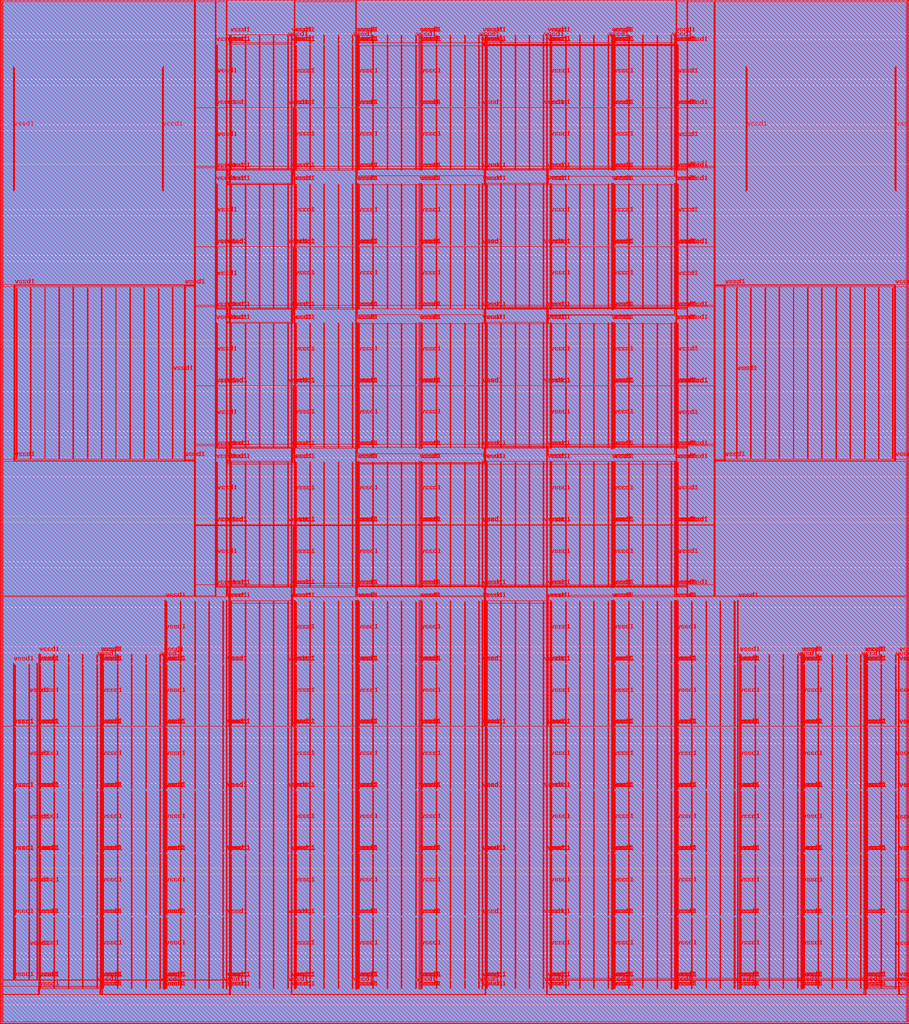
<source format=lef>
##
## LEF for PtnCells ;
## created by Innovus v19.11-s128_1 on Fri Nov 26 22:38:13 2021
##

VERSION 5.7 ;

BUSBITCHARS "[]" ;
DIVIDERCHAR "/" ;

MACRO eFPGA_CPU_top
  CLASS BLOCK ;
  SIZE 2881.440000 BY 3243.940000 ;
  FOREIGN eFPGA_CPU_top 0.000000 0.000000 ;
  ORIGIN 0 0 ;
  SYMMETRY X Y R90 ;
  PIN wb_clk_i
    DIRECTION INPUT ;
    USE SIGNAL ;
    ANTENNADIFFAREA 0.4347 LAYER met2  ;
    ANTENNAPARTIALMETALAREA 13.6132 LAYER met2  ;
    ANTENNAPARTIALMETALSIDEAREA 67.669 LAYER met2  ;
    ANTENNAMODEL OXIDE1 ;
    ANTENNAGATEAREA 0.4347 LAYER met2  ;
    ANTENNAMAXAREACAR 35.4092 LAYER met2  ;
    ANTENNAMAXSIDEAREACAR 158.407 LAYER met2  ;
    ANTENNAPARTIALCUTAREA 0.04 LAYER via2  ;
    ANTENNAMAXCUTCAR 0.21026 LAYER via2  ;
    ANTENNADIFFAREA 0.4347 LAYER met3  ;
    ANTENNAPARTIALMETALAREA 24.3588 LAYER met3  ;
    ANTENNAPARTIALMETALSIDEAREA 130.384 LAYER met3  ;
    ANTENNAGATEAREA 0.9267 LAYER met3  ;
    ANTENNAMAXAREACAR 61.6948 LAYER met3  ;
    ANTENNAMAXSIDEAREACAR 299.104 LAYER met3  ;
    ANTENNAMAXCUTCAR 0.21026 LAYER via3  ;
    PORT
      LAYER met2 ;
        RECT 10.280000 0.000000 10.420000 0.485000 ;
    END
  END wb_clk_i
  PIN wb_rst_i
    DIRECTION INPUT ;
    USE SIGNAL ;
    ANTENNAPARTIALMETALAREA 2.3694 LAYER met2  ;
    ANTENNAPARTIALMETALSIDEAREA 11.837 LAYER met2  ;
    ANTENNAMODEL OXIDE1 ;
    ANTENNAGATEAREA 0.126 LAYER met2  ;
    ANTENNAMAXAREACAR 30.1222 LAYER met2  ;
    ANTENNAMAXSIDEAREACAR 136.567 LAYER met2  ;
    ANTENNAMAXCUTCAR 0.407937 LAYER via2  ;
    PORT
      LAYER met2 ;
        RECT 2744.060000 0.000000 2744.200000 0.485000 ;
    END
  END wb_rst_i
  PIN wbs_stb_i
    DIRECTION INPUT ;
    USE SIGNAL ;
    ANTENNAPARTIALMETALAREA 66.695 LAYER met2  ;
    ANTENNAPARTIALMETALSIDEAREA 332.724 LAYER met2  ;
    ANTENNAPARTIALCUTAREA 0.04 LAYER via2  ;
    ANTENNAPARTIALMETALAREA 3.9994 LAYER met3  ;
    ANTENNAPARTIALMETALSIDEAREA 23.208 LAYER met3  ;
    ANTENNAPARTIALCUTAREA 0.04 LAYER via3  ;
    ANTENNADIFFAREA 0.4347 LAYER met4  ;
    ANTENNAPARTIALMETALAREA 55.2162 LAYER met4  ;
    ANTENNAPARTIALMETALSIDEAREA 296.368 LAYER met4  ;
    ANTENNAMODEL OXIDE1 ;
    ANTENNAGATEAREA 0.6477 LAYER met4  ;
    ANTENNAMAXAREACAR 104.939 LAYER met4  ;
    ANTENNAMAXSIDEAREACAR 553.878 LAYER met4  ;
    ANTENNAMAXCUTCAR 0.470462 LAYER via4  ;
    PORT
      LAYER met2 ;
        RECT 35.580000 0.000000 35.720000 0.485000 ;
    END
  END wbs_stb_i
  PIN wbs_cyc_i
    DIRECTION INPUT ;
    USE SIGNAL ;
    ANTENNAPARTIALMETALAREA 2.3358 LAYER met2  ;
    ANTENNAPARTIALMETALSIDEAREA 11.669 LAYER met2  ;
    ANTENNAMODEL OXIDE1 ;
    ANTENNAGATEAREA 0.126 LAYER met2  ;
    ANTENNAMAXAREACAR 27.5667 LAYER met2  ;
    ANTENNAMAXSIDEAREACAR 123.79 LAYER met2  ;
    ANTENNAMAXCUTCAR 0.407937 LAYER via2  ;
    PORT
      LAYER met2 ;
        RECT 60.880000 0.000000 61.020000 0.485000 ;
    END
  END wbs_cyc_i
  PIN wbs_we_i
    DIRECTION INPUT ;
    USE SIGNAL ;
    ANTENNAPARTIALMETALAREA 3.0974 LAYER met2  ;
    ANTENNAPARTIALMETALSIDEAREA 15.477 LAYER met2  ;
    ANTENNAMODEL OXIDE1 ;
    ANTENNAGATEAREA 0.126 LAYER met2  ;
    ANTENNAMAXAREACAR 28.6151 LAYER met2  ;
    ANTENNAMAXSIDEAREACAR 129.567 LAYER met2  ;
    ANTENNAMAXCUTCAR 0.407937 LAYER via2  ;
    PORT
      LAYER met2 ;
        RECT 86.180000 0.000000 86.320000 0.485000 ;
    END
  END wbs_we_i
  PIN wbs_sel_i[3]
    DIRECTION INPUT ;
    USE SIGNAL ;
    PORT
      LAYER met2 ;
        RECT 2794.660000 0.000000 2794.800000 0.485000 ;
    END
  END wbs_sel_i[3]
  PIN wbs_sel_i[2]
    DIRECTION INPUT ;
    USE SIGNAL ;
    PORT
      LAYER met2 ;
        RECT 2819.960000 0.000000 2820.100000 0.485000 ;
    END
  END wbs_sel_i[2]
  PIN wbs_sel_i[1]
    DIRECTION INPUT ;
    USE SIGNAL ;
    PORT
      LAYER met2 ;
        RECT 2845.260000 0.000000 2845.400000 0.485000 ;
    END
  END wbs_sel_i[1]
  PIN wbs_sel_i[0]
    DIRECTION INPUT ;
    USE SIGNAL ;
    PORT
      LAYER met2 ;
        RECT 2871.020000 0.000000 2871.160000 0.485000 ;
    END
  END wbs_sel_i[0]
  PIN wbs_dat_i[31]
    DIRECTION INPUT ;
    USE SIGNAL ;
    ANTENNAPARTIALMETALAREA 9.1506 LAYER met2  ;
    ANTENNAPARTIALMETALSIDEAREA 45.507 LAYER met2  ;
    ANTENNAMODEL OXIDE1 ;
    ANTENNAGATEAREA 0.126 LAYER met2  ;
    ANTENNAMAXAREACAR 83.0857 LAYER met2  ;
    ANTENNAMAXSIDEAREACAR 399.512 LAYER met2  ;
    ANTENNAMAXCUTCAR 0.407937 LAYER via2  ;
    PORT
      LAYER met2 ;
        RECT 111.480000 0.000000 111.620000 0.485000 ;
    END
  END wbs_dat_i[31]
  PIN wbs_dat_i[30]
    DIRECTION INPUT ;
    USE SIGNAL ;
    ANTENNAPARTIALMETALAREA 8.7584 LAYER met2  ;
    ANTENNAPARTIALMETALSIDEAREA 43.631 LAYER met2  ;
    ANTENNAPARTIALCUTAREA 0.04 LAYER via2  ;
    ANTENNAPARTIALMETALAREA 28.2298 LAYER met3  ;
    ANTENNAPARTIALMETALSIDEAREA 153.848 LAYER met3  ;
    ANTENNAPARTIALCUTAREA 0.04 LAYER via3  ;
    ANTENNAPARTIALMETALAREA 9.9912 LAYER met4  ;
    ANTENNAPARTIALMETALSIDEAREA 55.168 LAYER met4  ;
    ANTENNAMODEL OXIDE1 ;
    ANTENNAGATEAREA 0.213 LAYER met4  ;
    ANTENNAMAXAREACAR 137.808 LAYER met4  ;
    ANTENNAMAXSIDEAREACAR 730.324 LAYER met4  ;
    ANTENNAMAXCUTCAR 0.616901 LAYER via4  ;
    PORT
      LAYER met2 ;
        RECT 136.780000 0.000000 136.920000 0.485000 ;
    END
  END wbs_dat_i[30]
  PIN wbs_dat_i[29]
    DIRECTION INPUT ;
    USE SIGNAL ;
    ANTENNAPARTIALMETALAREA 16.6318 LAYER met2  ;
    ANTENNAPARTIALMETALSIDEAREA 82.88 LAYER met2  ;
    ANTENNAPARTIALCUTAREA 0.04 LAYER via2  ;
    ANTENNAPARTIALMETALAREA 0.2509 LAYER met3  ;
    ANTENNAPARTIALMETALSIDEAREA 1.808 LAYER met3  ;
    ANTENNAPARTIALCUTAREA 0.04 LAYER via3  ;
    ANTENNAPARTIALMETALAREA 3.9618 LAYER met4  ;
    ANTENNAPARTIALMETALSIDEAREA 21.6 LAYER met4  ;
    ANTENNAMODEL OXIDE1 ;
    ANTENNAGATEAREA 0.126 LAYER met4  ;
    ANTENNAMAXAREACAR 88.0952 LAYER met4  ;
    ANTENNAMAXSIDEAREACAR 443.762 LAYER met4  ;
    ANTENNAMAXCUTCAR 1.04286 LAYER via4  ;
    PORT
      LAYER met2 ;
        RECT 162.080000 0.000000 162.220000 0.485000 ;
    END
  END wbs_dat_i[29]
  PIN wbs_dat_i[28]
    DIRECTION INPUT ;
    USE SIGNAL ;
    ANTENNAPARTIALMETALAREA 34.7534 LAYER met2  ;
    ANTENNAPARTIALMETALSIDEAREA 173.488 LAYER met2  ;
    ANTENNAPARTIALCUTAREA 0.04 LAYER via2  ;
    ANTENNAPARTIALMETALAREA 0.255 LAYER met3  ;
    ANTENNAPARTIALMETALSIDEAREA 1.808 LAYER met3  ;
    ANTENNAPARTIALCUTAREA 0.04 LAYER via3  ;
    ANTENNAPARTIALMETALAREA 4.1448 LAYER met4  ;
    ANTENNAPARTIALMETALSIDEAREA 22.576 LAYER met4  ;
    ANTENNAMODEL OXIDE1 ;
    ANTENNAGATEAREA 0.126 LAYER met4  ;
    ANTENNAMAXAREACAR 47.2516 LAYER met4  ;
    ANTENNAMAXSIDEAREACAR 237.591 LAYER met4  ;
    ANTENNAMAXCUTCAR 1.04286 LAYER via4  ;
    PORT
      LAYER met2 ;
        RECT 187.380000 0.000000 187.520000 0.485000 ;
    END
  END wbs_dat_i[28]
  PIN wbs_dat_i[27]
    DIRECTION INPUT ;
    USE SIGNAL ;
    ANTENNAPARTIALMETALAREA 22.0088 LAYER met2  ;
    ANTENNAPARTIALMETALSIDEAREA 109.529 LAYER met2  ;
    ANTENNAPARTIALCUTAREA 0.04 LAYER via2  ;
    ANTENNAPARTIALMETALAREA 27.001 LAYER met3  ;
    ANTENNAPARTIALMETALSIDEAREA 146.824 LAYER met3  ;
    ANTENNAPARTIALCUTAREA 0.04 LAYER via3  ;
    ANTENNAPARTIALMETALAREA 0.6516 LAYER met4  ;
    ANTENNAPARTIALMETALSIDEAREA 4.416 LAYER met4  ;
    ANTENNAMODEL OXIDE1 ;
    ANTENNAGATEAREA 0.1965 LAYER met4  ;
    ANTENNAMAXAREACAR 32.7186 LAYER met4  ;
    ANTENNAMAXSIDEAREACAR 178.051 LAYER met4  ;
    ANTENNAMAXCUTCAR 0.668702 LAYER via4  ;
    PORT
      LAYER met2 ;
        RECT 212.680000 0.000000 212.820000 0.485000 ;
    END
  END wbs_dat_i[27]
  PIN wbs_dat_i[26]
    DIRECTION INPUT ;
    USE SIGNAL ;
    ANTENNAPARTIALMETALAREA 1.955 LAYER met2  ;
    ANTENNAPARTIALMETALSIDEAREA 9.765 LAYER met2  ;
    ANTENNAMODEL OXIDE1 ;
    ANTENNAGATEAREA 0.213 LAYER met2  ;
    ANTENNAMAXAREACAR 10.204 LAYER met2  ;
    ANTENNAMAXSIDEAREACAR 49.2793 LAYER met2  ;
    ANTENNAMAXCUTCAR 0.241315 LAYER via2  ;
    PORT
      LAYER met2 ;
        RECT 237.980000 0.000000 238.120000 0.485000 ;
    END
  END wbs_dat_i[26]
  PIN wbs_dat_i[25]
    DIRECTION INPUT ;
    USE SIGNAL ;
    ANTENNAPARTIALMETALAREA 6.6066 LAYER met2  ;
    ANTENNAPARTIALMETALSIDEAREA 32.669 LAYER met2  ;
    ANTENNAMODEL OXIDE1 ;
    ANTENNAGATEAREA 0.126 LAYER met2  ;
    ANTENNAMAXAREACAR 62.9952 LAYER met2  ;
    ANTENNAMAXSIDEAREACAR 298.123 LAYER met2  ;
    ANTENNAMAXCUTCAR 0.407937 LAYER via2  ;
    PORT
      LAYER met2 ;
        RECT 263.280000 0.000000 263.420000 0.485000 ;
    END
  END wbs_dat_i[25]
  PIN wbs_dat_i[24]
    DIRECTION INPUT ;
    USE SIGNAL ;
    ANTENNAPARTIALMETALAREA 19.8458 LAYER met2  ;
    ANTENNAPARTIALMETALSIDEAREA 98.714 LAYER met2  ;
    ANTENNAPARTIALCUTAREA 0.04 LAYER via2  ;
    ANTENNAPARTIALMETALAREA 51.8734 LAYER met3  ;
    ANTENNAPARTIALMETALSIDEAREA 280.888 LAYER met3  ;
    ANTENNAPARTIALCUTAREA 0.04 LAYER via3  ;
    ANTENNAPARTIALMETALAREA 0.6516 LAYER met4  ;
    ANTENNAPARTIALMETALSIDEAREA 4.416 LAYER met4  ;
    ANTENNAMODEL OXIDE1 ;
    ANTENNAGATEAREA 0.1965 LAYER met4  ;
    ANTENNAMAXAREACAR 21.9827 LAYER met4  ;
    ANTENNAMAXSIDEAREACAR 117.069 LAYER met4  ;
    ANTENNAMAXCUTCAR 0.668702 LAYER via4  ;
    PORT
      LAYER met2 ;
        RECT 288.580000 0.000000 288.720000 0.485000 ;
    END
  END wbs_dat_i[24]
  PIN wbs_dat_i[23]
    DIRECTION INPUT ;
    USE SIGNAL ;
    ANTENNAPARTIALMETALAREA 30.2532 LAYER met2  ;
    ANTENNAPARTIALMETALSIDEAREA 150.633 LAYER met2  ;
    ANTENNAPARTIALCUTAREA 0.04 LAYER via2  ;
    ANTENNAPARTIALMETALAREA 6.0196 LAYER met3  ;
    ANTENNAPARTIALMETALSIDEAREA 33.512 LAYER met3  ;
    ANTENNAPARTIALCUTAREA 0.04 LAYER via3  ;
    ANTENNAPARTIALMETALAREA 1.8204 LAYER met4  ;
    ANTENNAPARTIALMETALSIDEAREA 11.12 LAYER met4  ;
    ANTENNAMODEL OXIDE1 ;
    ANTENNAGATEAREA 0.126 LAYER met4  ;
    ANTENNAMAXAREACAR 92.5246 LAYER met4  ;
    ANTENNAMAXSIDEAREACAR 476.833 LAYER met4  ;
    ANTENNAMAXCUTCAR 1.04286 LAYER via4  ;
    PORT
      LAYER met2 ;
        RECT 313.880000 0.000000 314.020000 0.485000 ;
    END
  END wbs_dat_i[23]
  PIN wbs_dat_i[22]
    DIRECTION INPUT ;
    USE SIGNAL ;
    ANTENNAPARTIALMETALAREA 3.227 LAYER met2  ;
    ANTENNAPARTIALMETALSIDEAREA 15.771 LAYER met2  ;
    ANTENNAMODEL OXIDE1 ;
    ANTENNAGATEAREA 0.213 LAYER met2  ;
    ANTENNAMAXAREACAR 16.7124 LAYER met2  ;
    ANTENNAMAXSIDEAREACAR 79.8427 LAYER met2  ;
    ANTENNAMAXCUTCAR 0.241315 LAYER via2  ;
    PORT
      LAYER met2 ;
        RECT 339.180000 0.000000 339.320000 0.485000 ;
    END
  END wbs_dat_i[22]
  PIN wbs_dat_i[21]
    DIRECTION INPUT ;
    USE SIGNAL ;
    ANTENNAPARTIALMETALAREA 13.962 LAYER met2  ;
    ANTENNAPARTIALMETALSIDEAREA 69.531 LAYER met2  ;
    ANTENNAPARTIALCUTAREA 0.04 LAYER via2  ;
    ANTENNAPARTIALMETALAREA 1.435 LAYER met3  ;
    ANTENNAPARTIALMETALSIDEAREA 8.12 LAYER met3  ;
    ANTENNAPARTIALCUTAREA 0.04 LAYER via3  ;
    ANTENNAPARTIALMETALAREA 10.2078 LAYER met4  ;
    ANTENNAPARTIALMETALSIDEAREA 54.912 LAYER met4  ;
    ANTENNAMODEL OXIDE1 ;
    ANTENNAGATEAREA 0.213 LAYER met4  ;
    ANTENNAMAXAREACAR 71.3167 LAYER met4  ;
    ANTENNAMAXSIDEAREACAR 383.761 LAYER met4  ;
    ANTENNAMAXCUTCAR 0.616901 LAYER via4  ;
    PORT
      LAYER met2 ;
        RECT 364.480000 0.000000 364.620000 0.485000 ;
    END
  END wbs_dat_i[21]
  PIN wbs_dat_i[20]
    DIRECTION INPUT ;
    USE SIGNAL ;
    ANTENNAPARTIALMETALAREA 25.0226 LAYER met2  ;
    ANTENNAPARTIALMETALSIDEAREA 124.362 LAYER met2  ;
    ANTENNAPARTIALCUTAREA 0.04 LAYER via2  ;
    ANTENNAPARTIALMETALAREA 45.2032 LAYER met3  ;
    ANTENNAPARTIALMETALSIDEAREA 245.784 LAYER met3  ;
    ANTENNAPARTIALCUTAREA 0.04 LAYER via3  ;
    ANTENNAPARTIALMETALAREA 5.949 LAYER met4  ;
    ANTENNAPARTIALMETALSIDEAREA 34.08 LAYER met4  ;
    ANTENNAMODEL OXIDE1 ;
    ANTENNAGATEAREA 0.126 LAYER met4  ;
    ANTENNAMAXAREACAR 80.1524 LAYER met4  ;
    ANTENNAMAXSIDEAREACAR 426.968 LAYER met4  ;
    ANTENNAMAXCUTCAR 1.04286 LAYER via4  ;
    PORT
      LAYER met2 ;
        RECT 389.780000 0.000000 389.920000 0.485000 ;
    END
  END wbs_dat_i[20]
  PIN wbs_dat_i[19]
    DIRECTION INPUT ;
    USE SIGNAL ;
    ANTENNAPARTIALMETALAREA 53.6938 LAYER met2  ;
    ANTENNAPARTIALMETALSIDEAREA 268.072 LAYER met2  ;
    ANTENNAPARTIALCUTAREA 0.04 LAYER via2  ;
    ANTENNAPARTIALMETALAREA 1.78 LAYER met3  ;
    ANTENNAPARTIALMETALSIDEAREA 9.96 LAYER met3  ;
    ANTENNAPARTIALCUTAREA 0.04 LAYER via3  ;
    ANTENNADIFFAREA 0.4347 LAYER met4  ;
    ANTENNAPARTIALMETALAREA 203.998 LAYER met4  ;
    ANTENNAPARTIALMETALSIDEAREA 1088.93 LAYER met4  ;
    ANTENNAMODEL OXIDE1 ;
    ANTENNAGATEAREA 0.6477 LAYER met4  ;
    ANTENNAMAXAREACAR 345.935 LAYER met4  ;
    ANTENNAMAXSIDEAREACAR 1824.58 LAYER met4  ;
    ANTENNAMAXCUTCAR 0.364829 LAYER via4  ;
    PORT
      LAYER met2 ;
        RECT 415.080000 0.000000 415.220000 0.485000 ;
    END
  END wbs_dat_i[19]
  PIN wbs_dat_i[18]
    DIRECTION INPUT ;
    USE SIGNAL ;
    ANTENNAPARTIALMETALAREA 88.2414 LAYER met2  ;
    ANTENNAPARTIALMETALSIDEAREA 440.692 LAYER met2  ;
    ANTENNAPARTIALCUTAREA 0.04 LAYER via2  ;
    ANTENNAPARTIALMETALAREA 0.2509 LAYER met3  ;
    ANTENNAPARTIALMETALSIDEAREA 1.808 LAYER met3  ;
    ANTENNAPARTIALCUTAREA 0.04 LAYER via3  ;
    ANTENNAPARTIALMETALAREA 3.9618 LAYER met4  ;
    ANTENNAPARTIALMETALSIDEAREA 21.6 LAYER met4  ;
    ANTENNAMODEL OXIDE1 ;
    ANTENNAGATEAREA 0.126 LAYER met4  ;
    ANTENNAMAXAREACAR 72.7936 LAYER met4  ;
    ANTENNAMAXSIDEAREACAR 366.317 LAYER met4  ;
    ANTENNAMAXCUTCAR 1.04286 LAYER via4  ;
    PORT
      LAYER met2 ;
        RECT 440.380000 0.000000 440.520000 0.485000 ;
    END
  END wbs_dat_i[18]
  PIN wbs_dat_i[17]
    DIRECTION INPUT ;
    USE SIGNAL ;
    ANTENNAPARTIALMETALAREA 2.9512 LAYER met2  ;
    ANTENNAPARTIALMETALSIDEAREA 14.595 LAYER met2  ;
    ANTENNAPARTIALCUTAREA 0.04 LAYER via2  ;
    ANTENNAPARTIALMETALAREA 133.846 LAYER met3  ;
    ANTENNAPARTIALMETALSIDEAREA 714.312 LAYER met3  ;
    ANTENNAPARTIALCUTAREA 0.04 LAYER via3  ;
    ANTENNADIFFAREA 0.4347 LAYER met4  ;
    ANTENNAPARTIALMETALAREA 305.649 LAYER met4  ;
    ANTENNAPARTIALMETALSIDEAREA 1632.48 LAYER met4  ;
    ANTENNAMODEL OXIDE1 ;
    ANTENNAGATEAREA 0.6312 LAYER met4  ;
    ANTENNAMAXAREACAR 496.669 LAYER met4  ;
    ANTENNAMAXSIDEAREACAR 2644.89 LAYER met4  ;
    ANTENNAMAXCUTCAR 0.502824 LAYER via4  ;
    PORT
      LAYER met2 ;
        RECT 465.680000 0.000000 465.820000 0.485000 ;
    END
  END wbs_dat_i[17]
  PIN wbs_dat_i[16]
    DIRECTION INPUT ;
    USE SIGNAL ;
    ANTENNAPARTIALMETALAREA 33.027 LAYER met2  ;
    ANTENNAPARTIALMETALSIDEAREA 164.738 LAYER met2  ;
    ANTENNAPARTIALCUTAREA 0.04 LAYER via2  ;
    ANTENNAPARTIALMETALAREA 2.194 LAYER met3  ;
    ANTENNAPARTIALMETALSIDEAREA 12.168 LAYER met3  ;
    ANTENNAPARTIALCUTAREA 0.04 LAYER via3  ;
    ANTENNADIFFAREA 3.4776 LAYER met4  ;
    ANTENNAPARTIALMETALAREA 94.044 LAYER met4  ;
    ANTENNAPARTIALMETALSIDEAREA 503.92 LAYER met4  ;
    ANTENNAMODEL OXIDE1 ;
    ANTENNAGATEAREA 3.6036 LAYER met4  ;
    ANTENNAMAXAREACAR 72.16 LAYER met4  ;
    ANTENNAMAXSIDEAREACAR 355.308 LAYER met4  ;
    ANTENNAMAXCUTCAR 0.608708 LAYER via4  ;
    PORT
      LAYER met2 ;
        RECT 490.980000 0.000000 491.120000 0.485000 ;
    END
  END wbs_dat_i[16]
  PIN wbs_dat_i[15]
    DIRECTION INPUT ;
    USE SIGNAL ;
    ANTENNAPARTIALMETALAREA 13.7058 LAYER met2  ;
    ANTENNAPARTIALMETALSIDEAREA 68.25 LAYER met2  ;
    ANTENNAPARTIALCUTAREA 0.04 LAYER via2  ;
    ANTENNAPARTIALMETALAREA 0.676 LAYER met3  ;
    ANTENNAPARTIALMETALSIDEAREA 4.072 LAYER met3  ;
    ANTENNAPARTIALCUTAREA 0.04 LAYER via3  ;
    ANTENNADIFFAREA 0.4347 LAYER met4  ;
    ANTENNAPARTIALMETALAREA 121.981 LAYER met4  ;
    ANTENNAPARTIALMETALSIDEAREA 651.504 LAYER met4  ;
    ANTENNAMODEL OXIDE1 ;
    ANTENNAGATEAREA 0.5607 LAYER met4  ;
    ANTENNAMAXAREACAR 252.721 LAYER met4  ;
    ANTENNAMAXSIDEAREACAR 1326.09 LAYER met4  ;
    ANTENNAMAXCUTCAR 0.729187 LAYER via4  ;
    PORT
      LAYER met2 ;
        RECT 516.280000 0.000000 516.420000 0.485000 ;
    END
  END wbs_dat_i[15]
  PIN wbs_dat_i[14]
    DIRECTION INPUT ;
    USE SIGNAL ;
    ANTENNAPARTIALMETALAREA 15.306 LAYER met2  ;
    ANTENNAPARTIALMETALSIDEAREA 76.251 LAYER met2  ;
    ANTENNAPARTIALCUTAREA 0.04 LAYER via2  ;
    ANTENNAPARTIALMETALAREA 34.117 LAYER met3  ;
    ANTENNAPARTIALMETALSIDEAREA 182.424 LAYER met3  ;
    ANTENNAPARTIALCUTAREA 0.04 LAYER via3  ;
    ANTENNAPARTIALMETALAREA 7.3104 LAYER met4  ;
    ANTENNAPARTIALMETALSIDEAREA 40.4 LAYER met4  ;
    ANTENNAMODEL OXIDE1 ;
    ANTENNAGATEAREA 0.213 LAYER met4  ;
    ANTENNAMAXAREACAR 43.2157 LAYER met4  ;
    ANTENNAMAXSIDEAREACAR 234.559 LAYER met4  ;
    ANTENNAMAXCUTCAR 0.616901 LAYER via4  ;
    PORT
      LAYER met2 ;
        RECT 541.580000 0.000000 541.720000 0.485000 ;
    END
  END wbs_dat_i[14]
  PIN wbs_dat_i[13]
    DIRECTION INPUT ;
    USE SIGNAL ;
    ANTENNAPARTIALMETALAREA 13.9704 LAYER met2  ;
    ANTENNAPARTIALMETALSIDEAREA 69.573 LAYER met2  ;
    ANTENNAPARTIALCUTAREA 0.04 LAYER via2  ;
    ANTENNAPARTIALMETALAREA 15.9678 LAYER met3  ;
    ANTENNAPARTIALMETALSIDEAREA 86.08 LAYER met3  ;
    ANTENNAPARTIALCUTAREA 0.04 LAYER via3  ;
    ANTENNAPARTIALMETALAREA 2.6808 LAYER met4  ;
    ANTENNAPARTIALMETALSIDEAREA 14.768 LAYER met4  ;
    ANTENNAMODEL OXIDE1 ;
    ANTENNAGATEAREA 0.213 LAYER met4  ;
    ANTENNAMAXAREACAR 37.6923 LAYER met4  ;
    ANTENNAMAXSIDEAREACAR 203.667 LAYER met4  ;
    ANTENNAMAXCUTCAR 0.616901 LAYER via4  ;
    PORT
      LAYER met2 ;
        RECT 566.880000 0.000000 567.020000 0.485000 ;
    END
  END wbs_dat_i[13]
  PIN wbs_dat_i[12]
    DIRECTION INPUT ;
    USE SIGNAL ;
    ANTENNAPARTIALMETALAREA 68.1586 LAYER met2  ;
    ANTENNAPARTIALMETALSIDEAREA 340.396 LAYER met2  ;
    ANTENNAPARTIALCUTAREA 0.04 LAYER via2  ;
    ANTENNAPARTIALMETALAREA 1.849 LAYER met3  ;
    ANTENNAPARTIALMETALSIDEAREA 10.328 LAYER met3  ;
    ANTENNAPARTIALCUTAREA 0.04 LAYER via3  ;
    ANTENNADIFFAREA 0.4347 LAYER met4  ;
    ANTENNAPARTIALMETALAREA 169.6 LAYER met4  ;
    ANTENNAPARTIALMETALSIDEAREA 906.416 LAYER met4  ;
    ANTENNAMODEL OXIDE1 ;
    ANTENNAGATEAREA 0.6477 LAYER met4  ;
    ANTENNAMAXAREACAR 295.699 LAYER met4  ;
    ANTENNAMAXSIDEAREACAR 1566.81 LAYER met4  ;
    ANTENNAMAXCUTCAR 0.364829 LAYER via4  ;
    PORT
      LAYER met2 ;
        RECT 592.180000 0.000000 592.320000 0.485000 ;
    END
  END wbs_dat_i[12]
  PIN wbs_dat_i[11]
    DIRECTION INPUT ;
    USE SIGNAL ;
    ANTENNAPARTIALMETALAREA 18.3552 LAYER met2  ;
    ANTENNAPARTIALMETALSIDEAREA 91.497 LAYER met2  ;
    ANTENNAPARTIALCUTAREA 0.04 LAYER via2  ;
    ANTENNAPARTIALMETALAREA 3.022 LAYER met3  ;
    ANTENNAPARTIALMETALSIDEAREA 16.584 LAYER met3  ;
    ANTENNAPARTIALCUTAREA 0.04 LAYER via3  ;
    ANTENNAPARTIALMETALAREA 6.8094 LAYER met4  ;
    ANTENNAPARTIALMETALSIDEAREA 37.728 LAYER met4  ;
    ANTENNAMODEL OXIDE1 ;
    ANTENNAGATEAREA 0.126 LAYER met4  ;
    ANTENNAMAXAREACAR 101.437 LAYER met4  ;
    ANTENNAMAXSIDEAREACAR 540.913 LAYER met4  ;
    ANTENNAMAXCUTCAR 1.04286 LAYER via4  ;
    PORT
      LAYER met2 ;
        RECT 617.480000 0.000000 617.620000 0.485000 ;
    END
  END wbs_dat_i[11]
  PIN wbs_dat_i[10]
    DIRECTION INPUT ;
    USE SIGNAL ;
    ANTENNAPARTIALMETALAREA 1.6218 LAYER met2  ;
    ANTENNAPARTIALMETALSIDEAREA 8.099 LAYER met2  ;
    ANTENNAMODEL OXIDE1 ;
    ANTENNAGATEAREA 0.1965 LAYER met2  ;
    ANTENNAMAXAREACAR 10.4224 LAYER met2  ;
    ANTENNAMAXSIDEAREACAR 49.1883 LAYER met2  ;
    ANTENNAMAXCUTCAR 0.261578 LAYER via2  ;
    PORT
      LAYER met2 ;
        RECT 642.780000 0.000000 642.920000 0.485000 ;
    END
  END wbs_dat_i[10]
  PIN wbs_dat_i[9]
    DIRECTION INPUT ;
    USE SIGNAL ;
    ANTENNAPARTIALMETALAREA 1.3664 LAYER met2  ;
    ANTENNAPARTIALMETALSIDEAREA 6.671 LAYER met2  ;
    ANTENNAPARTIALCUTAREA 0.04 LAYER via2  ;
    ANTENNAPARTIALMETALAREA 0.778 LAYER met3  ;
    ANTENNAPARTIALMETALSIDEAREA 4.616 LAYER met3  ;
    ANTENNAPARTIALCUTAREA 0.04 LAYER via3  ;
    ANTENNADIFFAREA 0.4347 LAYER met4  ;
    ANTENNAPARTIALMETALAREA 3.2298 LAYER met4  ;
    ANTENNAPARTIALMETALSIDEAREA 17.696 LAYER met4  ;
    ANTENNAMODEL OXIDE1 ;
    ANTENNAGATEAREA 0.5607 LAYER met4  ;
    ANTENNAMAXAREACAR 42.0686 LAYER met4  ;
    ANTENNAMAXSIDEAREACAR 198.578 LAYER met4  ;
    ANTENNAMAXCUTCAR 0.729187 LAYER via4  ;
    PORT
      LAYER met2 ;
        RECT 668.080000 0.000000 668.220000 0.485000 ;
    END
  END wbs_dat_i[9]
  PIN wbs_dat_i[8]
    DIRECTION INPUT ;
    USE SIGNAL ;
    ANTENNAPARTIALMETALAREA 4.6654 LAYER met2  ;
    ANTENNAPARTIALMETALSIDEAREA 22.491 LAYER met2  ;
    ANTENNAMODEL OXIDE1 ;
    ANTENNAGATEAREA 0.213 LAYER met2  ;
    ANTENNAMAXAREACAR 25.7153 LAYER met2  ;
    ANTENNAMAXSIDEAREACAR 122.467 LAYER met2  ;
    ANTENNAMAXCUTCAR 0.241315 LAYER via2  ;
    PORT
      LAYER met2 ;
        RECT 693.380000 0.000000 693.520000 0.485000 ;
    END
  END wbs_dat_i[8]
  PIN wbs_dat_i[7]
    DIRECTION INPUT ;
    USE SIGNAL ;
    ANTENNAPARTIALMETALAREA 32.406 LAYER met2  ;
    ANTENNAPARTIALMETALSIDEAREA 161.161 LAYER met2  ;
    ANTENNAPARTIALCUTAREA 0.04 LAYER via2  ;
    ANTENNAPARTIALMETALAREA 13.4254 LAYER met3  ;
    ANTENNAPARTIALMETALSIDEAREA 73.48 LAYER met3  ;
    ANTENNAPARTIALCUTAREA 0.04 LAYER via3  ;
    ANTENNAPARTIALMETALAREA 0.9696 LAYER met4  ;
    ANTENNAPARTIALMETALSIDEAREA 6.112 LAYER met4  ;
    ANTENNAMODEL OXIDE1 ;
    ANTENNAGATEAREA 0.126 LAYER met4  ;
    ANTENNAMAXAREACAR 87.8706 LAYER met4  ;
    ANTENNAMAXSIDEAREACAR 451.095 LAYER met4  ;
    ANTENNAMAXCUTCAR 1.04286 LAYER via4  ;
    PORT
      LAYER met2 ;
        RECT 718.680000 0.000000 718.820000 0.485000 ;
    END
  END wbs_dat_i[7]
  PIN wbs_dat_i[6]
    DIRECTION INPUT ;
    USE SIGNAL ;
    ANTENNAPARTIALMETALAREA 60.5722 LAYER met2  ;
    ANTENNAPARTIALMETALSIDEAREA 302.582 LAYER met2  ;
    ANTENNAPARTIALCUTAREA 0.04 LAYER via2  ;
    ANTENNAPARTIALMETALAREA 1.8298 LAYER met3  ;
    ANTENNAPARTIALMETALSIDEAREA 10.696 LAYER met3  ;
    ANTENNAPARTIALCUTAREA 0.04 LAYER via3  ;
    ANTENNADIFFAREA 2.6082 LAYER met4  ;
    ANTENNAPARTIALMETALAREA 93.6312 LAYER met4  ;
    ANTENNAPARTIALMETALSIDEAREA 501.248 LAYER met4  ;
    ANTENNAMODEL OXIDE1 ;
    ANTENNAGATEAREA 2.7342 LAYER met4  ;
    ANTENNAMAXAREACAR 47.8861 LAYER met4  ;
    ANTENNAMAXSIDEAREACAR 237.273 LAYER met4  ;
    ANTENNAMAXCUTCAR 0.394295 LAYER via4  ;
    PORT
      LAYER met2 ;
        RECT 744.440000 0.000000 744.580000 0.485000 ;
    END
  END wbs_dat_i[6]
  PIN wbs_dat_i[5]
    DIRECTION INPUT ;
    USE SIGNAL ;
    ANTENNAPARTIALMETALAREA 2.8286 LAYER met2  ;
    ANTENNAPARTIALMETALSIDEAREA 14.133 LAYER met2  ;
    ANTENNAMODEL OXIDE1 ;
    ANTENNAGATEAREA 0.126 LAYER met2  ;
    ANTENNAMAXAREACAR 28.4111 LAYER met2  ;
    ANTENNAMAXSIDEAREACAR 128.012 LAYER met2  ;
    ANTENNAMAXCUTCAR 0.407937 LAYER via2  ;
    PORT
      LAYER met2 ;
        RECT 769.740000 0.000000 769.880000 0.485000 ;
    END
  END wbs_dat_i[5]
  PIN wbs_dat_i[4]
    DIRECTION INPUT ;
    USE SIGNAL ;
    ANTENNAPARTIALMETALAREA 1.8598 LAYER met2  ;
    ANTENNAPARTIALMETALSIDEAREA 9.289 LAYER met2  ;
    ANTENNAMODEL OXIDE1 ;
    ANTENNAGATEAREA 0.126 LAYER met2  ;
    ANTENNAMAXAREACAR 24.0667 LAYER met2  ;
    ANTENNAMAXSIDEAREACAR 106.29 LAYER met2  ;
    ANTENNAMAXCUTCAR 0.407937 LAYER via2  ;
    PORT
      LAYER met2 ;
        RECT 795.040000 0.000000 795.180000 0.485000 ;
    END
  END wbs_dat_i[4]
  PIN wbs_dat_i[3]
    DIRECTION INPUT ;
    USE SIGNAL ;
    ANTENNAPARTIALMETALAREA 13.149 LAYER met2  ;
    ANTENNAPARTIALMETALSIDEAREA 65.499 LAYER met2  ;
    ANTENNAMODEL OXIDE1 ;
    ANTENNAGATEAREA 0.1965 LAYER met2  ;
    ANTENNAMAXAREACAR 74.4 LAYER met2  ;
    ANTENNAMAXSIDEAREACAR 367.875 LAYER met2  ;
    ANTENNAMAXCUTCAR 0.261578 LAYER via2  ;
    PORT
      LAYER met2 ;
        RECT 820.340000 0.000000 820.480000 0.485000 ;
    END
  END wbs_dat_i[3]
  PIN wbs_dat_i[2]
    DIRECTION INPUT ;
    USE SIGNAL ;
    ANTENNAPARTIALMETALAREA 20.8788 LAYER met2  ;
    ANTENNAPARTIALMETALSIDEAREA 103.761 LAYER met2  ;
    ANTENNAPARTIALCUTAREA 0.04 LAYER via2  ;
    ANTENNAPARTIALMETALAREA 7.1926 LAYER met3  ;
    ANTENNAPARTIALMETALSIDEAREA 39.768 LAYER met3  ;
    ANTENNAPARTIALCUTAREA 0.04 LAYER via3  ;
    ANTENNAPARTIALMETALAREA 4.668 LAYER met4  ;
    ANTENNAPARTIALMETALSIDEAREA 27.248 LAYER met4  ;
    ANTENNAMODEL OXIDE1 ;
    ANTENNAGATEAREA 0.126 LAYER met4  ;
    ANTENNAMAXAREACAR 73.1881 LAYER met4  ;
    ANTENNAMAXSIDEAREACAR 399.746 LAYER met4  ;
    ANTENNAMAXCUTCAR 1.04286 LAYER via4  ;
    PORT
      LAYER met2 ;
        RECT 845.640000 0.000000 845.780000 0.485000 ;
    END
  END wbs_dat_i[2]
  PIN wbs_dat_i[1]
    DIRECTION INPUT ;
    USE SIGNAL ;
    ANTENNAPARTIALMETALAREA 47.0108 LAYER met2  ;
    ANTENNAPARTIALMETALSIDEAREA 234.185 LAYER met2  ;
    ANTENNAPARTIALCUTAREA 0.04 LAYER via2  ;
    ANTENNAPARTIALMETALAREA 0.7896 LAYER met3  ;
    ANTENNAPARTIALMETALSIDEAREA 5.152 LAYER met3  ;
    ANTENNAMODEL OXIDE1 ;
    ANTENNAGATEAREA 0.126 LAYER met3  ;
    ANTENNAMAXAREACAR 67.6024 LAYER met3  ;
    ANTENNAMAXSIDEAREACAR 330.373 LAYER met3  ;
    ANTENNAMAXCUTCAR 0.725397 LAYER via3  ;
    PORT
      LAYER met2 ;
        RECT 870.940000 0.000000 871.080000 0.485000 ;
    END
  END wbs_dat_i[1]
  PIN wbs_dat_i[0]
    DIRECTION INPUT ;
    USE SIGNAL ;
    ANTENNAPARTIALMETALAREA 13.3498 LAYER met2  ;
    ANTENNAPARTIALMETALSIDEAREA 66.234 LAYER met2  ;
    ANTENNAPARTIALCUTAREA 0.04 LAYER via2  ;
    ANTENNAPARTIALMETALAREA 35.8636 LAYER met3  ;
    ANTENNAPARTIALMETALSIDEAREA 195.032 LAYER met3  ;
    ANTENNAPARTIALCUTAREA 0.04 LAYER via3  ;
    ANTENNAPARTIALMETALAREA 0.6516 LAYER met4  ;
    ANTENNAPARTIALMETALSIDEAREA 4.416 LAYER met4  ;
    ANTENNAMODEL OXIDE1 ;
    ANTENNAGATEAREA 0.126 LAYER met4  ;
    ANTENNAMAXAREACAR 54.7262 LAYER met4  ;
    ANTENNAMAXSIDEAREACAR 272.079 LAYER met4  ;
    ANTENNAMAXCUTCAR 1.04286 LAYER via4  ;
    PORT
      LAYER met2 ;
        RECT 896.240000 0.000000 896.380000 0.485000 ;
    END
  END wbs_dat_i[0]
  PIN wbs_adr_i[31]
    DIRECTION INPUT ;
    USE SIGNAL ;
    PORT
      LAYER met2 ;
        RECT 921.540000 0.000000 921.680000 0.485000 ;
    END
  END wbs_adr_i[31]
  PIN wbs_adr_i[30]
    DIRECTION INPUT ;
    USE SIGNAL ;
    PORT
      LAYER met2 ;
        RECT 946.840000 0.000000 946.980000 0.485000 ;
    END
  END wbs_adr_i[30]
  PIN wbs_adr_i[29]
    DIRECTION INPUT ;
    USE SIGNAL ;
    PORT
      LAYER met2 ;
        RECT 972.140000 0.000000 972.280000 0.485000 ;
    END
  END wbs_adr_i[29]
  PIN wbs_adr_i[28]
    DIRECTION INPUT ;
    USE SIGNAL ;
    PORT
      LAYER met2 ;
        RECT 997.440000 0.000000 997.580000 0.485000 ;
    END
  END wbs_adr_i[28]
  PIN wbs_adr_i[27]
    DIRECTION INPUT ;
    USE SIGNAL ;
    PORT
      LAYER met2 ;
        RECT 1022.740000 0.000000 1022.880000 0.485000 ;
    END
  END wbs_adr_i[27]
  PIN wbs_adr_i[26]
    DIRECTION INPUT ;
    USE SIGNAL ;
    PORT
      LAYER met2 ;
        RECT 1048.040000 0.000000 1048.180000 0.485000 ;
    END
  END wbs_adr_i[26]
  PIN wbs_adr_i[25]
    DIRECTION INPUT ;
    USE SIGNAL ;
    PORT
      LAYER met2 ;
        RECT 1073.340000 0.000000 1073.480000 0.485000 ;
    END
  END wbs_adr_i[25]
  PIN wbs_adr_i[24]
    DIRECTION INPUT ;
    USE SIGNAL ;
    PORT
      LAYER met2 ;
        RECT 1098.640000 0.000000 1098.780000 0.485000 ;
    END
  END wbs_adr_i[24]
  PIN wbs_adr_i[23]
    DIRECTION INPUT ;
    USE SIGNAL ;
    PORT
      LAYER met2 ;
        RECT 1123.940000 0.000000 1124.080000 0.485000 ;
    END
  END wbs_adr_i[23]
  PIN wbs_adr_i[22]
    DIRECTION INPUT ;
    USE SIGNAL ;
    PORT
      LAYER met2 ;
        RECT 1149.240000 0.000000 1149.380000 0.485000 ;
    END
  END wbs_adr_i[22]
  PIN wbs_adr_i[21]
    DIRECTION INPUT ;
    USE SIGNAL ;
    PORT
      LAYER met2 ;
        RECT 1174.540000 0.000000 1174.680000 0.485000 ;
    END
  END wbs_adr_i[21]
  PIN wbs_adr_i[20]
    DIRECTION INPUT ;
    USE SIGNAL ;
    PORT
      LAYER met2 ;
        RECT 1199.840000 0.000000 1199.980000 0.485000 ;
    END
  END wbs_adr_i[20]
  PIN wbs_adr_i[19]
    DIRECTION INPUT ;
    USE SIGNAL ;
    PORT
      LAYER met2 ;
        RECT 1225.140000 0.000000 1225.280000 0.485000 ;
    END
  END wbs_adr_i[19]
  PIN wbs_adr_i[18]
    DIRECTION INPUT ;
    USE SIGNAL ;
    PORT
      LAYER met2 ;
        RECT 1250.440000 0.000000 1250.580000 0.485000 ;
    END
  END wbs_adr_i[18]
  PIN wbs_adr_i[17]
    DIRECTION INPUT ;
    USE SIGNAL ;
    PORT
      LAYER met2 ;
        RECT 1275.740000 0.000000 1275.880000 0.485000 ;
    END
  END wbs_adr_i[17]
  PIN wbs_adr_i[16]
    DIRECTION INPUT ;
    USE SIGNAL ;
    PORT
      LAYER met2 ;
        RECT 1301.040000 0.000000 1301.180000 0.485000 ;
    END
  END wbs_adr_i[16]
  PIN wbs_adr_i[15]
    DIRECTION INPUT ;
    USE SIGNAL ;
    PORT
      LAYER met2 ;
        RECT 1326.340000 0.000000 1326.480000 0.485000 ;
    END
  END wbs_adr_i[15]
  PIN wbs_adr_i[14]
    DIRECTION INPUT ;
    USE SIGNAL ;
    PORT
      LAYER met2 ;
        RECT 1351.640000 0.000000 1351.780000 0.485000 ;
    END
  END wbs_adr_i[14]
  PIN wbs_adr_i[13]
    DIRECTION INPUT ;
    USE SIGNAL ;
    PORT
      LAYER met2 ;
        RECT 1376.940000 0.000000 1377.080000 0.485000 ;
    END
  END wbs_adr_i[13]
  PIN wbs_adr_i[12]
    DIRECTION INPUT ;
    USE SIGNAL ;
    PORT
      LAYER met2 ;
        RECT 1402.240000 0.000000 1402.380000 0.485000 ;
    END
  END wbs_adr_i[12]
  PIN wbs_adr_i[11]
    DIRECTION INPUT ;
    USE SIGNAL ;
    PORT
      LAYER met2 ;
        RECT 1427.540000 0.000000 1427.680000 0.485000 ;
    END
  END wbs_adr_i[11]
  PIN wbs_adr_i[10]
    DIRECTION INPUT ;
    USE SIGNAL ;
    PORT
      LAYER met2 ;
        RECT 1453.300000 0.000000 1453.440000 0.485000 ;
    END
  END wbs_adr_i[10]
  PIN wbs_adr_i[9]
    DIRECTION INPUT ;
    USE SIGNAL ;
    PORT
      LAYER met2 ;
        RECT 1478.600000 0.000000 1478.740000 0.485000 ;
    END
  END wbs_adr_i[9]
  PIN wbs_adr_i[8]
    DIRECTION INPUT ;
    USE SIGNAL ;
    PORT
      LAYER met2 ;
        RECT 1503.900000 0.000000 1504.040000 0.485000 ;
    END
  END wbs_adr_i[8]
  PIN wbs_adr_i[7]
    DIRECTION INPUT ;
    USE SIGNAL ;
    PORT
      LAYER met2 ;
        RECT 1529.200000 0.000000 1529.340000 0.485000 ;
    END
  END wbs_adr_i[7]
  PIN wbs_adr_i[6]
    DIRECTION INPUT ;
    USE SIGNAL ;
    PORT
      LAYER met2 ;
        RECT 1554.500000 0.000000 1554.640000 0.485000 ;
    END
  END wbs_adr_i[6]
  PIN wbs_adr_i[5]
    DIRECTION INPUT ;
    USE SIGNAL ;
    PORT
      LAYER met2 ;
        RECT 1579.800000 0.000000 1579.940000 0.485000 ;
    END
  END wbs_adr_i[5]
  PIN wbs_adr_i[4]
    DIRECTION INPUT ;
    USE SIGNAL ;
    PORT
      LAYER met2 ;
        RECT 1605.100000 0.000000 1605.240000 0.485000 ;
    END
  END wbs_adr_i[4]
  PIN wbs_adr_i[3]
    DIRECTION INPUT ;
    USE SIGNAL ;
    PORT
      LAYER met2 ;
        RECT 1630.400000 0.000000 1630.540000 0.485000 ;
    END
  END wbs_adr_i[3]
  PIN wbs_adr_i[2]
    DIRECTION INPUT ;
    USE SIGNAL ;
    PORT
      LAYER met2 ;
        RECT 1655.700000 0.000000 1655.840000 0.485000 ;
    END
  END wbs_adr_i[2]
  PIN wbs_adr_i[1]
    DIRECTION INPUT ;
    USE SIGNAL ;
    PORT
      LAYER met2 ;
        RECT 1681.000000 0.000000 1681.140000 0.485000 ;
    END
  END wbs_adr_i[1]
  PIN wbs_adr_i[0]
    DIRECTION INPUT ;
    USE SIGNAL ;
    PORT
      LAYER met2 ;
        RECT 1706.300000 0.000000 1706.440000 0.485000 ;
    END
  END wbs_adr_i[0]
  PIN wbs_ack_o
    DIRECTION OUTPUT ;
    USE SIGNAL ;
    ANTENNADIFFAREA 1.782 LAYER met2  ;
    ANTENNAPARTIALMETALAREA 192.616 LAYER met2  ;
    ANTENNAPARTIALMETALSIDEAREA 962.615 LAYER met2  ;
    PORT
      LAYER met2 ;
        RECT 2769.360000 0.000000 2769.500000 0.485000 ;
    END
  END wbs_ack_o
  PIN wbs_dat_o[31]
    DIRECTION OUTPUT ;
    USE SIGNAL ;
    ANTENNAPARTIALMETALAREA 5.5116 LAYER met2  ;
    ANTENNAPARTIALMETALSIDEAREA 27.279 LAYER met2  ;
    ANTENNAPARTIALCUTAREA 0.04 LAYER via2  ;
    ANTENNAPARTIALMETALAREA 39.385 LAYER met3  ;
    ANTENNAPARTIALMETALSIDEAREA 210.52 LAYER met3  ;
    ANTENNAPARTIALCUTAREA 0.04 LAYER via3  ;
    ANTENNADIFFAREA 1.782 LAYER met4  ;
    ANTENNAPARTIALMETALAREA 331.157 LAYER met4  ;
    ANTENNAPARTIALMETALSIDEAREA 1767.58 LAYER met4  ;
    PORT
      LAYER met2 ;
        RECT 1731.600000 0.000000 1731.740000 0.485000 ;
    END
  END wbs_dat_o[31]
  PIN wbs_dat_o[30]
    DIRECTION OUTPUT ;
    USE SIGNAL ;
    ANTENNAPARTIALMETALAREA 77.5876 LAYER met2  ;
    ANTENNAPARTIALMETALSIDEAREA 387.541 LAYER met2  ;
    ANTENNAPARTIALCUTAREA 0.04 LAYER via2  ;
    ANTENNAPARTIALMETALAREA 33.679 LAYER met3  ;
    ANTENNAPARTIALMETALSIDEAREA 180.088 LAYER met3  ;
    ANTENNAPARTIALCUTAREA 0.04 LAYER via3  ;
    ANTENNADIFFAREA 1.782 LAYER met4  ;
    ANTENNAPARTIALMETALAREA 223.451 LAYER met4  ;
    ANTENNAPARTIALMETALSIDEAREA 1192.21 LAYER met4  ;
    PORT
      LAYER met2 ;
        RECT 1756.900000 0.000000 1757.040000 0.485000 ;
    END
  END wbs_dat_o[30]
  PIN wbs_dat_o[29]
    DIRECTION OUTPUT ;
    USE SIGNAL ;
    ANTENNAPARTIALMETALAREA 12.163 LAYER met2  ;
    ANTENNAPARTIALMETALSIDEAREA 60.536 LAYER met2  ;
    ANTENNAPARTIALCUTAREA 0.04 LAYER via2  ;
    ANTENNAPARTIALMETALAREA 0.26895 LAYER met3  ;
    ANTENNAPARTIALMETALSIDEAREA 1.832 LAYER met3  ;
    ANTENNAPARTIALCUTAREA 0.04 LAYER via3  ;
    ANTENNADIFFAREA 1.782 LAYER met4  ;
    ANTENNAPARTIALMETALAREA 227.437 LAYER met4  ;
    ANTENNAPARTIALMETALSIDEAREA 1213.94 LAYER met4  ;
    PORT
      LAYER met2 ;
        RECT 1782.200000 0.000000 1782.340000 0.485000 ;
    END
  END wbs_dat_o[29]
  PIN wbs_dat_o[28]
    DIRECTION OUTPUT ;
    USE SIGNAL ;
    ANTENNADIFFAREA 1.782 LAYER met2  ;
    ANTENNAPARTIALMETALAREA 248.38 LAYER met2  ;
    ANTENNAPARTIALMETALSIDEAREA 1241.44 LAYER met2  ;
    PORT
      LAYER met2 ;
        RECT 1807.500000 0.000000 1807.640000 0.485000 ;
    END
  END wbs_dat_o[28]
  PIN wbs_dat_o[27]
    DIRECTION OUTPUT ;
    USE SIGNAL ;
    ANTENNAPARTIALMETALAREA 14.165 LAYER met2  ;
    ANTENNAPARTIALMETALSIDEAREA 70.546 LAYER met2  ;
    ANTENNAPARTIALCUTAREA 0.04 LAYER via2  ;
    ANTENNAPARTIALMETALAREA 4.402 LAYER met3  ;
    ANTENNAPARTIALMETALSIDEAREA 23.944 LAYER met3  ;
    ANTENNAPARTIALCUTAREA 0.04 LAYER via3  ;
    ANTENNADIFFAREA 1.782 LAYER met4  ;
    ANTENNAPARTIALMETALAREA 322.43 LAYER met4  ;
    ANTENNAPARTIALMETALSIDEAREA 1720.1 LAYER met4  ;
    PORT
      LAYER met2 ;
        RECT 1832.800000 0.000000 1832.940000 0.485000 ;
    END
  END wbs_dat_o[27]
  PIN wbs_dat_o[26]
    DIRECTION OUTPUT ;
    USE SIGNAL ;
    ANTENNAPARTIALMETALAREA 210.364 LAYER met2  ;
    ANTENNAPARTIALMETALSIDEAREA 1051.54 LAYER met2  ;
    ANTENNAPARTIALCUTAREA 0.04 LAYER via2  ;
    ANTENNADIFFAREA 1.782 LAYER met3  ;
    ANTENNAPARTIALMETALAREA 5.3628 LAYER met3  ;
    ANTENNAPARTIALMETALSIDEAREA 29.072 LAYER met3  ;
    PORT
      LAYER met2 ;
        RECT 1858.100000 0.000000 1858.240000 0.485000 ;
    END
  END wbs_dat_o[26]
  PIN wbs_dat_o[25]
    DIRECTION OUTPUT ;
    USE SIGNAL ;
    ANTENNAPARTIALMETALAREA 13.6848 LAYER met2  ;
    ANTENNAPARTIALMETALSIDEAREA 68.145 LAYER met2  ;
    ANTENNAPARTIALCUTAREA 0.04 LAYER via2  ;
    ANTENNAPARTIALMETALAREA 0.538 LAYER met3  ;
    ANTENNAPARTIALMETALSIDEAREA 3.336 LAYER met3  ;
    ANTENNAPARTIALCUTAREA 0.04 LAYER via3  ;
    ANTENNADIFFAREA 1.782 LAYER met4  ;
    ANTENNAPARTIALMETALAREA 350.341 LAYER met4  ;
    ANTENNAPARTIALMETALSIDEAREA 1869.42 LAYER met4  ;
    PORT
      LAYER met2 ;
        RECT 1883.400000 0.000000 1883.540000 0.485000 ;
    END
  END wbs_dat_o[25]
  PIN wbs_dat_o[24]
    DIRECTION OUTPUT ;
    USE SIGNAL ;
    ANTENNAPARTIALMETALAREA 13.5294 LAYER met2  ;
    ANTENNAPARTIALMETALSIDEAREA 67.368 LAYER met2  ;
    ANTENNAPARTIALCUTAREA 0.04 LAYER via2  ;
    ANTENNAPARTIALMETALAREA 128.487 LAYER met3  ;
    ANTENNAPARTIALMETALSIDEAREA 686.2 LAYER met3  ;
    ANTENNAPARTIALCUTAREA 0.04 LAYER via3  ;
    ANTENNADIFFAREA 1.782 LAYER met4  ;
    ANTENNAPARTIALMETALAREA 220.459 LAYER met4  ;
    ANTENNAPARTIALMETALSIDEAREA 1176.72 LAYER met4  ;
    PORT
      LAYER met2 ;
        RECT 1908.700000 0.000000 1908.840000 0.485000 ;
    END
  END wbs_dat_o[24]
  PIN wbs_dat_o[23]
    DIRECTION OUTPUT ;
    USE SIGNAL ;
    ANTENNADIFFAREA 1.782 LAYER met2  ;
    ANTENNAPARTIALMETALAREA 262.918 LAYER met2  ;
    ANTENNAPARTIALMETALSIDEAREA 1314.37 LAYER met2  ;
    PORT
      LAYER met2 ;
        RECT 1934.000000 0.000000 1934.140000 0.485000 ;
    END
  END wbs_dat_o[23]
  PIN wbs_dat_o[22]
    DIRECTION OUTPUT ;
    USE SIGNAL ;
    ANTENNADIFFAREA 1.782 LAYER met2  ;
    ANTENNAPARTIALMETALAREA 102.208 LAYER met2  ;
    ANTENNAPARTIALMETALSIDEAREA 510.695 LAYER met2  ;
    PORT
      LAYER met2 ;
        RECT 1959.300000 0.000000 1959.440000 0.485000 ;
    END
  END wbs_dat_o[22]
  PIN wbs_dat_o[21]
    DIRECTION OUTPUT ;
    USE SIGNAL ;
    ANTENNAPARTIALMETALAREA 54.289 LAYER met2  ;
    ANTENNAPARTIALMETALSIDEAREA 271.166 LAYER met2  ;
    ANTENNAPARTIALCUTAREA 0.04 LAYER via2  ;
    ANTENNADIFFAREA 1.782 LAYER met3  ;
    ANTENNAPARTIALMETALAREA 2.4648 LAYER met3  ;
    ANTENNAPARTIALMETALSIDEAREA 13.616 LAYER met3  ;
    PORT
      LAYER met2 ;
        RECT 1984.600000 0.000000 1984.740000 0.485000 ;
    END
  END wbs_dat_o[21]
  PIN wbs_dat_o[20]
    DIRECTION OUTPUT ;
    USE SIGNAL ;
    ANTENNADIFFAREA 1.782 LAYER met2  ;
    ANTENNAPARTIALMETALAREA 86.8523 LAYER met2  ;
    ANTENNAPARTIALMETALSIDEAREA 433.682 LAYER met2  ;
    PORT
      LAYER met2 ;
        RECT 2009.900000 0.000000 2010.040000 0.485000 ;
    END
  END wbs_dat_o[20]
  PIN wbs_dat_o[19]
    DIRECTION OUTPUT ;
    USE SIGNAL ;
    ANTENNAPARTIALMETALAREA 4.9894 LAYER met2  ;
    ANTENNAPARTIALMETALSIDEAREA 24.668 LAYER met2  ;
    ANTENNAPARTIALCUTAREA 0.04 LAYER via2  ;
    ANTENNAPARTIALMETALAREA 37.936 LAYER met3  ;
    ANTENNAPARTIALMETALSIDEAREA 202.792 LAYER met3  ;
    ANTENNAPARTIALCUTAREA 0.04 LAYER via3  ;
    ANTENNADIFFAREA 1.782 LAYER met4  ;
    ANTENNAPARTIALMETALAREA 375.524 LAYER met4  ;
    ANTENNAPARTIALMETALSIDEAREA 2003.26 LAYER met4  ;
    PORT
      LAYER met2 ;
        RECT 2035.200000 0.000000 2035.340000 0.485000 ;
    END
  END wbs_dat_o[19]
  PIN wbs_dat_o[18]
    DIRECTION OUTPUT ;
    USE SIGNAL ;
    ANTENNAPARTIALMETALAREA 12.7608 LAYER met2  ;
    ANTENNAPARTIALMETALSIDEAREA 63.525 LAYER met2  ;
    ANTENNAPARTIALCUTAREA 0.04 LAYER via2  ;
    ANTENNAPARTIALMETALAREA 173.289 LAYER met3  ;
    ANTENNAPARTIALMETALSIDEAREA 925.144 LAYER met3  ;
    ANTENNAPARTIALCUTAREA 0.04 LAYER via3  ;
    ANTENNADIFFAREA 1.782 LAYER met4  ;
    ANTENNAPARTIALMETALAREA 209.153 LAYER met4  ;
    ANTENNAPARTIALMETALSIDEAREA 1115.95 LAYER met4  ;
    PORT
      LAYER met2 ;
        RECT 2060.500000 0.000000 2060.640000 0.485000 ;
    END
  END wbs_dat_o[18]
  PIN wbs_dat_o[17]
    DIRECTION OUTPUT ;
    USE SIGNAL ;
    ANTENNAPARTIALMETALAREA 9.1374 LAYER met2  ;
    ANTENNAPARTIALMETALSIDEAREA 45.29 LAYER met2  ;
    ANTENNAPARTIALCUTAREA 0.04 LAYER via2  ;
    ANTENNADIFFAREA 1.782 LAYER met3  ;
    ANTENNAPARTIALMETALAREA 0.8088 LAYER met3  ;
    ANTENNAPARTIALMETALSIDEAREA 4.784 LAYER met3  ;
    PORT
      LAYER met2 ;
        RECT 2085.800000 0.000000 2085.940000 0.485000 ;
    END
  END wbs_dat_o[17]
  PIN wbs_dat_o[16]
    DIRECTION OUTPUT ;
    USE SIGNAL ;
    ANTENNADIFFAREA 1.782 LAYER met2  ;
    ANTENNAPARTIALMETALAREA 262.512 LAYER met2  ;
    ANTENNAPARTIALMETALSIDEAREA 1312.22 LAYER met2  ;
    PORT
      LAYER met2 ;
        RECT 2111.100000 0.000000 2111.240000 0.485000 ;
    END
  END wbs_dat_o[16]
  PIN wbs_dat_o[15]
    DIRECTION OUTPUT ;
    USE SIGNAL ;
    ANTENNADIFFAREA 1.782 LAYER met2  ;
    ANTENNAPARTIALMETALAREA 293.446 LAYER met2  ;
    ANTENNAPARTIALMETALSIDEAREA 1466.77 LAYER met2  ;
    PORT
      LAYER met2 ;
        RECT 2136.400000 0.000000 2136.540000 0.485000 ;
    END
  END wbs_dat_o[15]
  PIN wbs_dat_o[14]
    DIRECTION OUTPUT ;
    USE SIGNAL ;
    ANTENNADIFFAREA 1.782 LAYER met2  ;
    ANTENNAPARTIALMETALAREA 259.337 LAYER met2  ;
    ANTENNAPARTIALMETALSIDEAREA 1296.22 LAYER met2  ;
    PORT
      LAYER met2 ;
        RECT 2162.160000 0.000000 2162.300000 0.485000 ;
    END
  END wbs_dat_o[14]
  PIN wbs_dat_o[13]
    DIRECTION OUTPUT ;
    USE SIGNAL ;
    ANTENNAPARTIALMETALAREA 14.6872 LAYER met2  ;
    ANTENNAPARTIALMETALSIDEAREA 73.157 LAYER met2  ;
    ANTENNAPARTIALCUTAREA 0.04 LAYER via2  ;
    ANTENNAPARTIALMETALAREA 29.656 LAYER met3  ;
    ANTENNAPARTIALMETALSIDEAREA 158.632 LAYER met3  ;
    ANTENNAPARTIALCUTAREA 0.04 LAYER via3  ;
    ANTENNADIFFAREA 1.782 LAYER met4  ;
    ANTENNAPARTIALMETALAREA 678.667 LAYER met4  ;
    ANTENNAPARTIALMETALSIDEAREA 3620.5 LAYER met4  ;
    PORT
      LAYER met2 ;
        RECT 2187.460000 0.000000 2187.600000 0.485000 ;
    END
  END wbs_dat_o[13]
  PIN wbs_dat_o[12]
    DIRECTION OUTPUT ;
    USE SIGNAL ;
    ANTENNAPARTIALMETALAREA 13.9548 LAYER met2  ;
    ANTENNAPARTIALMETALSIDEAREA 69.377 LAYER met2  ;
    ANTENNAPARTIALCUTAREA 0.04 LAYER via2  ;
    ANTENNAPARTIALMETALAREA 0.538 LAYER met3  ;
    ANTENNAPARTIALMETALSIDEAREA 3.336 LAYER met3  ;
    ANTENNAPARTIALCUTAREA 0.04 LAYER via3  ;
    ANTENNADIFFAREA 1.782 LAYER met4  ;
    ANTENNAPARTIALMETALAREA 676.559 LAYER met4  ;
    ANTENNAPARTIALMETALSIDEAREA 3608.78 LAYER met4  ;
    PORT
      LAYER met2 ;
        RECT 2212.760000 0.000000 2212.900000 0.485000 ;
    END
  END wbs_dat_o[12]
  PIN wbs_dat_o[11]
    DIRECTION OUTPUT ;
    USE SIGNAL ;
    ANTENNAPARTIALMETALAREA 14.6662 LAYER met2  ;
    ANTENNAPARTIALMETALSIDEAREA 73.052 LAYER met2  ;
    ANTENNAPARTIALCUTAREA 0.04 LAYER via2  ;
    ANTENNAPARTIALMETALAREA 0.26895 LAYER met3  ;
    ANTENNAPARTIALMETALSIDEAREA 1.832 LAYER met3  ;
    ANTENNAPARTIALCUTAREA 0.04 LAYER via3  ;
    ANTENNADIFFAREA 1.782 LAYER met4  ;
    ANTENNAPARTIALMETALAREA 674.594 LAYER met4  ;
    ANTENNAPARTIALMETALSIDEAREA 3598.3 LAYER met4  ;
    PORT
      LAYER met2 ;
        RECT 2238.060000 0.000000 2238.200000 0.485000 ;
    END
  END wbs_dat_o[11]
  PIN wbs_dat_o[10]
    DIRECTION OUTPUT ;
    USE SIGNAL ;
    ANTENNADIFFAREA 1.782 LAYER met2  ;
    ANTENNAPARTIALMETALAREA 1.9947 LAYER met2  ;
    ANTENNAPARTIALMETALSIDEAREA 9.7475 LAYER met2  ;
    PORT
      LAYER met2 ;
        RECT 2263.360000 0.000000 2263.500000 0.485000 ;
    END
  END wbs_dat_o[10]
  PIN wbs_dat_o[9]
    DIRECTION OUTPUT ;
    USE SIGNAL ;
    ANTENNAPARTIALMETALAREA 13.808 LAYER met2  ;
    ANTENNAPARTIALMETALSIDEAREA 68.761 LAYER met2  ;
    ANTENNAPARTIALCUTAREA 0.04 LAYER via2  ;
    ANTENNAPARTIALMETALAREA 1.228 LAYER met3  ;
    ANTENNAPARTIALMETALSIDEAREA 7.016 LAYER met3  ;
    ANTENNAPARTIALCUTAREA 0.04 LAYER via3  ;
    ANTENNADIFFAREA 1.782 LAYER met4  ;
    ANTENNAPARTIALMETALAREA 678.89 LAYER met4  ;
    ANTENNAPARTIALMETALSIDEAREA 3621.22 LAYER met4  ;
    PORT
      LAYER met2 ;
        RECT 2288.660000 0.000000 2288.800000 0.485000 ;
    END
  END wbs_dat_o[9]
  PIN wbs_dat_o[8]
    DIRECTION OUTPUT ;
    USE SIGNAL ;
    ANTENNAPARTIALMETALAREA 12.5284 LAYER met2  ;
    ANTENNAPARTIALMETALSIDEAREA 62.363 LAYER met2  ;
    ANTENNAPARTIALCUTAREA 0.04 LAYER via2  ;
    ANTENNAPARTIALMETALAREA 1.09 LAYER met3  ;
    ANTENNAPARTIALMETALSIDEAREA 6.28 LAYER met3  ;
    ANTENNAPARTIALCUTAREA 0.04 LAYER via3  ;
    ANTENNADIFFAREA 1.782 LAYER met4  ;
    ANTENNAPARTIALMETALAREA 675.62 LAYER met4  ;
    ANTENNAPARTIALMETALSIDEAREA 3603.78 LAYER met4  ;
    PORT
      LAYER met2 ;
        RECT 2313.960000 0.000000 2314.100000 0.485000 ;
    END
  END wbs_dat_o[8]
  PIN wbs_dat_o[7]
    DIRECTION OUTPUT ;
    USE SIGNAL ;
    ANTENNAPARTIALMETALAREA 15.0722 LAYER met2  ;
    ANTENNAPARTIALMETALSIDEAREA 75.082 LAYER met2  ;
    ANTENNAPARTIALCUTAREA 0.04 LAYER via2  ;
    ANTENNAPARTIALMETALAREA 0.331 LAYER met3  ;
    ANTENNAPARTIALMETALSIDEAREA 2.232 LAYER met3  ;
    ANTENNAPARTIALCUTAREA 0.04 LAYER via3  ;
    ANTENNADIFFAREA 1.782 LAYER met4  ;
    ANTENNAPARTIALMETALAREA 675.556 LAYER met4  ;
    ANTENNAPARTIALMETALSIDEAREA 3603.9 LAYER met4  ;
    PORT
      LAYER met2 ;
        RECT 2339.260000 0.000000 2339.400000 0.485000 ;
    END
  END wbs_dat_o[7]
  PIN wbs_dat_o[6]
    DIRECTION OUTPUT ;
    USE SIGNAL ;
    ANTENNAPARTIALMETALAREA 12.3394 LAYER met2  ;
    ANTENNAPARTIALMETALSIDEAREA 61.418 LAYER met2  ;
    ANTENNAPARTIALCUTAREA 0.04 LAYER via2  ;
    ANTENNAPARTIALMETALAREA 0.469 LAYER met3  ;
    ANTENNAPARTIALMETALSIDEAREA 2.968 LAYER met3  ;
    ANTENNAPARTIALCUTAREA 0.04 LAYER via3  ;
    ANTENNADIFFAREA 1.782 LAYER met4  ;
    ANTENNAPARTIALMETALAREA 680.632 LAYER met4  ;
    ANTENNAPARTIALMETALSIDEAREA 3630.98 LAYER met4  ;
    PORT
      LAYER met2 ;
        RECT 2364.560000 0.000000 2364.700000 0.485000 ;
    END
  END wbs_dat_o[6]
  PIN wbs_dat_o[5]
    DIRECTION OUTPUT ;
    USE SIGNAL ;
    ANTENNADIFFAREA 1.782 LAYER met2  ;
    ANTENNAPARTIALMETALAREA 332.059 LAYER met2  ;
    ANTENNAPARTIALMETALSIDEAREA 1660.07 LAYER met2  ;
    PORT
      LAYER met2 ;
        RECT 2389.860000 0.000000 2390.000000 0.485000 ;
    END
  END wbs_dat_o[5]
  PIN wbs_dat_o[4]
    DIRECTION OUTPUT ;
    USE SIGNAL ;
    ANTENNAPARTIALMETALAREA 1.5848 LAYER met2  ;
    ANTENNAPARTIALMETALSIDEAREA 7.763 LAYER met2  ;
    ANTENNAPARTIALCUTAREA 0.04 LAYER via2  ;
    ANTENNAPARTIALMETALAREA 132.073 LAYER met3  ;
    ANTENNAPARTIALMETALSIDEAREA 704.856 LAYER met3  ;
    ANTENNAPARTIALCUTAREA 0.04 LAYER via3  ;
    ANTENNADIFFAREA 1.782 LAYER met4  ;
    ANTENNAPARTIALMETALAREA 700.444 LAYER met4  ;
    ANTENNAPARTIALMETALSIDEAREA 3736.64 LAYER met4  ;
    PORT
      LAYER met2 ;
        RECT 2415.160000 0.000000 2415.300000 0.485000 ;
    END
  END wbs_dat_o[4]
  PIN wbs_dat_o[3]
    DIRECTION OUTPUT ;
    USE SIGNAL ;
    ANTENNADIFFAREA 1.782 LAYER met2  ;
    ANTENNAPARTIALMETALAREA 333.902 LAYER met2  ;
    ANTENNAPARTIALMETALSIDEAREA 1669.29 LAYER met2  ;
    PORT
      LAYER met2 ;
        RECT 2440.460000 0.000000 2440.600000 0.485000 ;
    END
  END wbs_dat_o[3]
  PIN wbs_dat_o[2]
    DIRECTION OUTPUT ;
    USE SIGNAL ;
    ANTENNAPARTIALMETALAREA 166.076 LAYER met2  ;
    ANTENNAPARTIALMETALSIDEAREA 830.102 LAYER met2  ;
    ANTENNAPARTIALCUTAREA 0.04 LAYER via2  ;
    ANTENNAPARTIALMETALAREA 0.538 LAYER met3  ;
    ANTENNAPARTIALMETALSIDEAREA 3.336 LAYER met3  ;
    ANTENNAPARTIALCUTAREA 0.04 LAYER via3  ;
    ANTENNADIFFAREA 1.782 LAYER met4  ;
    ANTENNAPARTIALMETALAREA 8.9028 LAYER met4  ;
    ANTENNAPARTIALMETALSIDEAREA 47.952 LAYER met4  ;
    PORT
      LAYER met2 ;
        RECT 2465.760000 0.000000 2465.900000 0.485000 ;
    END
  END wbs_dat_o[2]
  PIN wbs_dat_o[1]
    DIRECTION OUTPUT ;
    USE SIGNAL ;
    ANTENNAPARTIALMETALAREA 0.133 LAYER met2  ;
    ANTENNAPARTIALMETALSIDEAREA 0.504 LAYER met2  ;
    ANTENNAPARTIALCUTAREA 0.04 LAYER via2  ;
    ANTENNAPARTIALMETALAREA 113.905 LAYER met3  ;
    ANTENNAPARTIALMETALSIDEAREA 607.96 LAYER met3  ;
    ANTENNAPARTIALCUTAREA 0.04 LAYER via3  ;
    ANTENNADIFFAREA 1.782 LAYER met4  ;
    ANTENNAPARTIALMETALAREA 549.215 LAYER met4  ;
    ANTENNAPARTIALMETALSIDEAREA 2929.62 LAYER met4  ;
    PORT
      LAYER met2 ;
        RECT 2491.060000 0.000000 2491.200000 0.485000 ;
    END
  END wbs_dat_o[1]
  PIN wbs_dat_o[0]
    DIRECTION OUTPUT ;
    USE SIGNAL ;
    ANTENNADIFFAREA 1.782 LAYER met2  ;
    ANTENNAPARTIALMETALAREA 0.9475 LAYER met2  ;
    ANTENNAPARTIALMETALSIDEAREA 4.5115 LAYER met2  ;
    PORT
      LAYER met2 ;
        RECT 2516.360000 0.000000 2516.500000 0.485000 ;
    END
  END wbs_dat_o[0]
  PIN la_data_out[2]
    DIRECTION OUTPUT ;
    USE SIGNAL ;
    ANTENNADIFFAREA 1.782 LAYER met2  ;
    ANTENNAPARTIALMETALAREA 182.625 LAYER met2  ;
    ANTENNAPARTIALMETALSIDEAREA 912.877 LAYER met2  ;
    PORT
      LAYER met2 ;
        RECT 2642.860000 0.000000 2643.000000 0.485000 ;
    END
  END la_data_out[2]
  PIN la_data_out[1]
    DIRECTION OUTPUT ;
    USE SIGNAL ;
    ANTENNAPARTIALMETALAREA 152.419 LAYER met2  ;
    ANTENNAPARTIALMETALSIDEAREA 761.817 LAYER met2  ;
    ANTENNAPARTIALCUTAREA 0.04 LAYER via2  ;
    ANTENNAPARTIALMETALAREA 0.331 LAYER met3  ;
    ANTENNAPARTIALMETALSIDEAREA 2.232 LAYER met3  ;
    ANTENNAPARTIALCUTAREA 0.04 LAYER via3  ;
    ANTENNAPARTIALMETALAREA 6.1578 LAYER met4  ;
    ANTENNAPARTIALMETALSIDEAREA 33.312 LAYER met4  ;
    ANTENNAMODEL OXIDE1 ;
    ANTENNAGATEAREA 0.126 LAYER met4  ;
    ANTENNAMAXAREACAR 48.8714 LAYER met4  ;
    ANTENNAMAXSIDEAREACAR 264.381 LAYER met4  ;
    PORT
      LAYER met2 ;
        RECT 2668.160000 0.000000 2668.300000 0.485000 ;
    END
  END la_data_out[1]
  PIN la_data_out[0]
    DIRECTION OUTPUT ;
    USE SIGNAL ;
    ANTENNADIFFAREA 1.782 LAYER met2  ;
    ANTENNAPARTIALMETALAREA 228.546 LAYER met2  ;
    ANTENNAPARTIALMETALSIDEAREA 1142.5 LAYER met2  ;
    PORT
      LAYER met2 ;
        RECT 2693.460000 0.000000 2693.600000 0.485000 ;
    END
  END la_data_out[0]
  PIN la_data_in[3]
    DIRECTION INPUT ;
    USE SIGNAL ;
    ANTENNADIFFAREA 0.4347 LAYER met2  ;
    ANTENNAPARTIALMETALAREA 46.2024 LAYER met2  ;
    ANTENNAPARTIALMETALSIDEAREA 230.615 LAYER met2  ;
    ANTENNAMODEL OXIDE1 ;
    ANTENNAGATEAREA 0.4347 LAYER met2  ;
    ANTENNAMAXAREACAR 110.379 LAYER met2  ;
    ANTENNAMAXSIDEAREACAR 533.254 LAYER met2  ;
    ANTENNAPARTIALCUTAREA 0.04 LAYER via2  ;
    ANTENNAMAXCUTCAR 0.21026 LAYER via2  ;
    ANTENNADIFFAREA 0.4347 LAYER met3  ;
    ANTENNAPARTIALMETALAREA 1.6117 LAYER met3  ;
    ANTENNAPARTIALMETALSIDEAREA 9.536 LAYER met3  ;
    ANTENNAGATEAREA 0.4347 LAYER met3  ;
    ANTENNAMAXAREACAR 114.086 LAYER met3  ;
    ANTENNAMAXSIDEAREACAR 555.191 LAYER met3  ;
    ANTENNAPARTIALCUTAREA 0.04 LAYER via3  ;
    ANTENNAMAXCUTCAR 0.302277 LAYER via3  ;
    ANTENNADIFFAREA 0.4347 LAYER met4  ;
    ANTENNAPARTIALMETALAREA 3.2298 LAYER met4  ;
    ANTENNAPARTIALMETALSIDEAREA 17.696 LAYER met4  ;
    ANTENNAGATEAREA 0.5937 LAYER met4  ;
    ANTENNAMAXAREACAR 119.526 LAYER met4  ;
    ANTENNAMAXSIDEAREACAR 584.997 LAYER met4  ;
    ANTENNAMAXCUTCAR 0.826415 LAYER via4  ;
    PORT
      LAYER met2 ;
        RECT 2541.660000 0.000000 2541.800000 0.485000 ;
    END
  END la_data_in[3]
  PIN la_data_in[2]
    DIRECTION INPUT ;
    USE SIGNAL ;
    ANTENNAPARTIALMETALAREA 64.103 LAYER met2  ;
    ANTENNAPARTIALMETALSIDEAREA 320.236 LAYER met2  ;
    ANTENNAPARTIALCUTAREA 0.04 LAYER via2  ;
    ANTENNAPARTIALMETALAREA 0.2509 LAYER met3  ;
    ANTENNAPARTIALMETALSIDEAREA 1.808 LAYER met3  ;
    ANTENNAPARTIALCUTAREA 0.04 LAYER via3  ;
    ANTENNAPARTIALMETALAREA 4.7898 LAYER met4  ;
    ANTENNAPARTIALMETALSIDEAREA 26.016 LAYER met4  ;
    ANTENNAMODEL OXIDE1 ;
    ANTENNAGATEAREA 0.213 LAYER met4  ;
    ANTENNAMAXAREACAR 38.427 LAYER met4  ;
    ANTENNAMAXSIDEAREACAR 196.737 LAYER met4  ;
    ANTENNAMAXCUTCAR 0.616901 LAYER via4  ;
    PORT
      LAYER met2 ;
        RECT 2566.960000 0.000000 2567.100000 0.485000 ;
    END
  END la_data_in[2]
  PIN la_data_in[1]
    DIRECTION INPUT ;
    USE SIGNAL ;
    ANTENNADIFFAREA 0.4347 LAYER met2  ;
    ANTENNAPARTIALMETALAREA 95.4103 LAYER met2  ;
    ANTENNAPARTIALMETALSIDEAREA 476.717 LAYER met2  ;
    ANTENNAMODEL OXIDE1 ;
    ANTENNAGATEAREA 0.5937 LAYER met2  ;
    ANTENNAMAXAREACAR 165.451 LAYER met2  ;
    ANTENNAMAXSIDEAREACAR 810.555 LAYER met2  ;
    ANTENNAMAXCUTCAR 0.32327 LAYER via2  ;
    PORT
      LAYER met2 ;
        RECT 2592.260000 0.000000 2592.400000 0.485000 ;
    END
  END la_data_in[1]
  PIN la_data_in[0]
    DIRECTION INPUT ;
    USE SIGNAL ;
    ANTENNAPARTIALMETALAREA 167.718 LAYER met2  ;
    ANTENNAPARTIALMETALSIDEAREA 838.075 LAYER met2  ;
    ANTENNAPARTIALCUTAREA 0.04 LAYER via2  ;
    ANTENNAPARTIALMETALAREA 0.255 LAYER met3  ;
    ANTENNAPARTIALMETALSIDEAREA 1.808 LAYER met3  ;
    ANTENNAPARTIALCUTAREA 0.04 LAYER via3  ;
    ANTENNAPARTIALMETALAREA 4.1448 LAYER met4  ;
    ANTENNAPARTIALMETALSIDEAREA 22.576 LAYER met4  ;
    ANTENNAMODEL OXIDE1 ;
    ANTENNAGATEAREA 0.213 LAYER met4  ;
    ANTENNAMAXAREACAR 27.0176 LAYER met4  ;
    ANTENNAMAXSIDEAREACAR 143.235 LAYER met4  ;
    ANTENNAMAXCUTCAR 0.616901 LAYER via4  ;
    PORT
      LAYER met2 ;
        RECT 2617.560000 0.000000 2617.700000 0.485000 ;
    END
  END la_data_in[0]
  PIN io_in[37]
    DIRECTION INPUT ;
    USE SIGNAL ;
    PORT
      LAYER met3 ;
        RECT 0.000000 9.880000 0.800000 10.180000 ;
    END
  END io_in[37]
  PIN io_in[36]
    DIRECTION INPUT ;
    USE SIGNAL ;
    PORT
      LAYER met3 ;
        RECT 0.000000 245.950000 0.800000 246.250000 ;
    END
  END io_in[36]
  PIN io_in[35]
    DIRECTION INPUT ;
    USE SIGNAL ;
    PORT
      LAYER met3 ;
        RECT 0.000000 482.020000 0.800000 482.320000 ;
    END
  END io_in[35]
  PIN io_in[34]
    DIRECTION INPUT ;
    USE SIGNAL ;
    PORT
      LAYER met3 ;
        RECT 0.000000 718.090000 0.800000 718.390000 ;
    END
  END io_in[34]
  PIN io_in[33]
    DIRECTION INPUT ;
    USE SIGNAL ;
    PORT
      LAYER met3 ;
        RECT 0.000000 953.550000 0.800000 953.850000 ;
    END
  END io_in[33]
  PIN io_in[32]
    DIRECTION INPUT ;
    USE SIGNAL ;
    PORT
      LAYER met3 ;
        RECT 0.000000 1189.620000 0.800000 1189.920000 ;
    END
  END io_in[32]
  PIN io_in[31]
    DIRECTION INPUT ;
    USE SIGNAL ;
    PORT
      LAYER met3 ;
        RECT 0.000000 1425.690000 0.800000 1425.990000 ;
    END
  END io_in[31]
  PIN io_in[30]
    DIRECTION INPUT ;
    USE SIGNAL ;
    PORT
      LAYER met3 ;
        RECT 0.000000 1661.150000 0.800000 1661.450000 ;
    END
  END io_in[30]
  PIN io_in[29]
    DIRECTION INPUT ;
    USE SIGNAL ;
    PORT
      LAYER met3 ;
        RECT 0.000000 1897.220000 0.800000 1897.520000 ;
    END
  END io_in[29]
  PIN io_in[28]
    DIRECTION INPUT ;
    USE SIGNAL ;
    PORT
      LAYER met3 ;
        RECT 0.000000 2133.290000 0.800000 2133.590000 ;
    END
  END io_in[28]
  PIN io_in[27]
    DIRECTION INPUT ;
    USE SIGNAL ;
    PORT
      LAYER met3 ;
        RECT 0.000000 2369.360000 0.800000 2369.660000 ;
    END
  END io_in[27]
  PIN io_in[26]
    DIRECTION INPUT ;
    USE SIGNAL ;
    ANTENNAPARTIALMETALAREA 3.5413 LAYER met3  ;
    ANTENNAPARTIALMETALSIDEAREA 19.352 LAYER met3  ;
    ANTENNAPARTIALCUTAREA 0.04 LAYER via3  ;
    ANTENNAPARTIALMETALAREA 4.1448 LAYER met4  ;
    ANTENNAPARTIALMETALSIDEAREA 22.576 LAYER met4  ;
    ANTENNAMODEL OXIDE1 ;
    ANTENNAGATEAREA 0.126 LAYER met4  ;
    ANTENNAMAXAREACAR 41.1294 LAYER met4  ;
    ANTENNAMAXSIDEAREACAR 209.952 LAYER met4  ;
    ANTENNAMAXCUTCAR 1.04286 LAYER via4  ;
    PORT
      LAYER met3 ;
        RECT 0.000000 2604.820000 0.800000 2605.120000 ;
    END
  END io_in[26]
  PIN io_in[25]
    DIRECTION INPUT ;
    USE SIGNAL ;
    ANTENNAPARTIALMETALAREA 3.6864 LAYER met3  ;
    ANTENNAPARTIALMETALSIDEAREA 20.136 LAYER met3  ;
    ANTENNAMODEL OXIDE1 ;
    ANTENNAGATEAREA 0.126 LAYER met3  ;
    ANTENNAMAXAREACAR 61.9333 LAYER met3  ;
    ANTENNAMAXSIDEAREACAR 308.405 LAYER met3  ;
    ANTENNAMAXCUTCAR 0.725397 LAYER via3  ;
    PORT
      LAYER met3 ;
        RECT 0.000000 2840.890000 0.800000 2841.190000 ;
    END
  END io_in[25]
  PIN io_in[24]
    DIRECTION INPUT ;
    USE SIGNAL ;
    ANTENNAPARTIALMETALAREA 2.9064 LAYER met3  ;
    ANTENNAPARTIALMETALSIDEAREA 15.976 LAYER met3  ;
    ANTENNAMODEL OXIDE1 ;
    ANTENNAGATEAREA 0.126 LAYER met3  ;
    ANTENNAMAXAREACAR 104.576 LAYER met3  ;
    ANTENNAMAXSIDEAREACAR 519.556 LAYER met3  ;
    ANTENNAMAXCUTCAR 0.725397 LAYER via3  ;
    PORT
      LAYER met3 ;
        RECT 0.000000 3076.960000 0.800000 3077.260000 ;
    END
  END io_in[24]
  PIN io_in[23]
    DIRECTION INPUT ;
    USE SIGNAL ;
    ANTENNAPARTIALMETALAREA 8.848 LAYER met2  ;
    ANTENNAPARTIALMETALSIDEAREA 44.079 LAYER met2  ;
    ANTENNAPARTIALCUTAREA 0.04 LAYER via2  ;
    ANTENNAPARTIALMETALAREA 0.255 LAYER met3  ;
    ANTENNAPARTIALMETALSIDEAREA 1.808 LAYER met3  ;
    ANTENNAPARTIALCUTAREA 0.04 LAYER via3  ;
    ANTENNAPARTIALMETALAREA 8.3538 LAYER met4  ;
    ANTENNAPARTIALMETALSIDEAREA 45.024 LAYER met4  ;
    ANTENNAMODEL OXIDE1 ;
    ANTENNAGATEAREA 0.213 LAYER met4  ;
    ANTENNAMAXAREACAR 76.9087 LAYER met4  ;
    ANTENNAMAXSIDEAREACAR 399.831 LAYER met4  ;
    ANTENNAMAXCUTCAR 0.616901 LAYER via4  ;
    PORT
      LAYER met2 ;
        RECT 230.160000 3243.455000 230.300000 3243.940000 ;
    END
  END io_in[23]
  PIN io_in[22]
    DIRECTION INPUT ;
    USE SIGNAL ;
    ANTENNAPARTIALMETALAREA 64.9992 LAYER met2  ;
    ANTENNAPARTIALMETALSIDEAREA 324.835 LAYER met2  ;
    ANTENNAPARTIALCUTAREA 0.04 LAYER via2  ;
    ANTENNAPARTIALMETALAREA 0.255 LAYER met3  ;
    ANTENNAPARTIALMETALSIDEAREA 1.808 LAYER met3  ;
    ANTENNAPARTIALCUTAREA 0.04 LAYER via3  ;
    ANTENNAPARTIALMETALAREA 4.1448 LAYER met4  ;
    ANTENNAPARTIALMETALSIDEAREA 22.576 LAYER met4  ;
    ANTENNAMODEL OXIDE1 ;
    ANTENNAGATEAREA 0.126 LAYER met4  ;
    ANTENNAMAXAREACAR 46.6286 LAYER met4  ;
    ANTENNAMAXSIDEAREACAR 237.286 LAYER met4  ;
    ANTENNAMAXCUTCAR 1.04286 LAYER via4  ;
    PORT
      LAYER met2 ;
        RECT 559.980000 3243.455000 560.120000 3243.940000 ;
    END
  END io_in[22]
  PIN io_in[21]
    DIRECTION INPUT ;
    USE SIGNAL ;
    ANTENNAPARTIALMETALAREA 15.3312 LAYER met2  ;
    ANTENNAPARTIALMETALSIDEAREA 76.314 LAYER met2  ;
    ANTENNAPARTIALCUTAREA 0.04 LAYER via2  ;
    ANTENNAPARTIALMETALAREA 1.4988 LAYER met3  ;
    ANTENNAPARTIALMETALSIDEAREA 8.464 LAYER met3  ;
    ANTENNAMODEL OXIDE1 ;
    ANTENNAGATEAREA 0.1965 LAYER met3  ;
    ANTENNAMAXAREACAR 14.6397 LAYER met3  ;
    ANTENNAMAXSIDEAREACAR 73.4707 LAYER met3  ;
    ANTENNAMAXCUTCAR 0.46514 LAYER via3  ;
    PORT
      LAYER met2 ;
        RECT 890.260000 3243.455000 890.400000 3243.940000 ;
    END
  END io_in[21]
  PIN io_in[20]
    DIRECTION INPUT ;
    USE SIGNAL ;
    ANTENNAPARTIALMETALAREA 17.6328 LAYER met2  ;
    ANTENNAPARTIALMETALSIDEAREA 87.885 LAYER met2  ;
    ANTENNAPARTIALCUTAREA 0.04 LAYER via2  ;
    ANTENNAPARTIALMETALAREA 0.2509 LAYER met3  ;
    ANTENNAPARTIALMETALSIDEAREA 1.808 LAYER met3  ;
    ANTENNAPARTIALCUTAREA 0.04 LAYER via3  ;
    ANTENNAPARTIALMETALAREA 4.5108 LAYER met4  ;
    ANTENNAPARTIALMETALSIDEAREA 24.528 LAYER met4  ;
    ANTENNAMODEL OXIDE1 ;
    ANTENNAGATEAREA 0.213 LAYER met4  ;
    ANTENNAMAXAREACAR 39.0681 LAYER met4  ;
    ANTENNAMAXSIDEAREACAR 202.066 LAYER met4  ;
    ANTENNAMAXCUTCAR 0.616901 LAYER via4  ;
    PORT
      LAYER met2 ;
        RECT 1220.540000 3243.455000 1220.680000 3243.940000 ;
    END
  END io_in[20]
  PIN io_in[19]
    DIRECTION INPUT ;
    USE SIGNAL ;
    ANTENNAPARTIALMETALAREA 4.3218 LAYER met2  ;
    ANTENNAPARTIALMETALSIDEAREA 21.448 LAYER met2  ;
    ANTENNAPARTIALCUTAREA 0.04 LAYER via2  ;
    ANTENNAPARTIALMETALAREA 2.7216 LAYER met3  ;
    ANTENNAPARTIALMETALSIDEAREA 15.456 LAYER met3  ;
    ANTENNAMODEL OXIDE1 ;
    ANTENNAGATEAREA 0.213 LAYER met3  ;
    ANTENNAMAXAREACAR 41.3601 LAYER met3  ;
    ANTENNAMAXSIDEAREACAR 210.291 LAYER met3  ;
    ANTENNAMAXCUTCAR 0.429108 LAYER via3  ;
    PORT
      LAYER met2 ;
        RECT 1550.360000 3243.455000 1550.500000 3243.940000 ;
    END
  END io_in[19]
  PIN io_in[18]
    DIRECTION INPUT ;
    USE SIGNAL ;
    ANTENNAPARTIALMETALAREA 53.7584 LAYER met2  ;
    ANTENNAPARTIALMETALSIDEAREA 268.513 LAYER met2  ;
    ANTENNAPARTIALCUTAREA 0.04 LAYER via2  ;
    ANTENNAPARTIALMETALAREA 0.676 LAYER met3  ;
    ANTENNAPARTIALMETALSIDEAREA 4.072 LAYER met3  ;
    ANTENNAPARTIALCUTAREA 0.04 LAYER via3  ;
    ANTENNAPARTIALMETALAREA 7.8048 LAYER met4  ;
    ANTENNAPARTIALMETALSIDEAREA 42.096 LAYER met4  ;
    ANTENNAMODEL OXIDE1 ;
    ANTENNAGATEAREA 0.495 LAYER met4  ;
    ANTENNAMAXAREACAR 61.7371 LAYER met4  ;
    ANTENNAMAXSIDEAREACAR 312.386 LAYER met4  ;
    ANTENNAMAXCUTCAR 0.265455 LAYER via4  ;
    PORT
      LAYER met2 ;
        RECT 1880.640000 3243.455000 1880.780000 3243.940000 ;
    END
  END io_in[18]
  PIN io_in[17]
    DIRECTION INPUT ;
    USE SIGNAL ;
    ANTENNAPARTIALMETALAREA 128.69 LAYER met2  ;
    ANTENNAPARTIALMETALSIDEAREA 643.055 LAYER met2  ;
    ANTENNAPARTIALCUTAREA 0.04 LAYER via2  ;
    ANTENNAPARTIALMETALAREA 192.082 LAYER met3  ;
    ANTENNAPARTIALMETALSIDEAREA 1024.9 LAYER met3  ;
    ANTENNAPARTIALCUTAREA 0.04 LAYER via3  ;
    ANTENNAPARTIALMETALAREA 4.2474 LAYER met4  ;
    ANTENNAPARTIALMETALSIDEAREA 24.064 LAYER met4  ;
    ANTENNAMODEL OXIDE1 ;
    ANTENNAGATEAREA 0.213 LAYER met4  ;
    ANTENNAMAXAREACAR 59.6031 LAYER met4  ;
    ANTENNAMAXSIDEAREACAR 311.291 LAYER met4  ;
    ANTENNAMAXCUTCAR 0.616901 LAYER via4  ;
    PORT
      LAYER met2 ;
        RECT 2210.460000 3243.455000 2210.600000 3243.940000 ;
    END
  END io_in[17]
  PIN io_in[16]
    DIRECTION INPUT ;
    USE SIGNAL ;
    PORT
      LAYER met2 ;
        RECT 2540.740000 3243.455000 2540.880000 3243.940000 ;
    END
  END io_in[16]
  PIN io_in[15]
    DIRECTION INPUT ;
    USE SIGNAL ;
    PORT
      LAYER met2 ;
        RECT 2870.560000 3243.455000 2870.700000 3243.940000 ;
    END
  END io_in[15]
  PIN io_in[14]
    DIRECTION INPUT ;
    USE SIGNAL ;
    ANTENNAPARTIALMETALAREA 5.9394 LAYER met3  ;
    ANTENNAPARTIALMETALSIDEAREA 32.12 LAYER met3  ;
    ANTENNAPARTIALCUTAREA 0.04 LAYER via3  ;
    ANTENNAPARTIALMETALAREA 3.9618 LAYER met4  ;
    ANTENNAPARTIALMETALSIDEAREA 21.6 LAYER met4  ;
    ANTENNAMODEL OXIDE1 ;
    ANTENNAGATEAREA 0.126 LAYER met4  ;
    ANTENNAMAXAREACAR 39.7095 LAYER met4  ;
    ANTENNAMAXSIDEAREACAR 202.206 LAYER met4  ;
    ANTENNAMAXCUTCAR 1.04286 LAYER via4  ;
    PORT
      LAYER met3 ;
        RECT 2880.640000 3087.330000 2881.440000 3087.630000 ;
    END
  END io_in[14]
  PIN io_in[13]
    DIRECTION INPUT ;
    USE SIGNAL ;
    PORT
      LAYER met3 ;
        RECT 2880.640000 2867.730000 2881.440000 2868.030000 ;
    END
  END io_in[13]
  PIN io_in[12]
    DIRECTION INPUT ;
    USE SIGNAL ;
    ANTENNADIFFAREA 0.4347 LAYER met3  ;
    ANTENNAPARTIALMETALAREA 8.6724 LAYER met3  ;
    ANTENNAPARTIALMETALSIDEAREA 46.248 LAYER met3  ;
    ANTENNAMODEL OXIDE1 ;
    ANTENNAGATEAREA 0.5607 LAYER met3  ;
    ANTENNAMAXAREACAR 57.5218 LAYER met3  ;
    ANTENNAMAXSIDEAREACAR 273.48 LAYER met3  ;
    ANTENNAMAXCUTCAR 0.479276 LAYER via3  ;
    PORT
      LAYER met3 ;
        RECT 2880.640000 2648.130000 2881.440000 2648.430000 ;
    END
  END io_in[12]
  PIN io_in[11]
    DIRECTION INPUT ;
    USE SIGNAL ;
    ANTENNADIFFAREA 0.4347 LAYER met3  ;
    ANTENNAPARTIALMETALAREA 12.1974 LAYER met3  ;
    ANTENNAPARTIALMETALSIDEAREA 65.048 LAYER met3  ;
    ANTENNAMODEL OXIDE1 ;
    ANTENNAGATEAREA 0.5937 LAYER met3  ;
    ANTENNAMAXAREACAR 90.9871 LAYER met3  ;
    ANTENNAMAXSIDEAREACAR 443.186 LAYER met3  ;
    ANTENNAMAXCUTCAR 0.390645 LAYER via3  ;
    PORT
      LAYER met3 ;
        RECT 2880.640000 2427.920000 2881.440000 2428.220000 ;
    END
  END io_in[11]
  PIN io_in[10]
    DIRECTION INPUT ;
    USE SIGNAL ;
    ANTENNADIFFAREA 0.4347 LAYER met3  ;
    ANTENNAPARTIALMETALAREA 4.1664 LAYER met3  ;
    ANTENNAPARTIALMETALSIDEAREA 22.216 LAYER met3  ;
    ANTENNAMODEL OXIDE1 ;
    ANTENNAGATEAREA 0.5937 LAYER met3  ;
    ANTENNAMAXAREACAR 47.9402 LAYER met3  ;
    ANTENNAMAXSIDEAREACAR 234.483 LAYER met3  ;
    ANTENNAMAXCUTCAR 0.390645 LAYER via3  ;
    PORT
      LAYER met3 ;
        RECT 2880.640000 2208.320000 2881.440000 2208.620000 ;
    END
  END io_in[10]
  PIN io_in[9]
    DIRECTION INPUT ;
    USE SIGNAL ;
    ANTENNADIFFAREA 0.4347 LAYER met3  ;
    ANTENNAPARTIALMETALAREA 4.1664 LAYER met3  ;
    ANTENNAPARTIALMETALSIDEAREA 22.216 LAYER met3  ;
    ANTENNAMODEL OXIDE1 ;
    ANTENNAGATEAREA 0.5937 LAYER met3  ;
    ANTENNAMAXAREACAR 70.3044 LAYER met3  ;
    ANTENNAMAXSIDEAREACAR 347.705 LAYER met3  ;
    ANTENNAMAXCUTCAR 0.390645 LAYER via3  ;
    PORT
      LAYER met3 ;
        RECT 2880.640000 1988.720000 2881.440000 1989.020000 ;
    END
  END io_in[9]
  PIN io_in[8]
    DIRECTION INPUT ;
    USE SIGNAL ;
    ANTENNADIFFAREA 0.4347 LAYER met3  ;
    ANTENNAPARTIALMETALAREA 0.1644 LAYER met3  ;
    ANTENNAPARTIALMETALSIDEAREA 0.872 LAYER met3  ;
    ANTENNAMODEL OXIDE1 ;
    ANTENNAGATEAREA 0.5937 LAYER met3  ;
    ANTENNAMAXAREACAR 67.7752 LAYER met3  ;
    ANTENNAMAXSIDEAREACAR 320.725 LAYER met3  ;
    ANTENNAMAXCUTCAR 0.287033 LAYER via3  ;
    PORT
      LAYER met3 ;
        RECT 2880.640000 1768.510000 2881.440000 1768.810000 ;
    END
  END io_in[8]
  PIN io_in[7]
    DIRECTION INPUT ;
    USE SIGNAL ;
    ANTENNAPARTIALMETALAREA 0.2844 LAYER met3  ;
    ANTENNAPARTIALMETALSIDEAREA 1.992 LAYER met3  ;
    ANTENNAMODEL OXIDE1 ;
    ANTENNAGATEAREA 1.08 LAYER met3  ;
    ANTENNAMAXAREACAR 46.766 LAYER met3  ;
    ANTENNAMAXSIDEAREACAR 217.199 LAYER met3  ;
    ANTENNAMAXCUTCAR 0.802116 LAYER via3  ;
    PORT
      LAYER met3 ;
        RECT 2880.640000 1548.910000 2881.440000 1549.210000 ;
    END
  END io_in[7]
  PIN io_in[6]
    DIRECTION INPUT ;
    USE SIGNAL ;
    PORT
      LAYER met3 ;
        RECT 2880.640000 1329.310000 2881.440000 1329.610000 ;
    END
  END io_in[6]
  PIN io_in[5]
    DIRECTION INPUT ;
    USE SIGNAL ;
    ANTENNAPARTIALMETALAREA 1.8574 LAYER met3  ;
    ANTENNAPARTIALMETALSIDEAREA 10.848 LAYER met3  ;
    ANTENNAMODEL OXIDE1 ;
    ANTENNAGATEAREA 0.126 LAYER met3  ;
    ANTENNAMAXAREACAR 41.0397 LAYER met3  ;
    ANTENNAMAXSIDEAREACAR 200.052 LAYER met3  ;
    ANTENNAPARTIALCUTAREA 0.04 LAYER via3  ;
    ANTENNAMAXCUTCAR 1.53889 LAYER via3  ;
    ANTENNAPARTIALMETALAREA 6.1578 LAYER met4  ;
    ANTENNAPARTIALMETALSIDEAREA 33.312 LAYER met4  ;
    ANTENNAGATEAREA 0.126 LAYER met4  ;
    ANTENNAMAXAREACAR 89.9111 LAYER met4  ;
    ANTENNAMAXSIDEAREACAR 464.433 LAYER met4  ;
    ANTENNAMAXCUTCAR 1.53889 LAYER via4  ;
    PORT
      LAYER met3 ;
        RECT 2880.640000 1109.100000 2881.440000 1109.400000 ;
    END
  END io_in[5]
  PIN io_in[4]
    DIRECTION INPUT ;
    USE SIGNAL ;
    ANTENNAPARTIALMETALAREA 0.1644 LAYER met3  ;
    ANTENNAPARTIALMETALSIDEAREA 0.872 LAYER met3  ;
    ANTENNAMODEL OXIDE1 ;
    ANTENNAGATEAREA 0.213 LAYER met3  ;
    ANTENNAMAXAREACAR 77.4246 LAYER met3  ;
    ANTENNAMAXSIDEAREACAR 383.376 LAYER met3  ;
    ANTENNAMAXCUTCAR 0.429108 LAYER via3  ;
    PORT
      LAYER met3 ;
        RECT 2880.640000 889.500000 2881.440000 889.800000 ;
    END
  END io_in[4]
  PIN io_in[3]
    DIRECTION INPUT ;
    USE SIGNAL ;
    ANTENNAPARTIALMETALAREA 0.2386 LAYER met3  ;
    ANTENNAPARTIALMETALSIDEAREA 1.264 LAYER met3  ;
    ANTENNAPARTIALCUTAREA 0.04 LAYER via3  ;
    ANTENNADIFFAREA 0.4347 LAYER met4  ;
    ANTENNAPARTIALMETALAREA 61.4718 LAYER met4  ;
    ANTENNAPARTIALMETALSIDEAREA 328.32 LAYER met4  ;
    ANTENNAMODEL OXIDE1 ;
    ANTENNAGATEAREA 0.6477 LAYER met4  ;
    ANTENNAMAXAREACAR 169.973 LAYER met4  ;
    ANTENNAMAXSIDEAREACAR 870.19 LAYER met4  ;
    ANTENNAMAXCUTCAR 0.293933 LAYER via4  ;
    PORT
      LAYER met3 ;
        RECT 2880.640000 669.900000 2881.440000 670.200000 ;
    END
  END io_in[3]
  PIN io_in[2]
    DIRECTION INPUT ;
    USE SIGNAL ;
    ANTENNADIFFAREA 0.4347 LAYER met3  ;
    ANTENNAPARTIALMETALAREA 6.1434 LAYER met3  ;
    ANTENNAPARTIALMETALSIDEAREA 32.76 LAYER met3  ;
    ANTENNAMODEL OXIDE1 ;
    ANTENNAGATEAREA 1.1742 LAYER met3  ;
    ANTENNAMAXAREACAR 61.1223 LAYER met3  ;
    ANTENNAMAXSIDEAREACAR 303.356 LAYER met3  ;
    ANTENNAMAXCUTCAR 0.152308 LAYER via3  ;
    PORT
      LAYER met3 ;
        RECT 2880.640000 449.690000 2881.440000 449.990000 ;
    END
  END io_in[2]
  PIN io_in[1]
    DIRECTION INPUT ;
    USE SIGNAL ;
    ANTENNADIFFAREA 0.4347 LAYER met3  ;
    ANTENNAPARTIALMETALAREA 19.9962 LAYER met3  ;
    ANTENNAPARTIALMETALSIDEAREA 107.112 LAYER met3  ;
    ANTENNAMODEL OXIDE1 ;
    ANTENNAGATEAREA 0.6867 LAYER met3  ;
    ANTENNAMAXAREACAR 309.333 LAYER met3  ;
    ANTENNAMAXSIDEAREACAR 1538.13 LAYER met3  ;
    ANTENNAMAXCUTCAR 0.362698 LAYER via3  ;
    PORT
      LAYER met3 ;
        RECT 2880.640000 230.090000 2881.440000 230.390000 ;
    END
  END io_in[1]
  PIN io_in[0]
    DIRECTION INPUT ;
    USE SIGNAL ;
    ANTENNADIFFAREA 0.4347 LAYER met3  ;
    ANTENNAPARTIALMETALAREA 10.7874 LAYER met3  ;
    ANTENNAPARTIALMETALSIDEAREA 57.528 LAYER met3  ;
    ANTENNAMODEL OXIDE1 ;
    ANTENNAGATEAREA 0.5607 LAYER met3  ;
    ANTENNAMAXAREACAR 43.4196 LAYER met3  ;
    ANTENNAMAXSIDEAREACAR 211.562 LAYER met3  ;
    ANTENNAMAXCUTCAR 0.479276 LAYER via3  ;
    PORT
      LAYER met3 ;
        RECT 2880.640000 10.490000 2881.440000 10.790000 ;
    END
  END io_in[0]
  PIN io_out[37]
    DIRECTION OUTPUT ;
    USE SIGNAL ;
    ANTENNADIFFAREA 1.782 LAYER met3  ;
    ANTENNAPARTIALMETALAREA 0.2844 LAYER met3  ;
    ANTENNAPARTIALMETALSIDEAREA 1.992 LAYER met3  ;
    PORT
      LAYER met3 ;
        RECT 0.000000 88.570000 0.800000 88.870000 ;
    END
  END io_out[37]
  PIN io_out[36]
    DIRECTION OUTPUT ;
    USE SIGNAL ;
    ANTENNADIFFAREA 1.782 LAYER met3  ;
    ANTENNAPARTIALMETALAREA 1.1124 LAYER met3  ;
    ANTENNAPARTIALMETALSIDEAREA 6.408 LAYER met3  ;
    PORT
      LAYER met3 ;
        RECT 0.000000 324.640000 0.800000 324.940000 ;
    END
  END io_out[36]
  PIN io_out[35]
    DIRECTION OUTPUT ;
    USE SIGNAL ;
    ANTENNADIFFAREA 1.782 LAYER met3  ;
    ANTENNAPARTIALMETALAREA 3.3204 LAYER met3  ;
    ANTENNAPARTIALMETALSIDEAREA 18.184 LAYER met3  ;
    PORT
      LAYER met3 ;
        RECT 0.000000 560.710000 0.800000 561.010000 ;
    END
  END io_out[35]
  PIN io_out[34]
    DIRECTION OUTPUT ;
    USE SIGNAL ;
    ANTENNADIFFAREA 1.782 LAYER met3  ;
    ANTENNAPARTIALMETALAREA 3.5964 LAYER met3  ;
    ANTENNAPARTIALMETALSIDEAREA 19.656 LAYER met3  ;
    PORT
      LAYER met3 ;
        RECT 0.000000 796.780000 0.800000 797.080000 ;
    END
  END io_out[34]
  PIN io_out[33]
    DIRECTION OUTPUT ;
    USE SIGNAL ;
    ANTENNADIFFAREA 1.782 LAYER met3  ;
    ANTENNAPARTIALMETALAREA 0.2844 LAYER met3  ;
    ANTENNAPARTIALMETALSIDEAREA 1.992 LAYER met3  ;
    PORT
      LAYER met3 ;
        RECT 0.000000 1032.240000 0.800000 1032.540000 ;
    END
  END io_out[33]
  PIN io_out[32]
    DIRECTION OUTPUT ;
    USE SIGNAL ;
    ANTENNADIFFAREA 1.782 LAYER met3  ;
    ANTENNAPARTIALMETALAREA 1.5264 LAYER met3  ;
    ANTENNAPARTIALMETALSIDEAREA 8.616 LAYER met3  ;
    PORT
      LAYER met3 ;
        RECT 0.000000 1268.310000 0.800000 1268.610000 ;
    END
  END io_out[32]
  PIN io_out[31]
    DIRECTION OUTPUT ;
    USE SIGNAL ;
    ANTENNADIFFAREA 1.782 LAYER met3  ;
    ANTENNAPARTIALMETALAREA 2.4924 LAYER met3  ;
    ANTENNAPARTIALMETALSIDEAREA 13.768 LAYER met3  ;
    PORT
      LAYER met3 ;
        RECT 0.000000 1504.380000 0.800000 1504.680000 ;
    END
  END io_out[31]
  PIN io_out[30]
    DIRECTION OUTPUT ;
    USE SIGNAL ;
    ANTENNADIFFAREA 1.782 LAYER met3  ;
    ANTENNAPARTIALMETALAREA 1.3884 LAYER met3  ;
    ANTENNAPARTIALMETALSIDEAREA 7.88 LAYER met3  ;
    PORT
      LAYER met3 ;
        RECT 0.000000 1739.840000 0.800000 1740.140000 ;
    END
  END io_out[30]
  PIN io_out[29]
    DIRECTION OUTPUT ;
    USE SIGNAL ;
    ANTENNADIFFAREA 1.782 LAYER met3  ;
    ANTENNAPARTIALMETALAREA 0.2844 LAYER met3  ;
    ANTENNAPARTIALMETALSIDEAREA 1.992 LAYER met3  ;
    PORT
      LAYER met3 ;
        RECT 0.000000 1975.910000 0.800000 1976.210000 ;
    END
  END io_out[29]
  PIN io_out[28]
    DIRECTION OUTPUT ;
    USE SIGNAL ;
    ANTENNADIFFAREA 1.782 LAYER met3  ;
    ANTENNAPARTIALMETALAREA 0.2844 LAYER met3  ;
    ANTENNAPARTIALMETALSIDEAREA 1.992 LAYER met3  ;
    PORT
      LAYER met3 ;
        RECT 0.000000 2211.980000 0.800000 2212.280000 ;
    END
  END io_out[28]
  PIN io_out[27]
    DIRECTION OUTPUT ;
    USE SIGNAL ;
    ANTENNADIFFAREA 1.782 LAYER met3  ;
    ANTENNAPARTIALMETALAREA 0.2844 LAYER met3  ;
    ANTENNAPARTIALMETALSIDEAREA 1.992 LAYER met3  ;
    PORT
      LAYER met3 ;
        RECT 0.000000 2447.440000 0.800000 2447.740000 ;
    END
  END io_out[27]
  PIN io_out[26]
    DIRECTION OUTPUT ;
    USE SIGNAL ;
    ANTENNAPARTIALMETALAREA 0.2386 LAYER met3  ;
    ANTENNAPARTIALMETALSIDEAREA 1.264 LAYER met3  ;
    ANTENNAPARTIALCUTAREA 0.04 LAYER via3  ;
    ANTENNADIFFAREA 1.782 LAYER met4  ;
    ANTENNAPARTIALMETALAREA 510.307 LAYER met4  ;
    ANTENNAPARTIALMETALSIDEAREA 2722.58 LAYER met4  ;
    PORT
      LAYER met3 ;
        RECT 0.000000 2683.510000 0.800000 2683.810000 ;
    END
  END io_out[26]
  PIN io_out[25]
    DIRECTION OUTPUT ;
    USE SIGNAL ;
    ANTENNAPARTIALMETALAREA 11.5996 LAYER met3  ;
    ANTENNAPARTIALMETALSIDEAREA 61.856 LAYER met3  ;
    ANTENNAPARTIALCUTAREA 0.04 LAYER via3  ;
    ANTENNADIFFAREA 1.782 LAYER met4  ;
    ANTENNAPARTIALMETALAREA 590.54 LAYER met4  ;
    ANTENNAPARTIALMETALSIDEAREA 3150.96 LAYER met4  ;
    PORT
      LAYER met3 ;
        RECT 0.000000 2919.580000 0.800000 2919.880000 ;
    END
  END io_out[25]
  PIN io_out[24]
    DIRECTION OUTPUT ;
    USE SIGNAL ;
    ANTENNAPARTIALMETALAREA 8.9326 LAYER met3  ;
    ANTENNAPARTIALMETALSIDEAREA 47.632 LAYER met3  ;
    ANTENNAPARTIALCUTAREA 0.04 LAYER via3  ;
    ANTENNADIFFAREA 1.782 LAYER met4  ;
    ANTENNAPARTIALMETALAREA 713.9 LAYER met4  ;
    ANTENNAPARTIALMETALSIDEAREA 3807.94 LAYER met4  ;
    PORT
      LAYER met3 ;
        RECT 0.000000 3155.650000 0.800000 3155.950000 ;
    END
  END io_out[24]
  PIN io_out[23]
    DIRECTION OUTPUT ;
    USE SIGNAL ;
    ANTENNAPARTIALMETALAREA 15.3384 LAYER met2  ;
    ANTENNAPARTIALMETALSIDEAREA 76.531 LAYER met2  ;
    ANTENNAPARTIALCUTAREA 0.04 LAYER via2  ;
    ANTENNAPARTIALMETALAREA 26.068 LAYER met3  ;
    ANTENNAPARTIALMETALSIDEAREA 139.496 LAYER met3  ;
    ANTENNAPARTIALCUTAREA 0.04 LAYER via3  ;
    ANTENNADIFFAREA 1.782 LAYER met4  ;
    ANTENNAPARTIALMETALAREA 718.532 LAYER met4  ;
    ANTENNAPARTIALMETALSIDEAREA 3832.64 LAYER met4  ;
    PORT
      LAYER met2 ;
        RECT 120.220000 3243.455000 120.360000 3243.940000 ;
    END
  END io_out[23]
  PIN io_out[22]
    DIRECTION OUTPUT ;
    USE SIGNAL ;
    ANTENNAPARTIALMETALAREA 262.7 LAYER met2  ;
    ANTENNAPARTIALMETALSIDEAREA 1313.22 LAYER met2  ;
    ANTENNAPARTIALCUTAREA 0.04 LAYER via2  ;
    ANTENNAPARTIALMETALAREA 1.366 LAYER met3  ;
    ANTENNAPARTIALMETALSIDEAREA 7.752 LAYER met3  ;
    ANTENNAPARTIALCUTAREA 0.04 LAYER via3  ;
    ANTENNADIFFAREA 1.782 LAYER met4  ;
    ANTENNAPARTIALMETALAREA 240.241 LAYER met4  ;
    ANTENNAPARTIALMETALSIDEAREA 1282.22 LAYER met4  ;
    PORT
      LAYER met2 ;
        RECT 450.040000 3243.455000 450.180000 3243.940000 ;
    END
  END io_out[22]
  PIN io_out[21]
    DIRECTION OUTPUT ;
    USE SIGNAL ;
    ANTENNAPARTIALMETALAREA 198.383 LAYER met2  ;
    ANTENNAPARTIALMETALSIDEAREA 991.634 LAYER met2  ;
    ANTENNAPARTIALCUTAREA 0.04 LAYER via2  ;
    ANTENNAPARTIALMETALAREA 0.331 LAYER met3  ;
    ANTENNAPARTIALMETALSIDEAREA 2.232 LAYER met3  ;
    ANTENNAPARTIALCUTAREA 0.04 LAYER via3  ;
    ANTENNADIFFAREA 1.782 LAYER met4  ;
    ANTENNAPARTIALMETALAREA 321.451 LAYER met4  ;
    ANTENNAPARTIALMETALSIDEAREA 1716.29 LAYER met4  ;
    PORT
      LAYER met2 ;
        RECT 780.320000 3243.455000 780.460000 3243.940000 ;
    END
  END io_out[21]
  PIN io_out[20]
    DIRECTION OUTPUT ;
    USE SIGNAL ;
    ANTENNAPARTIALMETALAREA 397.549 LAYER met2  ;
    ANTENNAPARTIALMETALSIDEAREA 1987.47 LAYER met2  ;
    ANTENNAPARTIALCUTAREA 0.04 LAYER via2  ;
    ANTENNAPARTIALMETALAREA 0.676 LAYER met3  ;
    ANTENNAPARTIALMETALSIDEAREA 4.072 LAYER met3  ;
    ANTENNAPARTIALCUTAREA 0.04 LAYER via3  ;
    ANTENNADIFFAREA 1.782 LAYER met4  ;
    ANTENNAPARTIALMETALAREA 10.9638 LAYER met4  ;
    ANTENNAPARTIALMETALSIDEAREA 58.944 LAYER met4  ;
    PORT
      LAYER met2 ;
        RECT 1110.140000 3243.455000 1110.280000 3243.940000 ;
    END
  END io_out[20]
  PIN io_out[19]
    DIRECTION OUTPUT ;
    USE SIGNAL ;
    ANTENNAPARTIALMETALAREA 245.969 LAYER met2  ;
    ANTENNAPARTIALMETALSIDEAREA 1229.56 LAYER met2  ;
    ANTENNAPARTIALCUTAREA 0.04 LAYER via2  ;
    ANTENNAPARTIALMETALAREA 4.9348 LAYER met3  ;
    ANTENNAPARTIALMETALSIDEAREA 27.256 LAYER met3  ;
    ANTENNAPARTIALCUTAREA 0.04 LAYER via3  ;
    ANTENNADIFFAREA 1.782 LAYER met4  ;
    ANTENNAPARTIALMETALAREA 20.2188 LAYER met4  ;
    ANTENNAPARTIALMETALSIDEAREA 108.304 LAYER met4  ;
    PORT
      LAYER met2 ;
        RECT 1440.420000 3243.455000 1440.560000 3243.940000 ;
    END
  END io_out[19]
  PIN io_out[18]
    DIRECTION OUTPUT ;
    USE SIGNAL ;
    ANTENNAPARTIALMETALAREA 28.0138 LAYER met2  ;
    ANTENNAPARTIALMETALSIDEAREA 139.79 LAYER met2  ;
    ANTENNAPARTIALCUTAREA 0.04 LAYER via2  ;
    ANTENNAPARTIALMETALAREA 5.506 LAYER met3  ;
    ANTENNAPARTIALMETALSIDEAREA 29.832 LAYER met3  ;
    ANTENNAPARTIALCUTAREA 0.04 LAYER via3  ;
    ANTENNADIFFAREA 1.782 LAYER met4  ;
    ANTENNAPARTIALMETALAREA 911.134 LAYER met4  ;
    ANTENNAPARTIALMETALSIDEAREA 4860.32 LAYER met4  ;
    PORT
      LAYER met2 ;
        RECT 1770.700000 3243.455000 1770.840000 3243.940000 ;
    END
  END io_out[18]
  PIN io_out[17]
    DIRECTION OUTPUT ;
    USE SIGNAL ;
    ANTENNAPARTIALMETALAREA 18.5246 LAYER met2  ;
    ANTENNAPARTIALMETALSIDEAREA 92.344 LAYER met2  ;
    ANTENNAPARTIALCUTAREA 0.04 LAYER via2  ;
    ANTENNAPARTIALMETALAREA 0.255 LAYER met3  ;
    ANTENNAPARTIALMETALSIDEAREA 1.808 LAYER met3  ;
    ANTENNAPARTIALCUTAREA 0.04 LAYER via3  ;
    ANTENNADIFFAREA 1.782 LAYER met4  ;
    ANTENNAPARTIALMETALAREA 608.212 LAYER met4  ;
    ANTENNAPARTIALMETALSIDEAREA 3244.74 LAYER met4  ;
    PORT
      LAYER met2 ;
        RECT 2100.520000 3243.455000 2100.660000 3243.940000 ;
    END
  END io_out[17]
  PIN io_out[16]
    DIRECTION OUTPUT ;
    USE SIGNAL ;
    ANTENNADIFFAREA 1.782 LAYER met2  ;
    ANTENNAPARTIALMETALAREA 1.7989 LAYER met2  ;
    ANTENNAPARTIALMETALSIDEAREA 8.8865 LAYER met2  ;
    PORT
      LAYER met2 ;
        RECT 2430.800000 3243.455000 2430.940000 3243.940000 ;
    END
  END io_out[16]
  PIN io_out[15]
    DIRECTION OUTPUT ;
    USE SIGNAL ;
    ANTENNADIFFAREA 1.782 LAYER met2  ;
    ANTENNAPARTIALMETALAREA 70.8789 LAYER met2  ;
    ANTENNAPARTIALMETALSIDEAREA 354.169 LAYER met2  ;
    PORT
      LAYER met2 ;
        RECT 2760.620000 3243.455000 2760.760000 3243.940000 ;
    END
  END io_out[15]
  PIN io_out[14]
    DIRECTION OUTPUT ;
    USE SIGNAL ;
    ANTENNADIFFAREA 1.782 LAYER met3  ;
    ANTENNAPARTIALMETALAREA 0.2844 LAYER met3  ;
    ANTENNAPARTIALMETALSIDEAREA 1.992 LAYER met3  ;
    PORT
      LAYER met3 ;
        RECT 2880.640000 3160.530000 2881.440000 3160.830000 ;
    END
  END io_out[14]
  PIN io_out[13]
    DIRECTION OUTPUT ;
    USE SIGNAL ;
    ANTENNADIFFAREA 1.782 LAYER met3  ;
    ANTENNAPARTIALMETALAREA 11.2044 LAYER met3  ;
    ANTENNAPARTIALMETALSIDEAREA 59.752 LAYER met3  ;
    PORT
      LAYER met3 ;
        RECT 2880.640000 2940.930000 2881.440000 2941.230000 ;
    END
  END io_out[13]
  PIN io_out[12]
    DIRECTION OUTPUT ;
    USE SIGNAL ;
    ANTENNADIFFAREA 1.782 LAYER met3  ;
    ANTENNAPARTIALMETALAREA 0.2844 LAYER met3  ;
    ANTENNAPARTIALMETALSIDEAREA 1.992 LAYER met3  ;
    PORT
      LAYER met3 ;
        RECT 2880.640000 2721.330000 2881.440000 2721.630000 ;
    END
  END io_out[12]
  PIN io_out[11]
    DIRECTION OUTPUT ;
    USE SIGNAL ;
    ANTENNADIFFAREA 1.782 LAYER met3  ;
    ANTENNAPARTIALMETALAREA 0.2844 LAYER met3  ;
    ANTENNAPARTIALMETALSIDEAREA 1.992 LAYER met3  ;
    PORT
      LAYER met3 ;
        RECT 2880.640000 2501.120000 2881.440000 2501.420000 ;
    END
  END io_out[11]
  PIN io_out[10]
    DIRECTION OUTPUT ;
    USE SIGNAL ;
    ANTENNADIFFAREA 1.782 LAYER met3  ;
    ANTENNAPARTIALMETALAREA 0.2844 LAYER met3  ;
    ANTENNAPARTIALMETALSIDEAREA 1.992 LAYER met3  ;
    PORT
      LAYER met3 ;
        RECT 2880.640000 2281.520000 2881.440000 2281.820000 ;
    END
  END io_out[10]
  PIN io_out[9]
    DIRECTION OUTPUT ;
    USE SIGNAL ;
    ANTENNADIFFAREA 1.782 LAYER met3  ;
    ANTENNAPARTIALMETALAREA 0.2844 LAYER met3  ;
    ANTENNAPARTIALMETALSIDEAREA 1.992 LAYER met3  ;
    PORT
      LAYER met3 ;
        RECT 2880.640000 2061.920000 2881.440000 2062.220000 ;
    END
  END io_out[9]
  PIN io_out[8]
    DIRECTION OUTPUT ;
    USE SIGNAL ;
    ANTENNADIFFAREA 1.782 LAYER met3  ;
    ANTENNAPARTIALMETALAREA 3.0444 LAYER met3  ;
    ANTENNAPARTIALMETALSIDEAREA 16.712 LAYER met3  ;
    PORT
      LAYER met3 ;
        RECT 2880.640000 1841.710000 2881.440000 1842.010000 ;
    END
  END io_out[8]
  PIN io_out[7]
    DIRECTION OUTPUT ;
    USE SIGNAL ;
    ANTENNADIFFAREA 1.782 LAYER met3  ;
    ANTENNAPARTIALMETALAREA 0.2844 LAYER met3  ;
    ANTENNAPARTIALMETALSIDEAREA 1.992 LAYER met3  ;
    PORT
      LAYER met3 ;
        RECT 2880.640000 1622.110000 2881.440000 1622.410000 ;
    END
  END io_out[7]
  PIN io_out[6]
    DIRECTION OUTPUT ;
    USE SIGNAL ;
    ANTENNADIFFAREA 1.782 LAYER met3  ;
    ANTENNAPARTIALMETALAREA 22.5654 LAYER met3  ;
    ANTENNAPARTIALMETALSIDEAREA 120.344 LAYER met3  ;
    PORT
      LAYER met3 ;
        RECT 2880.640000 1402.510000 2881.440000 1402.810000 ;
    END
  END io_out[6]
  PIN io_out[5]
    DIRECTION OUTPUT ;
    USE SIGNAL ;
    ANTENNADIFFAREA 1.782 LAYER met3  ;
    ANTENNAPARTIALMETALAREA 0.2844 LAYER met3  ;
    ANTENNAPARTIALMETALSIDEAREA 1.992 LAYER met3  ;
    PORT
      LAYER met3 ;
        RECT 2880.640000 1182.300000 2881.440000 1182.600000 ;
    END
  END io_out[5]
  PIN io_out[4]
    DIRECTION OUTPUT ;
    USE SIGNAL ;
    ANTENNADIFFAREA 1.782 LAYER met3  ;
    ANTENNAPARTIALMETALAREA 0.2844 LAYER met3  ;
    ANTENNAPARTIALMETALSIDEAREA 1.992 LAYER met3  ;
    PORT
      LAYER met3 ;
        RECT 2880.640000 962.700000 2881.440000 963.000000 ;
    END
  END io_out[4]
  PIN io_out[3]
    DIRECTION OUTPUT ;
    USE SIGNAL ;
    ANTENNADIFFAREA 1.782 LAYER met3  ;
    ANTENNAPARTIALMETALAREA 0.2844 LAYER met3  ;
    ANTENNAPARTIALMETALSIDEAREA 1.992 LAYER met3  ;
    PORT
      LAYER met3 ;
        RECT 2880.640000 743.100000 2881.440000 743.400000 ;
    END
  END io_out[3]
  PIN io_out[2]
    DIRECTION OUTPUT ;
    USE SIGNAL ;
    ANTENNADIFFAREA 1.782 LAYER met3  ;
    ANTENNAPARTIALMETALAREA 3.1824 LAYER met3  ;
    ANTENNAPARTIALMETALSIDEAREA 17.448 LAYER met3  ;
    PORT
      LAYER met3 ;
        RECT 2880.640000 522.890000 2881.440000 523.190000 ;
    END
  END io_out[2]
  PIN io_out[1]
    DIRECTION OUTPUT ;
    USE SIGNAL ;
    ANTENNADIFFAREA 1.782 LAYER met3  ;
    ANTENNAPARTIALMETALAREA 1.5264 LAYER met3  ;
    ANTENNAPARTIALMETALSIDEAREA 8.616 LAYER met3  ;
    PORT
      LAYER met3 ;
        RECT 2880.640000 303.290000 2881.440000 303.590000 ;
    END
  END io_out[1]
  PIN io_out[0]
    DIRECTION OUTPUT ;
    USE SIGNAL ;
    ANTENNADIFFAREA 1.782 LAYER met3  ;
    ANTENNAPARTIALMETALAREA 0.2844 LAYER met3  ;
    ANTENNAPARTIALMETALSIDEAREA 1.992 LAYER met3  ;
    PORT
      LAYER met3 ;
        RECT 2880.640000 83.690000 2881.440000 83.990000 ;
    END
  END io_out[0]
  PIN io_oeb[37]
    DIRECTION OUTPUT ;
    USE SIGNAL ;
    ANTENNADIFFAREA 1.782 LAYER met3  ;
    ANTENNAPARTIALMETALAREA 1.5264 LAYER met3  ;
    ANTENNAPARTIALMETALSIDEAREA 8.616 LAYER met3  ;
    PORT
      LAYER met3 ;
        RECT 0.000000 167.260000 0.800000 167.560000 ;
    END
  END io_oeb[37]
  PIN io_oeb[36]
    DIRECTION OUTPUT ;
    USE SIGNAL ;
    ANTENNADIFFAREA 1.782 LAYER met3  ;
    ANTENNAPARTIALMETALAREA 3.3204 LAYER met3  ;
    ANTENNAPARTIALMETALSIDEAREA 18.184 LAYER met3  ;
    PORT
      LAYER met3 ;
        RECT 0.000000 403.330000 0.800000 403.630000 ;
    END
  END io_oeb[36]
  PIN io_oeb[35]
    DIRECTION OUTPUT ;
    USE SIGNAL ;
    ANTENNADIFFAREA 1.782 LAYER met3  ;
    ANTENNAPARTIALMETALAREA 2.7684 LAYER met3  ;
    ANTENNAPARTIALMETALSIDEAREA 15.24 LAYER met3  ;
    PORT
      LAYER met3 ;
        RECT 0.000000 639.400000 0.800000 639.700000 ;
    END
  END io_oeb[35]
  PIN io_oeb[34]
    DIRECTION OUTPUT ;
    USE SIGNAL ;
    ANTENNADIFFAREA 1.782 LAYER met3  ;
    ANTENNAPARTIALMETALAREA 0.4224 LAYER met3  ;
    ANTENNAPARTIALMETALSIDEAREA 2.728 LAYER met3  ;
    PORT
      LAYER met3 ;
        RECT 0.000000 874.860000 0.800000 875.160000 ;
    END
  END io_oeb[34]
  PIN io_oeb[33]
    DIRECTION OUTPUT ;
    USE SIGNAL ;
    ANTENNADIFFAREA 1.782 LAYER met3  ;
    ANTENNAPARTIALMETALAREA 0.9264 LAYER met3  ;
    ANTENNAPARTIALMETALSIDEAREA 5.416 LAYER met3  ;
    PORT
      LAYER met3 ;
        RECT 0.000000 1110.930000 0.800000 1111.230000 ;
    END
  END io_oeb[33]
  PIN io_oeb[32]
    DIRECTION OUTPUT ;
    USE SIGNAL ;
    ANTENNADIFFAREA 1.782 LAYER met3  ;
    ANTENNAPARTIALMETALAREA 6.3564 LAYER met3  ;
    ANTENNAPARTIALMETALSIDEAREA 34.376 LAYER met3  ;
    PORT
      LAYER met3 ;
        RECT 0.000000 1347.000000 0.800000 1347.300000 ;
    END
  END io_oeb[32]
  PIN io_oeb[31]
    DIRECTION OUTPUT ;
    USE SIGNAL ;
    ANTENNADIFFAREA 1.782 LAYER met3  ;
    ANTENNAPARTIALMETALAREA 0.2844 LAYER met3  ;
    ANTENNAPARTIALMETALSIDEAREA 1.992 LAYER met3  ;
    PORT
      LAYER met3 ;
        RECT 0.000000 1583.070000 0.800000 1583.370000 ;
    END
  END io_oeb[31]
  PIN io_oeb[30]
    DIRECTION OUTPUT ;
    USE SIGNAL ;
    ANTENNADIFFAREA 1.782 LAYER met3  ;
    ANTENNAPARTIALMETALAREA 0.2844 LAYER met3  ;
    ANTENNAPARTIALMETALSIDEAREA 1.992 LAYER met3  ;
    PORT
      LAYER met3 ;
        RECT 0.000000 1818.530000 0.800000 1818.830000 ;
    END
  END io_oeb[30]
  PIN io_oeb[29]
    DIRECTION OUTPUT ;
    USE SIGNAL ;
    ANTENNADIFFAREA 1.782 LAYER met3  ;
    ANTENNAPARTIALMETALAREA 1.3884 LAYER met3  ;
    ANTENNAPARTIALMETALSIDEAREA 7.88 LAYER met3  ;
    PORT
      LAYER met3 ;
        RECT 0.000000 2054.600000 0.800000 2054.900000 ;
    END
  END io_oeb[29]
  PIN io_oeb[28]
    DIRECTION OUTPUT ;
    USE SIGNAL ;
    ANTENNADIFFAREA 1.782 LAYER met3  ;
    ANTENNAPARTIALMETALAREA 0.2844 LAYER met3  ;
    ANTENNAPARTIALMETALSIDEAREA 1.992 LAYER met3  ;
    PORT
      LAYER met3 ;
        RECT 0.000000 2290.670000 0.800000 2290.970000 ;
    END
  END io_oeb[28]
  PIN io_oeb[27]
    DIRECTION OUTPUT ;
    USE SIGNAL ;
    ANTENNADIFFAREA 1.782 LAYER met3  ;
    ANTENNAPARTIALMETALAREA 0.2844 LAYER met3  ;
    ANTENNAPARTIALMETALSIDEAREA 1.992 LAYER met3  ;
    PORT
      LAYER met3 ;
        RECT 0.000000 2526.130000 0.800000 2526.430000 ;
    END
  END io_oeb[27]
  PIN io_oeb[26]
    DIRECTION OUTPUT ;
    USE SIGNAL ;
    ANTENNAPARTIALMETALAREA 1.6636 LAYER met3  ;
    ANTENNAPARTIALMETALSIDEAREA 8.864 LAYER met3  ;
    ANTENNAPARTIALCUTAREA 0.04 LAYER via3  ;
    ANTENNADIFFAREA 1.782 LAYER met4  ;
    ANTENNAPARTIALMETALAREA 481.003 LAYER met4  ;
    ANTENNAPARTIALMETALSIDEAREA 2566.29 LAYER met4  ;
    PORT
      LAYER met3 ;
        RECT 0.000000 2762.200000 0.800000 2762.500000 ;
    END
  END io_oeb[26]
  PIN io_oeb[25]
    DIRECTION OUTPUT ;
    USE SIGNAL ;
    ANTENNAPARTIALMETALAREA 8.1046 LAYER met3  ;
    ANTENNAPARTIALMETALSIDEAREA 43.216 LAYER met3  ;
    ANTENNAPARTIALCUTAREA 0.04 LAYER via3  ;
    ANTENNADIFFAREA 1.782 LAYER met4  ;
    ANTENNAPARTIALMETALAREA 559.819 LAYER met4  ;
    ANTENNAPARTIALMETALSIDEAREA 2987.58 LAYER met4  ;
    PORT
      LAYER met3 ;
        RECT 0.000000 2998.270000 0.800000 2998.570000 ;
    END
  END io_oeb[25]
  PIN io_oeb[24]
    DIRECTION OUTPUT ;
    USE SIGNAL ;
    ANTENNAPARTIALMETALAREA 10.9546 LAYER met3  ;
    ANTENNAPARTIALMETALSIDEAREA 58.416 LAYER met3  ;
    ANTENNAPARTIALCUTAREA 0.04 LAYER via3  ;
    ANTENNADIFFAREA 1.782 LAYER met4  ;
    ANTENNAPARTIALMETALAREA 626.353 LAYER met4  ;
    ANTENNAPARTIALMETALSIDEAREA 3341.49 LAYER met4  ;
    PORT
      LAYER met3 ;
        RECT 0.000000 3233.730000 0.800000 3234.030000 ;
    END
  END io_oeb[24]
  PIN io_oeb[23]
    DIRECTION OUTPUT ;
    USE SIGNAL ;
    ANTENNAPARTIALMETALAREA 21.5726 LAYER met2  ;
    ANTENNAPARTIALMETALSIDEAREA 107.702 LAYER met2  ;
    ANTENNAPARTIALCUTAREA 0.04 LAYER via2  ;
    ANTENNAPARTIALMETALAREA 0.331 LAYER met3  ;
    ANTENNAPARTIALMETALSIDEAREA 2.232 LAYER met3  ;
    ANTENNAPARTIALCUTAREA 0.04 LAYER via3  ;
    ANTENNADIFFAREA 1.782 LAYER met4  ;
    ANTENNAPARTIALMETALAREA 62.3706 LAYER met4  ;
    ANTENNAPARTIALMETALSIDEAREA 333.584 LAYER met4  ;
    PORT
      LAYER met2 ;
        RECT 10.280000 3243.455000 10.420000 3243.940000 ;
    END
  END io_oeb[23]
  PIN io_oeb[22]
    DIRECTION OUTPUT ;
    USE SIGNAL ;
    ANTENNAPARTIALMETALAREA 278.547 LAYER met2  ;
    ANTENNAPARTIALMETALSIDEAREA 1392.45 LAYER met2  ;
    ANTENNAPARTIALCUTAREA 0.04 LAYER via2  ;
    ANTENNAPARTIALMETALAREA 3.712 LAYER met3  ;
    ANTENNAPARTIALMETALSIDEAREA 20.264 LAYER met3  ;
    ANTENNAPARTIALCUTAREA 0.04 LAYER via3  ;
    ANTENNADIFFAREA 1.782 LAYER met4  ;
    ANTENNAPARTIALMETALAREA 203.942 LAYER met4  ;
    ANTENNAPARTIALMETALSIDEAREA 1088.16 LAYER met4  ;
    PORT
      LAYER met2 ;
        RECT 340.100000 3243.455000 340.240000 3243.940000 ;
    END
  END io_oeb[22]
  PIN io_oeb[21]
    DIRECTION OUTPUT ;
    USE SIGNAL ;
    ANTENNAPARTIALMETALAREA 333.986 LAYER met2  ;
    ANTENNAPARTIALMETALSIDEAREA 1669.3 LAYER met2  ;
    ANTENNAPARTIALCUTAREA 0.04 LAYER via2  ;
    ANTENNADIFFAREA 1.782 LAYER met3  ;
    ANTENNAPARTIALMETALAREA 1.0328 LAYER met3  ;
    ANTENNAPARTIALMETALSIDEAREA 5.808 LAYER met3  ;
    PORT
      LAYER met2 ;
        RECT 670.380000 3243.455000 670.520000 3243.940000 ;
    END
  END io_oeb[21]
  PIN io_oeb[20]
    DIRECTION OUTPUT ;
    USE SIGNAL ;
    ANTENNAPARTIALMETALAREA 284.68 LAYER met2  ;
    ANTENNAPARTIALMETALSIDEAREA 1423.12 LAYER met2  ;
    ANTENNAPARTIALCUTAREA 0.04 LAYER via2  ;
    ANTENNAPARTIALMETALAREA 0.607 LAYER met3  ;
    ANTENNAPARTIALMETALSIDEAREA 3.704 LAYER met3  ;
    ANTENNAPARTIALCUTAREA 0.04 LAYER via3  ;
    ANTENNADIFFAREA 1.782 LAYER met4  ;
    ANTENNAPARTIALMETALAREA 14.9418 LAYER met4  ;
    ANTENNAPARTIALMETALSIDEAREA 80.16 LAYER met4  ;
    PORT
      LAYER met2 ;
        RECT 1000.200000 3243.455000 1000.340000 3243.940000 ;
    END
  END io_oeb[20]
  PIN io_oeb[19]
    DIRECTION OUTPUT ;
    USE SIGNAL ;
    ANTENNAPARTIALMETALAREA 0.2922 LAYER met2  ;
    ANTENNAPARTIALMETALSIDEAREA 1.113 LAYER met2  ;
    ANTENNAPARTIALCUTAREA 0.04 LAYER via2  ;
    ANTENNAPARTIALMETALAREA 0.2509 LAYER met3  ;
    ANTENNAPARTIALMETALSIDEAREA 1.808 LAYER met3  ;
    ANTENNAPARTIALCUTAREA 0.04 LAYER via3  ;
    ANTENNADIFFAREA 1.782 LAYER met4  ;
    ANTENNAPARTIALMETALAREA 8.5848 LAYER met4  ;
    ANTENNAPARTIALMETALSIDEAREA 46.256 LAYER met4  ;
    PORT
      LAYER met2 ;
        RECT 1330.480000 3243.455000 1330.620000 3243.940000 ;
    END
  END io_oeb[19]
  PIN io_oeb[18]
    DIRECTION OUTPUT ;
    USE SIGNAL ;
    ANTENNAPARTIALMETALAREA 24.3794 LAYER met2  ;
    ANTENNAPARTIALMETALSIDEAREA 121.618 LAYER met2  ;
    ANTENNAPARTIALCUTAREA 0.04 LAYER via2  ;
    ANTENNAPARTIALMETALAREA 5.23 LAYER met3  ;
    ANTENNAPARTIALMETALSIDEAREA 28.36 LAYER met3  ;
    ANTENNAPARTIALCUTAREA 0.04 LAYER via3  ;
    ANTENNADIFFAREA 1.782 LAYER met4  ;
    ANTENNAPARTIALMETALAREA 913.805 LAYER met4  ;
    ANTENNAPARTIALMETALSIDEAREA 4875.04 LAYER met4  ;
    PORT
      LAYER met2 ;
        RECT 1660.300000 3243.455000 1660.440000 3243.940000 ;
    END
  END io_oeb[18]
  PIN io_oeb[17]
    DIRECTION OUTPUT ;
    USE SIGNAL ;
    ANTENNAPARTIALMETALAREA 31.1736 LAYER met2  ;
    ANTENNAPARTIALMETALSIDEAREA 155.589 LAYER met2  ;
    ANTENNAPARTIALCUTAREA 0.04 LAYER via2  ;
    ANTENNAPARTIALMETALAREA 5.368 LAYER met3  ;
    ANTENNAPARTIALMETALSIDEAREA 29.096 LAYER met3  ;
    ANTENNAPARTIALCUTAREA 0.04 LAYER via3  ;
    ANTENNADIFFAREA 1.782 LAYER met4  ;
    ANTENNAPARTIALMETALAREA 378.046 LAYER met4  ;
    ANTENNAPARTIALMETALSIDEAREA 2017.18 LAYER met4  ;
    PORT
      LAYER met2 ;
        RECT 1990.580000 3243.455000 1990.720000 3243.940000 ;
    END
  END io_oeb[17]
  PIN io_oeb[16]
    DIRECTION OUTPUT ;
    USE SIGNAL ;
    ANTENNADIFFAREA 1.782 LAYER met2  ;
    ANTENNAPARTIALMETALAREA 1.6687 LAYER met2  ;
    ANTENNAPARTIALMETALSIDEAREA 8.3335 LAYER met2  ;
    PORT
      LAYER met2 ;
        RECT 2320.860000 3243.455000 2321.000000 3243.940000 ;
    END
  END io_oeb[16]
  PIN io_oeb[15]
    DIRECTION OUTPUT ;
    USE SIGNAL ;
    ANTENNADIFFAREA 1.782 LAYER met2  ;
    ANTENNAPARTIALMETALAREA 1.6687 LAYER met2  ;
    ANTENNAPARTIALMETALSIDEAREA 8.3335 LAYER met2  ;
    PORT
      LAYER met2 ;
        RECT 2650.680000 3243.455000 2650.820000 3243.940000 ;
    END
  END io_oeb[15]
  PIN io_oeb[14]
    DIRECTION OUTPUT ;
    USE SIGNAL ;
    ANTENNADIFFAREA 1.782 LAYER met3  ;
    ANTENNAPARTIALMETALAREA 5.8944 LAYER met3  ;
    ANTENNAPARTIALMETALSIDEAREA 31.912 LAYER met3  ;
    PORT
      LAYER met3 ;
        RECT 2880.640000 3233.730000 2881.440000 3234.030000 ;
    END
  END io_oeb[14]
  PIN io_oeb[13]
    DIRECTION OUTPUT ;
    USE SIGNAL ;
    ANTENNADIFFAREA 1.782 LAYER met3  ;
    ANTENNAPARTIALMETALAREA 0.2844 LAYER met3  ;
    ANTENNAPARTIALMETALSIDEAREA 1.992 LAYER met3  ;
    PORT
      LAYER met3 ;
        RECT 2880.640000 3014.130000 2881.440000 3014.430000 ;
    END
  END io_oeb[13]
  PIN io_oeb[12]
    DIRECTION OUTPUT ;
    USE SIGNAL ;
    ANTENNADIFFAREA 1.782 LAYER met3  ;
    ANTENNAPARTIALMETALAREA 1.5264 LAYER met3  ;
    ANTENNAPARTIALMETALSIDEAREA 8.616 LAYER met3  ;
    PORT
      LAYER met3 ;
        RECT 2880.640000 2794.530000 2881.440000 2794.830000 ;
    END
  END io_oeb[12]
  PIN io_oeb[11]
    DIRECTION OUTPUT ;
    USE SIGNAL ;
    ANTENNADIFFAREA 1.782 LAYER met3  ;
    ANTENNAPARTIALMETALAREA 0.2844 LAYER met3  ;
    ANTENNAPARTIALMETALSIDEAREA 1.992 LAYER met3  ;
    PORT
      LAYER met3 ;
        RECT 2880.640000 2574.320000 2881.440000 2574.620000 ;
    END
  END io_oeb[11]
  PIN io_oeb[10]
    DIRECTION OUTPUT ;
    USE SIGNAL ;
    ANTENNADIFFAREA 1.782 LAYER met3  ;
    ANTENNAPARTIALMETALAREA 7.0914 LAYER met3  ;
    ANTENNAPARTIALMETALSIDEAREA 38.296 LAYER met3  ;
    PORT
      LAYER met3 ;
        RECT 2880.640000 2354.720000 2881.440000 2355.020000 ;
    END
  END io_oeb[10]
  PIN io_oeb[9]
    DIRECTION OUTPUT ;
    USE SIGNAL ;
    ANTENNADIFFAREA 1.782 LAYER met3  ;
    ANTENNAPARTIALMETALAREA 0.2844 LAYER met3  ;
    ANTENNAPARTIALMETALSIDEAREA 1.992 LAYER met3  ;
    PORT
      LAYER met3 ;
        RECT 2880.640000 2135.120000 2881.440000 2135.420000 ;
    END
  END io_oeb[9]
  PIN io_oeb[8]
    DIRECTION OUTPUT ;
    USE SIGNAL ;
    ANTENNADIFFAREA 1.782 LAYER met3  ;
    ANTENNAPARTIALMETALAREA 0.2844 LAYER met3  ;
    ANTENNAPARTIALMETALSIDEAREA 1.992 LAYER met3  ;
    PORT
      LAYER met3 ;
        RECT 2880.640000 1914.910000 2881.440000 1915.210000 ;
    END
  END io_oeb[8]
  PIN io_oeb[7]
    DIRECTION OUTPUT ;
    USE SIGNAL ;
    ANTENNADIFFAREA 1.782 LAYER met3  ;
    ANTENNAPARTIALMETALAREA 0.2844 LAYER met3  ;
    ANTENNAPARTIALMETALSIDEAREA 1.992 LAYER met3  ;
    PORT
      LAYER met3 ;
        RECT 2880.640000 1695.310000 2881.440000 1695.610000 ;
    END
  END io_oeb[7]
  PIN io_oeb[6]
    DIRECTION OUTPUT ;
    USE SIGNAL ;
    ANTENNADIFFAREA 1.782 LAYER met3  ;
    ANTENNAPARTIALMETALAREA 0.2844 LAYER met3  ;
    ANTENNAPARTIALMETALSIDEAREA 1.992 LAYER met3  ;
    PORT
      LAYER met3 ;
        RECT 2880.640000 1475.710000 2881.440000 1476.010000 ;
    END
  END io_oeb[6]
  PIN io_oeb[5]
    DIRECTION OUTPUT ;
    USE SIGNAL ;
    ANTENNADIFFAREA 1.782 LAYER met3  ;
    ANTENNAPARTIALMETALAREA 1.5264 LAYER met3  ;
    ANTENNAPARTIALMETALSIDEAREA 8.616 LAYER met3  ;
    PORT
      LAYER met3 ;
        RECT 2880.640000 1255.500000 2881.440000 1255.800000 ;
    END
  END io_oeb[5]
  PIN io_oeb[4]
    DIRECTION OUTPUT ;
    USE SIGNAL ;
    ANTENNADIFFAREA 1.782 LAYER met3  ;
    ANTENNAPARTIALMETALAREA 0.2844 LAYER met3  ;
    ANTENNAPARTIALMETALSIDEAREA 1.992 LAYER met3  ;
    PORT
      LAYER met3 ;
        RECT 2880.640000 1035.900000 2881.440000 1036.200000 ;
    END
  END io_oeb[4]
  PIN io_oeb[3]
    DIRECTION OUTPUT ;
    USE SIGNAL ;
    ANTENNADIFFAREA 1.782 LAYER met3  ;
    ANTENNAPARTIALMETALAREA 6.0804 LAYER met3  ;
    ANTENNAPARTIALMETALSIDEAREA 32.904 LAYER met3  ;
    PORT
      LAYER met3 ;
        RECT 2880.640000 816.300000 2881.440000 816.600000 ;
    END
  END io_oeb[3]
  PIN io_oeb[2]
    DIRECTION OUTPUT ;
    USE SIGNAL ;
    ANTENNADIFFAREA 1.782 LAYER met3  ;
    ANTENNAPARTIALMETALAREA 3.0444 LAYER met3  ;
    ANTENNAPARTIALMETALSIDEAREA 16.712 LAYER met3  ;
    PORT
      LAYER met3 ;
        RECT 2880.640000 596.090000 2881.440000 596.390000 ;
    END
  END io_oeb[2]
  PIN io_oeb[1]
    DIRECTION OUTPUT ;
    USE SIGNAL ;
    ANTENNADIFFAREA 1.782 LAYER met3  ;
    ANTENNAPARTIALMETALAREA 0.2844 LAYER met3  ;
    ANTENNAPARTIALMETALSIDEAREA 1.992 LAYER met3  ;
    PORT
      LAYER met3 ;
        RECT 2880.640000 376.490000 2881.440000 376.790000 ;
    END
  END io_oeb[1]
  PIN io_oeb[0]
    DIRECTION OUTPUT ;
    USE SIGNAL ;
    ANTENNADIFFAREA 1.782 LAYER met3  ;
    ANTENNAPARTIALMETALAREA 1.5264 LAYER met3  ;
    ANTENNAPARTIALMETALSIDEAREA 8.616 LAYER met3  ;
    PORT
      LAYER met3 ;
        RECT 2880.640000 156.890000 2881.440000 157.190000 ;
    END
  END io_oeb[0]
  PIN user_clock2
    DIRECTION INPUT ;
    USE SIGNAL ;
    ANTENNAPARTIALMETALAREA 11.116 LAYER met2  ;
    ANTENNAPARTIALMETALSIDEAREA 55.258 LAYER met2  ;
    ANTENNAPARTIALCUTAREA 0.08 LAYER via2  ;
    ANTENNADIFFAREA 0.4347 LAYER met3  ;
    ANTENNAPARTIALMETALAREA 38.1876 LAYER met3  ;
    ANTENNAPARTIALMETALSIDEAREA 204.608 LAYER met3  ;
    ANTENNAMODEL OXIDE1 ;
    ANTENNAGATEAREA 0.9267 LAYER met3  ;
    ANTENNAMAXAREACAR 45.662 LAYER met3  ;
    ANTENNAMAXSIDEAREACAR 228.291 LAYER met3  ;
    ANTENNAMAXCUTCAR 0.21026 LAYER via3  ;
    PORT
      LAYER met2 ;
        RECT 2718.760000 0.000000 2718.900000 0.485000 ;
    END
  END user_clock2
  PIN vssd1
    DIRECTION INOUT ;
    USE GROUND ;

# P/G power stripe data as pin
    PORT
      LAYER met3 ;
        RECT 2.000000 2.000000 2879.440000 5.000000 ;
        RECT 2.000000 93.720000 2879.440000 94.920000 ;
        RECT 2.000000 83.720000 2879.440000 84.920000 ;
        RECT 2.000000 137.420000 2742.060000 138.620000 ;
        RECT 319.660000 137.420000 2879.440000 138.620000 ;
        RECT 2.000000 110.970000 2742.060000 112.170000 ;
        RECT 319.660000 110.970000 2879.440000 112.170000 ;
        RECT 2.000000 1355.540000 2879.440000 1356.740000 ;
        RECT 615.280000 1382.790000 2141.760000 1383.990000 ;
        RECT 2.000000 137.420000 120.760000 138.620000 ;
        RECT 2.000000 110.970000 120.760000 112.170000 ;
        RECT 615.280000 1382.790000 726.060000 1383.990000 ;
        RECT 615.280000 1382.790000 681.040000 1383.990000 ;
        RECT 615.280000 1578.560000 681.040000 1579.760000 ;
        RECT 924.960000 942.270000 926.670000 943.470000 ;
        RECT 926.070000 942.270000 927.270000 943.470000 ;
        RECT 724.500000 942.270000 726.060000 943.470000 ;
        RECT 723.900000 942.270000 725.100000 943.470000 ;
        RECT 724.500000 1338.810000 726.060000 1340.010000 ;
        RECT 723.900000 1338.810000 725.100000 1340.010000 ;
        RECT 720.910000 1382.790000 722.110000 1383.990000 ;
        RECT 719.860000 1382.790000 721.510000 1383.990000 ;
        RECT 926.070000 1338.810000 927.270000 1340.010000 ;
        RECT 924.960000 1338.810000 926.670000 1340.010000 ;
        RECT 929.430000 1382.790000 931.160000 1383.990000 ;
        RECT 929.430000 1578.560000 931.160000 1579.760000 ;
        RECT 719.260000 1578.560000 719.860000 1579.760000 ;
        RECT 1130.060000 1578.560000 1132.290000 1579.760000 ;
        RECT 1131.690000 1578.560000 1132.890000 1579.760000 ;
        RECT 1130.060000 1382.790000 1132.290000 1383.990000 ;
        RECT 1131.690000 1382.790000 1132.890000 1383.990000 ;
        RECT 2850.800000 137.420000 2879.440000 138.620000 ;
        RECT 2850.800000 110.970000 2879.440000 112.170000 ;
        RECT 2849.770000 141.350000 2879.440000 142.550000 ;
        RECT 2849.170000 141.350000 2850.370000 142.550000 ;
        RECT 2180.580000 1382.790000 2266.240000 1383.990000 ;
        RECT 2180.580000 1578.560000 2266.240000 1579.760000 ;
        RECT 1534.790000 942.270000 1536.460000 943.470000 ;
        RECT 1534.190000 942.270000 1535.390000 943.470000 ;
        RECT 1735.360000 942.270000 1737.190000 943.470000 ;
        RECT 1736.590000 942.270000 1737.790000 943.470000 ;
        RECT 1534.790000 1382.790000 1536.460000 1383.990000 ;
        RECT 1534.190000 1382.790000 1535.390000 1383.990000 ;
        RECT 1534.790000 1338.810000 1536.460000 1340.010000 ;
        RECT 1534.190000 1338.810000 1535.390000 1340.010000 ;
        RECT 1735.360000 1338.810000 1737.190000 1340.010000 ;
        RECT 1736.590000 1338.810000 1737.790000 1340.010000 ;
        RECT 615.280000 2246.580000 2266.240000 2247.780000 ;
        RECT 615.280000 1806.060000 2266.240000 1807.260000 ;
        RECT 615.280000 1823.310000 2141.760000 1824.510000 ;
        RECT 615.280000 2263.830000 2141.760000 2265.030000 ;
        RECT 615.280000 2704.350000 2141.760000 2705.550000 ;
        RECT 615.280000 2687.100000 2266.240000 2688.300000 ;
        RECT 928.830000 3100.370000 1532.400000 3101.570000 ;
        RECT 2.000000 3238.940000 2879.440000 3241.940000 ;
        RECT 615.280000 1785.140000 721.510000 1786.340000 ;
        RECT 615.280000 1823.310000 726.060000 1824.510000 ;
        RECT 615.280000 1823.310000 681.040000 1824.510000 ;
        RECT 615.280000 2019.080000 681.040000 2020.280000 ;
        RECT 615.280000 2223.120000 721.510000 2224.320000 ;
        RECT 615.280000 2263.830000 726.060000 2265.030000 ;
        RECT 615.280000 2263.830000 681.040000 2265.030000 ;
        RECT 2.000000 1781.790000 43.680000 1783.790000 ;
        RECT 2.000000 1789.230000 41.120000 1791.230000 ;
        RECT 42.680000 1781.790000 44.680000 1783.790000 ;
        RECT 589.280000 1789.630000 616.480000 1790.830000 ;
        RECT 586.720000 1785.250000 616.480000 1786.450000 ;
        RECT 586.120000 1785.250000 587.320000 1786.450000 ;
        RECT 2.000000 2339.390000 43.680000 2341.390000 ;
        RECT 2.000000 2330.960000 41.120000 2332.960000 ;
        RECT 42.680000 2339.390000 44.680000 2341.390000 ;
        RECT 589.280000 2331.360000 616.480000 2332.560000 ;
        RECT 586.720000 2337.070000 616.480000 2338.270000 ;
        RECT 586.120000 2337.070000 587.320000 2338.270000 ;
        RECT 720.910000 1785.140000 722.110000 1786.340000 ;
        RECT 720.910000 1779.330000 722.110000 1780.530000 ;
        RECT 721.510000 1779.330000 726.060000 1780.530000 ;
        RECT 719.860000 1823.310000 721.510000 1824.510000 ;
        RECT 720.910000 1823.310000 722.110000 1824.510000 ;
        RECT 924.960000 1779.330000 928.050000 1780.530000 ;
        RECT 928.830000 1823.310000 930.030000 1824.510000 ;
        RECT 929.430000 1823.310000 931.160000 1824.510000 ;
        RECT 926.070000 1823.310000 927.270000 1824.510000 ;
        RECT 924.960000 1823.310000 926.670000 1824.510000 ;
        RECT 929.430000 2019.080000 931.160000 2020.280000 ;
        RECT 719.260000 2019.080000 719.860000 2020.280000 ;
        RECT 928.830000 2019.080000 930.030000 2020.280000 ;
        RECT 1130.060000 2019.080000 1132.290000 2020.280000 ;
        RECT 1131.690000 2019.080000 1132.890000 2020.280000 ;
        RECT 1131.690000 1823.310000 1132.890000 1824.510000 ;
        RECT 1130.060000 1823.310000 1132.290000 1824.510000 ;
        RECT 721.510000 2219.850000 726.060000 2221.050000 ;
        RECT 720.910000 2219.850000 722.110000 2221.050000 ;
        RECT 720.910000 2223.120000 722.110000 2224.320000 ;
        RECT 924.960000 2219.850000 926.670000 2221.050000 ;
        RECT 926.070000 2219.850000 927.270000 2221.050000 ;
        RECT 719.860000 2263.830000 721.510000 2265.030000 ;
        RECT 720.910000 2263.830000 722.110000 2265.030000 ;
        RECT 924.960000 2263.830000 926.670000 2265.030000 ;
        RECT 926.070000 2263.830000 927.270000 2265.030000 ;
        RECT 929.430000 2263.830000 931.160000 2265.030000 ;
        RECT 928.830000 2263.830000 930.030000 2265.030000 ;
        RECT 1131.690000 2263.830000 1132.890000 2265.030000 ;
        RECT 1130.060000 2263.830000 1132.290000 2265.030000 ;
        RECT 615.280000 2459.600000 681.040000 2460.800000 ;
        RECT 615.280000 2665.370000 721.510000 2666.570000 ;
        RECT 615.280000 2704.350000 726.060000 2705.550000 ;
        RECT 615.280000 2704.350000 681.040000 2705.550000 ;
        RECT 615.280000 2900.120000 681.040000 2901.320000 ;
        RECT 615.280000 3131.310000 923.930000 3132.510000 ;
        RECT 615.280000 3131.310000 727.090000 3132.510000 ;
        RECT 615.280000 3100.370000 722.110000 3101.570000 ;
        RECT 615.280000 3100.370000 722.340000 3101.570000 ;
        RECT 929.430000 2459.600000 931.160000 2460.800000 ;
        RECT 928.830000 2459.600000 930.030000 2460.800000 ;
        RECT 719.260000 2459.600000 719.860000 2460.800000 ;
        RECT 721.510000 2660.370000 726.060000 2661.570000 ;
        RECT 720.910000 2660.370000 722.110000 2661.570000 ;
        RECT 720.910000 2665.370000 722.110000 2666.570000 ;
        RECT 720.910000 2704.350000 722.110000 2705.550000 ;
        RECT 719.860000 2704.350000 721.510000 2705.550000 ;
        RECT 924.960000 2660.370000 926.670000 2661.570000 ;
        RECT 929.430000 2704.350000 931.160000 2705.550000 ;
        RECT 928.830000 2704.350000 930.030000 2705.550000 ;
        RECT 924.960000 2704.350000 926.670000 2705.550000 ;
        RECT 1130.060000 2459.600000 1132.290000 2460.800000 ;
        RECT 1131.690000 2459.600000 1132.890000 2460.800000 ;
        RECT 1130.060000 2704.350000 1132.290000 2705.550000 ;
        RECT 1131.690000 2704.350000 1132.890000 2705.550000 ;
        RECT 929.430000 2900.120000 931.160000 2901.320000 ;
        RECT 928.830000 2900.120000 930.030000 2901.320000 ;
        RECT 719.260000 2900.120000 719.860000 2901.320000 ;
        RECT 721.140000 3100.710000 930.030000 3101.910000 ;
        RECT 720.910000 3100.370000 722.110000 3102.090000 ;
        RECT 721.140000 3100.370000 722.340000 3101.910000 ;
        RECT 721.140000 3100.370000 722.340000 3102.090000 ;
        RECT 720.910000 3100.890000 726.060000 3102.090000 ;
        RECT 726.490000 3131.310000 727.690000 3132.510000 ;
        RECT 923.330000 3131.310000 924.530000 3132.510000 ;
        RECT 924.360000 3100.890000 924.960000 3102.090000 ;
        RECT 928.830000 3100.370000 930.030000 3101.910000 ;
        RECT 1130.060000 2900.120000 1132.290000 2901.320000 ;
        RECT 1131.690000 2900.120000 1132.890000 2901.320000 ;
        RECT 2180.580000 1823.310000 2266.240000 1824.510000 ;
        RECT 2180.580000 2019.080000 2266.240000 2020.280000 ;
        RECT 2180.580000 2263.830000 2266.240000 2265.030000 ;
        RECT 1534.790000 1779.330000 1536.460000 1780.530000 ;
        RECT 1534.790000 1823.310000 1536.460000 1824.510000 ;
        RECT 1735.360000 1779.330000 1738.570000 1780.530000 ;
        RECT 1735.360000 1823.310000 1737.190000 1824.510000 ;
        RECT 1735.360000 2219.850000 1738.570000 2221.050000 ;
        RECT 1533.410000 2219.850000 1536.460000 2221.050000 ;
        RECT 1534.790000 2263.830000 1536.460000 2265.030000 ;
        RECT 1534.190000 2263.830000 1535.390000 2265.030000 ;
        RECT 1735.360000 2263.830000 1737.190000 2265.030000 ;
        RECT 1736.590000 2263.830000 1737.790000 2265.030000 ;
        RECT 2265.040000 1789.630000 2292.240000 1790.830000 ;
        RECT 2265.040000 1785.250000 2294.800000 1786.450000 ;
        RECT 2294.200000 1785.250000 2295.400000 1786.450000 ;
        RECT 2837.840000 1781.790000 2879.440000 1783.790000 ;
        RECT 2840.400000 1789.230000 2879.440000 1791.230000 ;
        RECT 2836.840000 1781.790000 2838.840000 1783.790000 ;
        RECT 2265.040000 2331.360000 2292.240000 2332.560000 ;
        RECT 2265.040000 2337.070000 2294.800000 2338.270000 ;
        RECT 2294.200000 2337.070000 2295.400000 2338.270000 ;
        RECT 2837.840000 2339.390000 2879.440000 2341.390000 ;
        RECT 2840.400000 2330.960000 2879.440000 2332.960000 ;
        RECT 2836.840000 2339.390000 2838.840000 2341.390000 ;
        RECT 2180.580000 2459.600000 2266.240000 2460.800000 ;
        RECT 2180.580000 2900.120000 2266.240000 2901.320000 ;
        RECT 1739.350000 3100.370000 2266.240000 3101.570000 ;
        RECT 1534.790000 2660.370000 1536.460000 2661.570000 ;
        RECT 1534.790000 2704.350000 1536.460000 2705.550000 ;
        RECT 1735.360000 2660.370000 1737.190000 2661.570000 ;
        RECT 1735.360000 2704.350000 1737.190000 2705.550000 ;
        RECT 2141.760000 2459.600000 2142.360000 2460.800000 ;
        RECT 1531.200000 3100.370000 1532.400000 3102.090000 ;
        RECT 1531.200000 3100.890000 1536.460000 3102.090000 ;
        RECT 1739.350000 3100.370000 1740.550000 3102.090000 ;
        RECT 1735.360000 3100.890000 1740.550000 3102.090000 ;
        RECT 928.830000 1578.560000 930.030000 1579.760000 ;
        RECT 927.450000 1779.330000 928.650000 1780.530000 ;
        RECT 926.070000 2660.370000 927.270000 2661.570000 ;
        RECT 1534.190000 1779.330000 1535.390000 1780.530000 ;
        RECT 1737.970000 1779.330000 1739.170000 1780.530000 ;
        RECT 1737.970000 2219.850000 1739.170000 2221.050000 ;
        RECT 1532.810000 2219.850000 1534.010000 2221.050000 ;
        RECT 1534.190000 2660.370000 1535.390000 2661.570000 ;
        RECT 1736.590000 2660.370000 1737.790000 2661.570000 ;
        RECT 2.000000 202.740000 5.000000 203.220000 ;
        RECT 2.000000 50.420000 5.000000 50.900000 ;
        RECT 2.000000 23.220000 5.000000 23.700000 ;
        RECT 2.000000 17.780000 5.000000 18.260000 ;
        RECT 2.000000 12.340000 5.000000 12.820000 ;
        RECT 2.000000 34.100000 5.000000 34.580000 ;
        RECT 2.000000 28.660000 5.000000 29.140000 ;
        RECT 2.000000 44.980000 5.000000 45.460000 ;
        RECT 2.000000 39.540000 5.000000 40.020000 ;
        RECT 2.000000 61.300000 5.000000 61.780000 ;
        RECT 2.000000 55.860000 5.000000 56.340000 ;
        RECT 2.000000 72.180000 5.000000 72.660000 ;
        RECT 2.000000 66.740000 5.000000 67.220000 ;
        RECT 2.000000 88.500000 5.000000 88.980000 ;
        RECT 2.000000 83.060000 5.000000 84.920000 ;
        RECT 2.000000 77.620000 5.000000 78.100000 ;
        RECT 2.000000 99.380000 5.000000 99.860000 ;
        RECT 2.000000 126.580000 5.000000 127.060000 ;
        RECT 2.000000 110.260000 5.000000 112.170000 ;
        RECT 2.000000 104.820000 5.000000 105.300000 ;
        RECT 2.000000 121.140000 5.000000 121.620000 ;
        RECT 2.000000 115.700000 5.000000 116.180000 ;
        RECT 2.000000 132.020000 5.000000 132.500000 ;
        RECT 2.000000 148.340000 5.000000 148.820000 ;
        RECT 2.000000 142.900000 5.000000 143.380000 ;
        RECT 2.000000 164.660000 5.000000 165.140000 ;
        RECT 2.000000 153.780000 5.000000 154.260000 ;
        RECT 2.000000 159.220000 5.000000 159.700000 ;
        RECT 2.000000 175.540000 5.000000 176.020000 ;
        RECT 2.000000 170.100000 5.000000 170.580000 ;
        RECT 2.000000 186.420000 5.000000 186.900000 ;
        RECT 2.000000 180.980000 5.000000 181.460000 ;
        RECT 2.000000 197.300000 5.000000 197.780000 ;
        RECT 2.000000 191.860000 5.000000 192.340000 ;
        RECT 121.190000 117.500000 122.390000 117.980000 ;
        RECT 2.000000 213.620000 5.000000 214.100000 ;
        RECT 2.000000 208.180000 5.000000 208.660000 ;
        RECT 2.000000 224.500000 5.000000 224.980000 ;
        RECT 2.000000 219.060000 5.000000 219.540000 ;
        RECT 2.000000 229.940000 5.000000 230.420000 ;
        RECT 2.000000 235.380000 5.000000 235.860000 ;
        RECT 2.000000 251.700000 5.000000 252.180000 ;
        RECT 2.000000 246.260000 5.000000 246.740000 ;
        RECT 2.000000 240.820000 5.000000 241.300000 ;
        RECT 2.000000 262.580000 5.000000 263.060000 ;
        RECT 2.000000 257.140000 5.000000 257.620000 ;
        RECT 2.000000 273.460000 5.000000 273.940000 ;
        RECT 2.000000 268.020000 5.000000 268.500000 ;
        RECT 2.000000 289.780000 5.000000 290.260000 ;
        RECT 2.000000 284.340000 5.000000 284.820000 ;
        RECT 2.000000 278.900000 5.000000 279.380000 ;
        RECT 2.000000 300.660000 5.000000 301.140000 ;
        RECT 2.000000 295.220000 5.000000 295.700000 ;
        RECT 2.000000 306.100000 5.000000 306.580000 ;
        RECT 2.000000 311.540000 5.000000 312.020000 ;
        RECT 2.000000 327.860000 5.000000 328.340000 ;
        RECT 2.000000 322.420000 5.000000 322.900000 ;
        RECT 2.000000 316.980000 5.000000 317.460000 ;
        RECT 2.000000 338.740000 5.000000 339.220000 ;
        RECT 2.000000 333.300000 5.000000 333.780000 ;
        RECT 2.000000 349.620000 5.000000 350.100000 ;
        RECT 2.000000 344.180000 5.000000 344.660000 ;
        RECT 2.000000 365.940000 5.000000 366.420000 ;
        RECT 2.000000 360.500000 5.000000 360.980000 ;
        RECT 2.000000 355.060000 5.000000 355.540000 ;
        RECT 2.000000 376.820000 5.000000 377.300000 ;
        RECT 2.000000 371.380000 5.000000 371.860000 ;
        RECT 2.000000 382.260000 5.000000 382.740000 ;
        RECT 2.000000 387.700000 5.000000 388.180000 ;
        RECT 2.000000 404.020000 5.000000 404.500000 ;
        RECT 2.000000 398.580000 5.000000 399.060000 ;
        RECT 2.000000 393.140000 5.000000 393.620000 ;
        RECT 2.000000 414.900000 5.000000 415.380000 ;
        RECT 2.000000 409.460000 5.000000 409.940000 ;
        RECT 2.000000 425.780000 5.000000 426.260000 ;
        RECT 2.000000 420.340000 5.000000 420.820000 ;
        RECT 2.000000 442.100000 5.000000 442.580000 ;
        RECT 2.000000 431.220000 5.000000 431.700000 ;
        RECT 2.000000 436.660000 5.000000 437.140000 ;
        RECT 2.000000 452.980000 5.000000 453.460000 ;
        RECT 2.000000 447.540000 5.000000 448.020000 ;
        RECT 2.000000 458.420000 5.000000 458.900000 ;
        RECT 2.000000 463.860000 5.000000 464.340000 ;
        RECT 2.000000 480.180000 5.000000 480.660000 ;
        RECT 2.000000 474.740000 5.000000 475.220000 ;
        RECT 2.000000 469.300000 5.000000 469.780000 ;
        RECT 2.000000 491.060000 5.000000 491.540000 ;
        RECT 2.000000 485.620000 5.000000 486.100000 ;
        RECT 2.000000 501.940000 5.000000 502.420000 ;
        RECT 2.000000 496.500000 5.000000 496.980000 ;
        RECT 2.000000 518.260000 5.000000 518.740000 ;
        RECT 2.000000 507.380000 5.000000 507.860000 ;
        RECT 2.000000 512.820000 5.000000 513.300000 ;
        RECT 2.000000 529.140000 5.000000 529.620000 ;
        RECT 2.000000 523.700000 5.000000 524.180000 ;
        RECT 2.000000 534.580000 5.000000 535.060000 ;
        RECT 2.000000 540.020000 5.000000 540.500000 ;
        RECT 2.000000 556.340000 5.000000 556.820000 ;
        RECT 2.000000 550.900000 5.000000 551.380000 ;
        RECT 2.000000 545.460000 5.000000 545.940000 ;
        RECT 2.000000 567.220000 5.000000 567.700000 ;
        RECT 2.000000 561.780000 5.000000 562.260000 ;
        RECT 2.000000 578.100000 5.000000 578.580000 ;
        RECT 2.000000 572.660000 5.000000 573.140000 ;
        RECT 2.000000 594.420000 5.000000 594.900000 ;
        RECT 2.000000 583.540000 5.000000 584.020000 ;
        RECT 2.000000 588.980000 5.000000 589.460000 ;
        RECT 2.000000 605.300000 5.000000 605.780000 ;
        RECT 2.000000 599.860000 5.000000 600.340000 ;
        RECT 2.000000 610.740000 5.000000 611.220000 ;
        RECT 2.000000 616.180000 5.000000 616.660000 ;
        RECT 2.000000 632.500000 5.000000 632.980000 ;
        RECT 2.000000 627.060000 5.000000 627.540000 ;
        RECT 2.000000 621.620000 5.000000 622.100000 ;
        RECT 2.000000 643.380000 5.000000 643.860000 ;
        RECT 2.000000 637.940000 5.000000 638.420000 ;
        RECT 2.000000 654.260000 5.000000 654.740000 ;
        RECT 2.000000 648.820000 5.000000 649.300000 ;
        RECT 2.000000 670.580000 5.000000 671.060000 ;
        RECT 2.000000 659.700000 5.000000 660.180000 ;
        RECT 2.000000 665.140000 5.000000 665.620000 ;
        RECT 2.000000 681.460000 5.000000 681.940000 ;
        RECT 2.000000 676.020000 5.000000 676.500000 ;
        RECT 2.000000 686.900000 5.000000 687.380000 ;
        RECT 2.000000 692.340000 5.000000 692.820000 ;
        RECT 2.000000 708.660000 5.000000 709.140000 ;
        RECT 2.000000 703.220000 5.000000 703.700000 ;
        RECT 2.000000 697.780000 5.000000 698.260000 ;
        RECT 2.000000 719.540000 5.000000 720.020000 ;
        RECT 2.000000 714.100000 5.000000 714.580000 ;
        RECT 2.000000 730.420000 5.000000 730.900000 ;
        RECT 2.000000 724.980000 5.000000 725.460000 ;
        RECT 2.000000 746.740000 5.000000 747.220000 ;
        RECT 2.000000 735.860000 5.000000 736.340000 ;
        RECT 2.000000 741.300000 5.000000 741.780000 ;
        RECT 2.000000 757.620000 5.000000 758.100000 ;
        RECT 2.000000 752.180000 5.000000 752.660000 ;
        RECT 2.000000 768.500000 5.000000 768.980000 ;
        RECT 2.000000 763.060000 5.000000 763.540000 ;
        RECT 2.000000 784.820000 5.000000 785.300000 ;
        RECT 2.000000 779.380000 5.000000 779.860000 ;
        RECT 2.000000 773.940000 5.000000 774.420000 ;
        RECT 2.000000 795.700000 5.000000 796.180000 ;
        RECT 2.000000 790.260000 5.000000 790.740000 ;
        RECT 2.000000 806.580000 5.000000 807.060000 ;
        RECT 2.000000 801.140000 5.000000 801.620000 ;
        RECT 2.000000 1013.300000 5.000000 1013.780000 ;
        RECT 2.000000 822.900000 5.000000 823.380000 ;
        RECT 2.000000 812.020000 5.000000 812.500000 ;
        RECT 2.000000 817.460000 5.000000 817.940000 ;
        RECT 2.000000 833.780000 5.000000 834.260000 ;
        RECT 2.000000 828.340000 5.000000 828.820000 ;
        RECT 2.000000 844.660000 5.000000 845.140000 ;
        RECT 2.000000 839.220000 5.000000 839.700000 ;
        RECT 2.000000 860.980000 5.000000 861.460000 ;
        RECT 2.000000 855.540000 5.000000 856.020000 ;
        RECT 2.000000 850.100000 5.000000 850.580000 ;
        RECT 2.000000 871.860000 5.000000 872.340000 ;
        RECT 2.000000 866.420000 5.000000 866.900000 ;
        RECT 2.000000 882.740000 5.000000 883.220000 ;
        RECT 2.000000 877.300000 5.000000 877.780000 ;
        RECT 2.000000 899.060000 5.000000 899.540000 ;
        RECT 2.000000 888.180000 5.000000 888.660000 ;
        RECT 2.000000 893.620000 5.000000 894.100000 ;
        RECT 2.000000 909.940000 5.000000 910.420000 ;
        RECT 2.000000 904.500000 5.000000 904.980000 ;
        RECT 2.000000 920.820000 5.000000 921.300000 ;
        RECT 2.000000 915.380000 5.000000 915.860000 ;
        RECT 2.000000 937.140000 5.000000 937.620000 ;
        RECT 2.000000 931.700000 5.000000 932.180000 ;
        RECT 2.000000 926.260000 5.000000 926.740000 ;
        RECT 2.000000 948.020000 5.000000 948.500000 ;
        RECT 2.000000 942.580000 5.000000 943.060000 ;
        RECT 2.000000 958.900000 5.000000 959.380000 ;
        RECT 2.000000 953.460000 5.000000 953.940000 ;
        RECT 2.000000 975.220000 5.000000 975.700000 ;
        RECT 2.000000 964.340000 5.000000 964.820000 ;
        RECT 2.000000 969.780000 5.000000 970.260000 ;
        RECT 2.000000 986.100000 5.000000 986.580000 ;
        RECT 2.000000 980.660000 5.000000 981.140000 ;
        RECT 2.000000 996.980000 5.000000 997.460000 ;
        RECT 2.000000 991.540000 5.000000 992.020000 ;
        RECT 2.000000 1007.860000 5.000000 1008.340000 ;
        RECT 2.000000 1002.420000 5.000000 1002.900000 ;
        RECT 2.000000 1024.180000 5.000000 1024.660000 ;
        RECT 2.000000 1018.740000 5.000000 1019.220000 ;
        RECT 2.000000 1035.060000 5.000000 1035.540000 ;
        RECT 2.000000 1029.620000 5.000000 1030.100000 ;
        RECT 2.000000 1051.380000 5.000000 1051.860000 ;
        RECT 2.000000 1040.500000 5.000000 1040.980000 ;
        RECT 2.000000 1045.940000 5.000000 1046.420000 ;
        RECT 2.000000 1062.260000 5.000000 1062.740000 ;
        RECT 2.000000 1056.820000 5.000000 1057.300000 ;
        RECT 2.000000 1089.460000 5.000000 1089.940000 ;
        RECT 2.000000 1073.140000 5.000000 1073.620000 ;
        RECT 2.000000 1067.700000 5.000000 1068.180000 ;
        RECT 2.000000 1084.020000 5.000000 1084.500000 ;
        RECT 2.000000 1078.580000 5.000000 1079.060000 ;
        RECT 2.000000 1100.340000 5.000000 1100.820000 ;
        RECT 2.000000 1094.900000 5.000000 1095.380000 ;
        RECT 2.000000 1111.220000 5.000000 1111.700000 ;
        RECT 2.000000 1105.780000 5.000000 1106.260000 ;
        RECT 2.000000 1165.620000 5.000000 1166.100000 ;
        RECT 2.000000 1127.540000 5.000000 1128.020000 ;
        RECT 2.000000 1116.660000 5.000000 1117.140000 ;
        RECT 2.000000 1122.100000 5.000000 1122.580000 ;
        RECT 2.000000 1138.420000 5.000000 1138.900000 ;
        RECT 2.000000 1132.980000 5.000000 1133.460000 ;
        RECT 2.000000 1149.300000 5.000000 1149.780000 ;
        RECT 2.000000 1143.860000 5.000000 1144.340000 ;
        RECT 2.000000 1160.180000 5.000000 1160.660000 ;
        RECT 2.000000 1154.740000 5.000000 1155.220000 ;
        RECT 2.000000 1176.500000 5.000000 1176.980000 ;
        RECT 2.000000 1171.060000 5.000000 1171.540000 ;
        RECT 2.000000 1187.380000 5.000000 1187.860000 ;
        RECT 2.000000 1181.940000 5.000000 1182.420000 ;
        RECT 2.000000 1203.700000 5.000000 1204.180000 ;
        RECT 2.000000 1198.260000 5.000000 1198.740000 ;
        RECT 2.000000 1192.820000 5.000000 1193.300000 ;
        RECT 2.000000 1214.580000 5.000000 1215.060000 ;
        RECT 2.000000 1209.140000 5.000000 1209.620000 ;
        RECT 2.000000 1241.780000 5.000000 1242.260000 ;
        RECT 2.000000 1225.460000 5.000000 1225.940000 ;
        RECT 2.000000 1220.020000 5.000000 1220.500000 ;
        RECT 2.000000 1236.340000 5.000000 1236.820000 ;
        RECT 2.000000 1230.900000 5.000000 1231.380000 ;
        RECT 2.000000 1252.660000 5.000000 1253.140000 ;
        RECT 2.000000 1247.220000 5.000000 1247.700000 ;
        RECT 2.000000 1263.540000 5.000000 1264.020000 ;
        RECT 2.000000 1258.100000 5.000000 1258.580000 ;
        RECT 2.000000 1274.420000 5.000000 1274.900000 ;
        RECT 2.000000 1268.980000 5.000000 1269.460000 ;
        RECT 2.000000 1290.740000 5.000000 1291.220000 ;
        RECT 2.000000 1285.300000 5.000000 1285.780000 ;
        RECT 2.000000 1279.860000 5.000000 1280.340000 ;
        RECT 2.000000 1301.620000 5.000000 1302.100000 ;
        RECT 2.000000 1296.180000 5.000000 1296.660000 ;
        RECT 2.000000 1312.500000 5.000000 1312.980000 ;
        RECT 2.000000 1307.060000 5.000000 1307.540000 ;
        RECT 2.000000 1328.820000 5.000000 1329.300000 ;
        RECT 2.000000 1323.380000 5.000000 1323.860000 ;
        RECT 2.000000 1317.940000 5.000000 1318.420000 ;
        RECT 2.000000 1339.700000 5.000000 1340.180000 ;
        RECT 2.000000 1334.260000 5.000000 1334.740000 ;
        RECT 2.000000 1350.580000 5.000000 1351.060000 ;
        RECT 2.000000 1345.140000 5.000000 1345.620000 ;
        RECT 2.000000 1366.900000 5.000000 1367.380000 ;
        RECT 2.000000 1361.460000 5.000000 1361.940000 ;
        RECT 2.000000 1377.780000 5.000000 1378.260000 ;
        RECT 2.000000 1372.340000 5.000000 1372.820000 ;
        RECT 2.000000 1388.660000 5.000000 1389.140000 ;
        RECT 2.000000 1383.220000 5.000000 1383.700000 ;
        RECT 2.000000 1404.980000 5.000000 1405.460000 ;
        RECT 2.000000 1399.540000 5.000000 1400.020000 ;
        RECT 2.000000 1394.100000 5.000000 1394.580000 ;
        RECT 2.000000 1415.860000 5.000000 1416.340000 ;
        RECT 2.000000 1410.420000 5.000000 1410.900000 ;
        RECT 2.000000 1426.740000 5.000000 1427.220000 ;
        RECT 2.000000 1421.300000 5.000000 1421.780000 ;
        RECT 2.000000 1443.060000 5.000000 1443.540000 ;
        RECT 2.000000 1437.620000 5.000000 1438.100000 ;
        RECT 2.000000 1432.180000 5.000000 1432.660000 ;
        RECT 2.000000 1453.940000 5.000000 1454.420000 ;
        RECT 2.000000 1448.500000 5.000000 1448.980000 ;
        RECT 2.000000 1464.820000 5.000000 1465.300000 ;
        RECT 2.000000 1459.380000 5.000000 1459.860000 ;
        RECT 2.000000 1481.140000 5.000000 1481.620000 ;
        RECT 2.000000 1475.700000 5.000000 1476.180000 ;
        RECT 2.000000 1470.260000 5.000000 1470.740000 ;
        RECT 2.000000 1492.020000 5.000000 1492.500000 ;
        RECT 2.000000 1486.580000 5.000000 1487.060000 ;
        RECT 2.000000 1502.900000 5.000000 1503.380000 ;
        RECT 2.000000 1497.460000 5.000000 1497.940000 ;
        RECT 2.000000 1519.220000 5.000000 1519.700000 ;
        RECT 2.000000 1513.780000 5.000000 1514.260000 ;
        RECT 2.000000 1508.340000 5.000000 1508.820000 ;
        RECT 2.000000 1530.100000 5.000000 1530.580000 ;
        RECT 2.000000 1524.660000 5.000000 1525.140000 ;
        RECT 2.000000 1540.980000 5.000000 1541.460000 ;
        RECT 2.000000 1535.540000 5.000000 1536.020000 ;
        RECT 2.000000 1557.300000 5.000000 1557.780000 ;
        RECT 2.000000 1551.860000 5.000000 1552.340000 ;
        RECT 2.000000 1546.420000 5.000000 1546.900000 ;
        RECT 2.000000 1568.180000 5.000000 1568.660000 ;
        RECT 2.000000 1562.740000 5.000000 1563.220000 ;
        RECT 2.000000 1579.060000 5.000000 1579.540000 ;
        RECT 2.000000 1573.620000 5.000000 1574.100000 ;
        RECT 2.000000 1595.380000 5.000000 1595.860000 ;
        RECT 2.000000 1589.940000 5.000000 1590.420000 ;
        RECT 2.000000 1584.500000 5.000000 1584.980000 ;
        RECT 2.000000 1606.260000 5.000000 1606.740000 ;
        RECT 2.000000 1600.820000 5.000000 1601.300000 ;
        RECT 2.000000 1617.140000 5.000000 1617.620000 ;
        RECT 2.000000 1611.700000 5.000000 1612.180000 ;
        RECT 615.280000 1366.900000 616.480000 1367.380000 ;
        RECT 615.280000 1361.460000 616.480000 1361.940000 ;
        RECT 615.280000 1388.660000 616.480000 1389.140000 ;
        RECT 615.280000 1377.780000 616.480000 1378.260000 ;
        RECT 615.280000 1372.340000 616.480000 1372.820000 ;
        RECT 615.280000 1394.100000 616.480000 1394.580000 ;
        RECT 615.280000 1399.540000 616.480000 1400.020000 ;
        RECT 615.280000 1404.980000 616.480000 1405.460000 ;
        RECT 615.280000 1410.420000 616.480000 1410.900000 ;
        RECT 615.280000 1415.860000 616.480000 1416.340000 ;
        RECT 615.280000 1443.060000 616.480000 1443.540000 ;
        RECT 615.280000 1437.620000 616.480000 1438.100000 ;
        RECT 615.280000 1432.180000 616.480000 1432.660000 ;
        RECT 615.280000 1421.300000 616.480000 1421.780000 ;
        RECT 615.280000 1426.740000 616.480000 1427.220000 ;
        RECT 615.280000 1464.820000 616.480000 1465.300000 ;
        RECT 615.280000 1459.380000 616.480000 1459.860000 ;
        RECT 615.280000 1453.940000 616.480000 1454.420000 ;
        RECT 615.280000 1448.500000 616.480000 1448.980000 ;
        RECT 615.280000 1475.700000 616.480000 1476.180000 ;
        RECT 615.280000 1470.260000 616.480000 1470.740000 ;
        RECT 615.280000 1481.140000 616.480000 1481.620000 ;
        RECT 615.280000 1486.580000 616.480000 1487.060000 ;
        RECT 615.280000 1492.020000 616.480000 1492.500000 ;
        RECT 615.280000 1519.220000 616.480000 1519.700000 ;
        RECT 615.280000 1513.780000 616.480000 1514.260000 ;
        RECT 615.280000 1508.340000 616.480000 1508.820000 ;
        RECT 615.280000 1502.900000 616.480000 1503.380000 ;
        RECT 615.280000 1497.460000 616.480000 1497.940000 ;
        RECT 615.280000 1540.980000 616.480000 1541.460000 ;
        RECT 615.280000 1535.540000 616.480000 1536.020000 ;
        RECT 615.280000 1524.660000 616.480000 1525.140000 ;
        RECT 615.280000 1530.100000 616.480000 1530.580000 ;
        RECT 615.280000 1568.180000 616.480000 1568.660000 ;
        RECT 615.280000 1562.740000 616.480000 1563.220000 ;
        RECT 615.280000 1557.300000 616.480000 1557.780000 ;
        RECT 615.280000 1551.860000 616.480000 1552.340000 ;
        RECT 615.280000 1546.420000 616.480000 1546.900000 ;
        RECT 615.280000 1595.380000 616.480000 1595.860000 ;
        RECT 615.280000 1589.940000 616.480000 1590.420000 ;
        RECT 615.280000 1584.500000 616.480000 1584.980000 ;
        RECT 615.280000 1573.620000 616.480000 1574.100000 ;
        RECT 615.280000 1617.140000 616.480000 1617.620000 ;
        RECT 615.280000 1611.700000 616.480000 1612.180000 ;
        RECT 615.280000 1606.260000 616.480000 1606.740000 ;
        RECT 615.280000 1600.820000 616.480000 1601.300000 ;
        RECT 726.490000 1335.040000 727.690000 1335.520000 ;
        RECT 681.470000 1389.320000 682.670000 1389.800000 ;
        RECT 931.590000 1394.760000 932.790000 1395.240000 ;
        RECT 2876.440000 202.740000 2879.440000 203.220000 ;
        RECT 2742.490000 117.500000 2743.690000 117.980000 ;
        RECT 2876.440000 50.420000 2879.440000 50.900000 ;
        RECT 2876.440000 23.220000 2879.440000 23.700000 ;
        RECT 2876.440000 17.780000 2879.440000 18.260000 ;
        RECT 2876.440000 12.340000 2879.440000 12.820000 ;
        RECT 2876.440000 34.100000 2879.440000 34.580000 ;
        RECT 2876.440000 28.660000 2879.440000 29.140000 ;
        RECT 2876.440000 44.980000 2879.440000 45.460000 ;
        RECT 2876.440000 39.540000 2879.440000 40.020000 ;
        RECT 2876.440000 61.300000 2879.440000 61.780000 ;
        RECT 2876.440000 55.860000 2879.440000 56.340000 ;
        RECT 2876.440000 72.180000 2879.440000 72.660000 ;
        RECT 2876.440000 66.740000 2879.440000 67.220000 ;
        RECT 2876.440000 88.500000 2879.440000 88.980000 ;
        RECT 2876.440000 83.060000 2879.440000 84.920000 ;
        RECT 2876.440000 77.620000 2879.440000 78.100000 ;
        RECT 2876.440000 99.380000 2879.440000 99.860000 ;
        RECT 2876.440000 126.580000 2879.440000 127.060000 ;
        RECT 2876.440000 110.260000 2879.440000 112.170000 ;
        RECT 2876.440000 104.820000 2879.440000 105.300000 ;
        RECT 2876.440000 121.140000 2879.440000 121.620000 ;
        RECT 2876.440000 115.700000 2879.440000 116.180000 ;
        RECT 2876.440000 132.020000 2879.440000 132.500000 ;
        RECT 2876.440000 148.340000 2879.440000 148.820000 ;
        RECT 2876.440000 142.900000 2879.440000 143.380000 ;
        RECT 2876.440000 164.660000 2879.440000 165.140000 ;
        RECT 2876.440000 159.220000 2879.440000 159.700000 ;
        RECT 2876.440000 153.780000 2879.440000 154.260000 ;
        RECT 2876.440000 175.540000 2879.440000 176.020000 ;
        RECT 2876.440000 170.100000 2879.440000 170.580000 ;
        RECT 2876.440000 186.420000 2879.440000 186.900000 ;
        RECT 2876.440000 180.980000 2879.440000 181.460000 ;
        RECT 2876.440000 197.300000 2879.440000 197.780000 ;
        RECT 2876.440000 191.860000 2879.440000 192.340000 ;
        RECT 2876.440000 213.620000 2879.440000 214.100000 ;
        RECT 2876.440000 208.180000 2879.440000 208.660000 ;
        RECT 2876.440000 224.500000 2879.440000 224.980000 ;
        RECT 2876.440000 219.060000 2879.440000 219.540000 ;
        RECT 2876.440000 235.380000 2879.440000 235.860000 ;
        RECT 2876.440000 229.940000 2879.440000 230.420000 ;
        RECT 2876.440000 251.700000 2879.440000 252.180000 ;
        RECT 2876.440000 246.260000 2879.440000 246.740000 ;
        RECT 2876.440000 240.820000 2879.440000 241.300000 ;
        RECT 2876.440000 262.580000 2879.440000 263.060000 ;
        RECT 2876.440000 257.140000 2879.440000 257.620000 ;
        RECT 2876.440000 273.460000 2879.440000 273.940000 ;
        RECT 2876.440000 268.020000 2879.440000 268.500000 ;
        RECT 2876.440000 289.780000 2879.440000 290.260000 ;
        RECT 2876.440000 284.340000 2879.440000 284.820000 ;
        RECT 2876.440000 278.900000 2879.440000 279.380000 ;
        RECT 2876.440000 300.660000 2879.440000 301.140000 ;
        RECT 2876.440000 295.220000 2879.440000 295.700000 ;
        RECT 2876.440000 311.540000 2879.440000 312.020000 ;
        RECT 2876.440000 306.100000 2879.440000 306.580000 ;
        RECT 2876.440000 327.860000 2879.440000 328.340000 ;
        RECT 2876.440000 322.420000 2879.440000 322.900000 ;
        RECT 2876.440000 316.980000 2879.440000 317.460000 ;
        RECT 2876.440000 338.740000 2879.440000 339.220000 ;
        RECT 2876.440000 333.300000 2879.440000 333.780000 ;
        RECT 2876.440000 349.620000 2879.440000 350.100000 ;
        RECT 2876.440000 344.180000 2879.440000 344.660000 ;
        RECT 2876.440000 365.940000 2879.440000 366.420000 ;
        RECT 2876.440000 360.500000 2879.440000 360.980000 ;
        RECT 2876.440000 355.060000 2879.440000 355.540000 ;
        RECT 2876.440000 376.820000 2879.440000 377.300000 ;
        RECT 2876.440000 371.380000 2879.440000 371.860000 ;
        RECT 2876.440000 387.700000 2879.440000 388.180000 ;
        RECT 2876.440000 382.260000 2879.440000 382.740000 ;
        RECT 2876.440000 404.020000 2879.440000 404.500000 ;
        RECT 2876.440000 398.580000 2879.440000 399.060000 ;
        RECT 2876.440000 393.140000 2879.440000 393.620000 ;
        RECT 2876.440000 414.900000 2879.440000 415.380000 ;
        RECT 2876.440000 409.460000 2879.440000 409.940000 ;
        RECT 2876.440000 425.780000 2879.440000 426.260000 ;
        RECT 2876.440000 420.340000 2879.440000 420.820000 ;
        RECT 2876.440000 442.100000 2879.440000 442.580000 ;
        RECT 2876.440000 436.660000 2879.440000 437.140000 ;
        RECT 2876.440000 431.220000 2879.440000 431.700000 ;
        RECT 2876.440000 452.980000 2879.440000 453.460000 ;
        RECT 2876.440000 447.540000 2879.440000 448.020000 ;
        RECT 2876.440000 463.860000 2879.440000 464.340000 ;
        RECT 2876.440000 458.420000 2879.440000 458.900000 ;
        RECT 2876.440000 480.180000 2879.440000 480.660000 ;
        RECT 2876.440000 474.740000 2879.440000 475.220000 ;
        RECT 2876.440000 469.300000 2879.440000 469.780000 ;
        RECT 2876.440000 491.060000 2879.440000 491.540000 ;
        RECT 2876.440000 485.620000 2879.440000 486.100000 ;
        RECT 2876.440000 501.940000 2879.440000 502.420000 ;
        RECT 2876.440000 496.500000 2879.440000 496.980000 ;
        RECT 2876.440000 518.260000 2879.440000 518.740000 ;
        RECT 2876.440000 512.820000 2879.440000 513.300000 ;
        RECT 2876.440000 507.380000 2879.440000 507.860000 ;
        RECT 2876.440000 529.140000 2879.440000 529.620000 ;
        RECT 2876.440000 523.700000 2879.440000 524.180000 ;
        RECT 2876.440000 540.020000 2879.440000 540.500000 ;
        RECT 2876.440000 534.580000 2879.440000 535.060000 ;
        RECT 2876.440000 556.340000 2879.440000 556.820000 ;
        RECT 2876.440000 550.900000 2879.440000 551.380000 ;
        RECT 2876.440000 545.460000 2879.440000 545.940000 ;
        RECT 2876.440000 567.220000 2879.440000 567.700000 ;
        RECT 2876.440000 561.780000 2879.440000 562.260000 ;
        RECT 2876.440000 578.100000 2879.440000 578.580000 ;
        RECT 2876.440000 572.660000 2879.440000 573.140000 ;
        RECT 2876.440000 594.420000 2879.440000 594.900000 ;
        RECT 2876.440000 588.980000 2879.440000 589.460000 ;
        RECT 2876.440000 583.540000 2879.440000 584.020000 ;
        RECT 2876.440000 605.300000 2879.440000 605.780000 ;
        RECT 2876.440000 599.860000 2879.440000 600.340000 ;
        RECT 2876.440000 616.180000 2879.440000 616.660000 ;
        RECT 2876.440000 610.740000 2879.440000 611.220000 ;
        RECT 2876.440000 632.500000 2879.440000 632.980000 ;
        RECT 2876.440000 627.060000 2879.440000 627.540000 ;
        RECT 2876.440000 621.620000 2879.440000 622.100000 ;
        RECT 2876.440000 643.380000 2879.440000 643.860000 ;
        RECT 2876.440000 637.940000 2879.440000 638.420000 ;
        RECT 2876.440000 654.260000 2879.440000 654.740000 ;
        RECT 2876.440000 648.820000 2879.440000 649.300000 ;
        RECT 2876.440000 670.580000 2879.440000 671.060000 ;
        RECT 2876.440000 665.140000 2879.440000 665.620000 ;
        RECT 2876.440000 659.700000 2879.440000 660.180000 ;
        RECT 2876.440000 681.460000 2879.440000 681.940000 ;
        RECT 2876.440000 676.020000 2879.440000 676.500000 ;
        RECT 2876.440000 692.340000 2879.440000 692.820000 ;
        RECT 2876.440000 686.900000 2879.440000 687.380000 ;
        RECT 2876.440000 708.660000 2879.440000 709.140000 ;
        RECT 2876.440000 703.220000 2879.440000 703.700000 ;
        RECT 2876.440000 697.780000 2879.440000 698.260000 ;
        RECT 2876.440000 719.540000 2879.440000 720.020000 ;
        RECT 2876.440000 714.100000 2879.440000 714.580000 ;
        RECT 2876.440000 730.420000 2879.440000 730.900000 ;
        RECT 2876.440000 724.980000 2879.440000 725.460000 ;
        RECT 2876.440000 746.740000 2879.440000 747.220000 ;
        RECT 2876.440000 741.300000 2879.440000 741.780000 ;
        RECT 2876.440000 735.860000 2879.440000 736.340000 ;
        RECT 2876.440000 757.620000 2879.440000 758.100000 ;
        RECT 2876.440000 752.180000 2879.440000 752.660000 ;
        RECT 2876.440000 768.500000 2879.440000 768.980000 ;
        RECT 2876.440000 763.060000 2879.440000 763.540000 ;
        RECT 2876.440000 784.820000 2879.440000 785.300000 ;
        RECT 2876.440000 779.380000 2879.440000 779.860000 ;
        RECT 2876.440000 773.940000 2879.440000 774.420000 ;
        RECT 2876.440000 795.700000 2879.440000 796.180000 ;
        RECT 2876.440000 790.260000 2879.440000 790.740000 ;
        RECT 2876.440000 806.580000 2879.440000 807.060000 ;
        RECT 2876.440000 801.140000 2879.440000 801.620000 ;
        RECT 1733.730000 1335.040000 1734.930000 1335.520000 ;
        RECT 2178.950000 1389.320000 2180.150000 1389.800000 ;
        RECT 2876.440000 1013.300000 2879.440000 1013.780000 ;
        RECT 2876.440000 822.900000 2879.440000 823.380000 ;
        RECT 2876.440000 817.460000 2879.440000 817.940000 ;
        RECT 2876.440000 812.020000 2879.440000 812.500000 ;
        RECT 2876.440000 833.780000 2879.440000 834.260000 ;
        RECT 2876.440000 828.340000 2879.440000 828.820000 ;
        RECT 2876.440000 844.660000 2879.440000 845.140000 ;
        RECT 2876.440000 839.220000 2879.440000 839.700000 ;
        RECT 2876.440000 860.980000 2879.440000 861.460000 ;
        RECT 2876.440000 855.540000 2879.440000 856.020000 ;
        RECT 2876.440000 850.100000 2879.440000 850.580000 ;
        RECT 2876.440000 871.860000 2879.440000 872.340000 ;
        RECT 2876.440000 866.420000 2879.440000 866.900000 ;
        RECT 2876.440000 882.740000 2879.440000 883.220000 ;
        RECT 2876.440000 877.300000 2879.440000 877.780000 ;
        RECT 2876.440000 899.060000 2879.440000 899.540000 ;
        RECT 2876.440000 893.620000 2879.440000 894.100000 ;
        RECT 2876.440000 888.180000 2879.440000 888.660000 ;
        RECT 2876.440000 909.940000 2879.440000 910.420000 ;
        RECT 2876.440000 904.500000 2879.440000 904.980000 ;
        RECT 2876.440000 920.820000 2879.440000 921.300000 ;
        RECT 2876.440000 915.380000 2879.440000 915.860000 ;
        RECT 2876.440000 937.140000 2879.440000 937.620000 ;
        RECT 2876.440000 931.700000 2879.440000 932.180000 ;
        RECT 2876.440000 926.260000 2879.440000 926.740000 ;
        RECT 2876.440000 948.020000 2879.440000 948.500000 ;
        RECT 2876.440000 942.580000 2879.440000 943.060000 ;
        RECT 2876.440000 958.900000 2879.440000 959.380000 ;
        RECT 2876.440000 953.460000 2879.440000 953.940000 ;
        RECT 2876.440000 975.220000 2879.440000 975.700000 ;
        RECT 2876.440000 969.780000 2879.440000 970.260000 ;
        RECT 2876.440000 964.340000 2879.440000 964.820000 ;
        RECT 2876.440000 986.100000 2879.440000 986.580000 ;
        RECT 2876.440000 980.660000 2879.440000 981.140000 ;
        RECT 2876.440000 996.980000 2879.440000 997.460000 ;
        RECT 2876.440000 991.540000 2879.440000 992.020000 ;
        RECT 2876.440000 1007.860000 2879.440000 1008.340000 ;
        RECT 2876.440000 1002.420000 2879.440000 1002.900000 ;
        RECT 2876.440000 1024.180000 2879.440000 1024.660000 ;
        RECT 2876.440000 1018.740000 2879.440000 1019.220000 ;
        RECT 2876.440000 1035.060000 2879.440000 1035.540000 ;
        RECT 2876.440000 1029.620000 2879.440000 1030.100000 ;
        RECT 2876.440000 1051.380000 2879.440000 1051.860000 ;
        RECT 2876.440000 1045.940000 2879.440000 1046.420000 ;
        RECT 2876.440000 1040.500000 2879.440000 1040.980000 ;
        RECT 2876.440000 1062.260000 2879.440000 1062.740000 ;
        RECT 2876.440000 1056.820000 2879.440000 1057.300000 ;
        RECT 2876.440000 1089.460000 2879.440000 1089.940000 ;
        RECT 2876.440000 1073.140000 2879.440000 1073.620000 ;
        RECT 2876.440000 1067.700000 2879.440000 1068.180000 ;
        RECT 2876.440000 1084.020000 2879.440000 1084.500000 ;
        RECT 2876.440000 1078.580000 2879.440000 1079.060000 ;
        RECT 2876.440000 1100.340000 2879.440000 1100.820000 ;
        RECT 2876.440000 1094.900000 2879.440000 1095.380000 ;
        RECT 2876.440000 1111.220000 2879.440000 1111.700000 ;
        RECT 2876.440000 1105.780000 2879.440000 1106.260000 ;
        RECT 2876.440000 1165.620000 2879.440000 1166.100000 ;
        RECT 2876.440000 1127.540000 2879.440000 1128.020000 ;
        RECT 2876.440000 1122.100000 2879.440000 1122.580000 ;
        RECT 2876.440000 1116.660000 2879.440000 1117.140000 ;
        RECT 2876.440000 1138.420000 2879.440000 1138.900000 ;
        RECT 2876.440000 1132.980000 2879.440000 1133.460000 ;
        RECT 2876.440000 1149.300000 2879.440000 1149.780000 ;
        RECT 2876.440000 1143.860000 2879.440000 1144.340000 ;
        RECT 2876.440000 1160.180000 2879.440000 1160.660000 ;
        RECT 2876.440000 1154.740000 2879.440000 1155.220000 ;
        RECT 2876.440000 1176.500000 2879.440000 1176.980000 ;
        RECT 2876.440000 1171.060000 2879.440000 1171.540000 ;
        RECT 2876.440000 1187.380000 2879.440000 1187.860000 ;
        RECT 2876.440000 1181.940000 2879.440000 1182.420000 ;
        RECT 2876.440000 1203.700000 2879.440000 1204.180000 ;
        RECT 2876.440000 1198.260000 2879.440000 1198.740000 ;
        RECT 2876.440000 1192.820000 2879.440000 1193.300000 ;
        RECT 2876.440000 1214.580000 2879.440000 1215.060000 ;
        RECT 2876.440000 1209.140000 2879.440000 1209.620000 ;
        RECT 2265.040000 1366.900000 2266.240000 1367.380000 ;
        RECT 2265.040000 1361.460000 2266.240000 1361.940000 ;
        RECT 2265.040000 1388.660000 2266.240000 1389.140000 ;
        RECT 2265.040000 1377.780000 2266.240000 1378.260000 ;
        RECT 2265.040000 1372.340000 2266.240000 1372.820000 ;
        RECT 2265.040000 1394.100000 2266.240000 1394.580000 ;
        RECT 2265.040000 1399.540000 2266.240000 1400.020000 ;
        RECT 2265.040000 1404.980000 2266.240000 1405.460000 ;
        RECT 2265.040000 1410.420000 2266.240000 1410.900000 ;
        RECT 2265.040000 1415.860000 2266.240000 1416.340000 ;
        RECT 2265.040000 1443.060000 2266.240000 1443.540000 ;
        RECT 2265.040000 1437.620000 2266.240000 1438.100000 ;
        RECT 2265.040000 1432.180000 2266.240000 1432.660000 ;
        RECT 2265.040000 1421.300000 2266.240000 1421.780000 ;
        RECT 2265.040000 1426.740000 2266.240000 1427.220000 ;
        RECT 2265.040000 1464.820000 2266.240000 1465.300000 ;
        RECT 2265.040000 1459.380000 2266.240000 1459.860000 ;
        RECT 2265.040000 1453.940000 2266.240000 1454.420000 ;
        RECT 2265.040000 1448.500000 2266.240000 1448.980000 ;
        RECT 2265.040000 1475.700000 2266.240000 1476.180000 ;
        RECT 2265.040000 1470.260000 2266.240000 1470.740000 ;
        RECT 2265.040000 1481.140000 2266.240000 1481.620000 ;
        RECT 2265.040000 1486.580000 2266.240000 1487.060000 ;
        RECT 2265.040000 1492.020000 2266.240000 1492.500000 ;
        RECT 2265.040000 1519.220000 2266.240000 1519.700000 ;
        RECT 2265.040000 1513.780000 2266.240000 1514.260000 ;
        RECT 2265.040000 1508.340000 2266.240000 1508.820000 ;
        RECT 2265.040000 1502.900000 2266.240000 1503.380000 ;
        RECT 2265.040000 1497.460000 2266.240000 1497.940000 ;
        RECT 2265.040000 1540.980000 2266.240000 1541.460000 ;
        RECT 2265.040000 1535.540000 2266.240000 1536.020000 ;
        RECT 2265.040000 1524.660000 2266.240000 1525.140000 ;
        RECT 2265.040000 1530.100000 2266.240000 1530.580000 ;
        RECT 2265.040000 1568.180000 2266.240000 1568.660000 ;
        RECT 2265.040000 1562.740000 2266.240000 1563.220000 ;
        RECT 2265.040000 1557.300000 2266.240000 1557.780000 ;
        RECT 2265.040000 1551.860000 2266.240000 1552.340000 ;
        RECT 2265.040000 1546.420000 2266.240000 1546.900000 ;
        RECT 2265.040000 1595.380000 2266.240000 1595.860000 ;
        RECT 2265.040000 1589.940000 2266.240000 1590.420000 ;
        RECT 2265.040000 1584.500000 2266.240000 1584.980000 ;
        RECT 2265.040000 1573.620000 2266.240000 1574.100000 ;
        RECT 2265.040000 1617.140000 2266.240000 1617.620000 ;
        RECT 2265.040000 1611.700000 2266.240000 1612.180000 ;
        RECT 2265.040000 1606.260000 2266.240000 1606.740000 ;
        RECT 2265.040000 1600.820000 2266.240000 1601.300000 ;
        RECT 2876.440000 1241.780000 2879.440000 1242.260000 ;
        RECT 2876.440000 1225.460000 2879.440000 1225.940000 ;
        RECT 2876.440000 1220.020000 2879.440000 1220.500000 ;
        RECT 2876.440000 1236.340000 2879.440000 1236.820000 ;
        RECT 2876.440000 1230.900000 2879.440000 1231.380000 ;
        RECT 2876.440000 1252.660000 2879.440000 1253.140000 ;
        RECT 2876.440000 1247.220000 2879.440000 1247.700000 ;
        RECT 2876.440000 1263.540000 2879.440000 1264.020000 ;
        RECT 2876.440000 1258.100000 2879.440000 1258.580000 ;
        RECT 2876.440000 1274.420000 2879.440000 1274.900000 ;
        RECT 2876.440000 1268.980000 2879.440000 1269.460000 ;
        RECT 2876.440000 1290.740000 2879.440000 1291.220000 ;
        RECT 2876.440000 1285.300000 2879.440000 1285.780000 ;
        RECT 2876.440000 1279.860000 2879.440000 1280.340000 ;
        RECT 2876.440000 1301.620000 2879.440000 1302.100000 ;
        RECT 2876.440000 1296.180000 2879.440000 1296.660000 ;
        RECT 2876.440000 1312.500000 2879.440000 1312.980000 ;
        RECT 2876.440000 1307.060000 2879.440000 1307.540000 ;
        RECT 2876.440000 1328.820000 2879.440000 1329.300000 ;
        RECT 2876.440000 1323.380000 2879.440000 1323.860000 ;
        RECT 2876.440000 1317.940000 2879.440000 1318.420000 ;
        RECT 2876.440000 1339.700000 2879.440000 1340.180000 ;
        RECT 2876.440000 1334.260000 2879.440000 1334.740000 ;
        RECT 2876.440000 1350.580000 2879.440000 1351.060000 ;
        RECT 2876.440000 1345.140000 2879.440000 1345.620000 ;
        RECT 2876.440000 1366.900000 2879.440000 1367.380000 ;
        RECT 2876.440000 1361.460000 2879.440000 1361.940000 ;
        RECT 2876.440000 1377.780000 2879.440000 1378.260000 ;
        RECT 2876.440000 1372.340000 2879.440000 1372.820000 ;
        RECT 2876.440000 1388.660000 2879.440000 1389.140000 ;
        RECT 2876.440000 1383.220000 2879.440000 1383.700000 ;
        RECT 2876.440000 1404.980000 2879.440000 1405.460000 ;
        RECT 2876.440000 1399.540000 2879.440000 1400.020000 ;
        RECT 2876.440000 1394.100000 2879.440000 1394.580000 ;
        RECT 2876.440000 1415.860000 2879.440000 1416.340000 ;
        RECT 2876.440000 1410.420000 2879.440000 1410.900000 ;
        RECT 2876.440000 1426.740000 2879.440000 1427.220000 ;
        RECT 2876.440000 1421.300000 2879.440000 1421.780000 ;
        RECT 2876.440000 1443.060000 2879.440000 1443.540000 ;
        RECT 2876.440000 1437.620000 2879.440000 1438.100000 ;
        RECT 2876.440000 1432.180000 2879.440000 1432.660000 ;
        RECT 2876.440000 1453.940000 2879.440000 1454.420000 ;
        RECT 2876.440000 1448.500000 2879.440000 1448.980000 ;
        RECT 2876.440000 1464.820000 2879.440000 1465.300000 ;
        RECT 2876.440000 1459.380000 2879.440000 1459.860000 ;
        RECT 2876.440000 1481.140000 2879.440000 1481.620000 ;
        RECT 2876.440000 1475.700000 2879.440000 1476.180000 ;
        RECT 2876.440000 1470.260000 2879.440000 1470.740000 ;
        RECT 2876.440000 1492.020000 2879.440000 1492.500000 ;
        RECT 2876.440000 1486.580000 2879.440000 1487.060000 ;
        RECT 2876.440000 1502.900000 2879.440000 1503.380000 ;
        RECT 2876.440000 1497.460000 2879.440000 1497.940000 ;
        RECT 2876.440000 1519.220000 2879.440000 1519.700000 ;
        RECT 2876.440000 1513.780000 2879.440000 1514.260000 ;
        RECT 2876.440000 1508.340000 2879.440000 1508.820000 ;
        RECT 2876.440000 1530.100000 2879.440000 1530.580000 ;
        RECT 2876.440000 1524.660000 2879.440000 1525.140000 ;
        RECT 2876.440000 1540.980000 2879.440000 1541.460000 ;
        RECT 2876.440000 1535.540000 2879.440000 1536.020000 ;
        RECT 2876.440000 1557.300000 2879.440000 1557.780000 ;
        RECT 2876.440000 1551.860000 2879.440000 1552.340000 ;
        RECT 2876.440000 1546.420000 2879.440000 1546.900000 ;
        RECT 2876.440000 1568.180000 2879.440000 1568.660000 ;
        RECT 2876.440000 1562.740000 2879.440000 1563.220000 ;
        RECT 2876.440000 1579.060000 2879.440000 1579.540000 ;
        RECT 2876.440000 1573.620000 2879.440000 1574.100000 ;
        RECT 2876.440000 1595.380000 2879.440000 1595.860000 ;
        RECT 2876.440000 1589.940000 2879.440000 1590.420000 ;
        RECT 2876.440000 1584.500000 2879.440000 1584.980000 ;
        RECT 2876.440000 1606.260000 2879.440000 1606.740000 ;
        RECT 2876.440000 1600.820000 2879.440000 1601.300000 ;
        RECT 2876.440000 1617.140000 2879.440000 1617.620000 ;
        RECT 2876.440000 1611.700000 2879.440000 1612.180000 ;
        RECT 2.000000 1633.460000 5.000000 1633.940000 ;
        RECT 2.000000 1628.020000 5.000000 1628.500000 ;
        RECT 2.000000 1622.580000 5.000000 1623.060000 ;
        RECT 2.000000 1644.340000 5.000000 1644.820000 ;
        RECT 2.000000 1638.900000 5.000000 1639.380000 ;
        RECT 2.000000 1655.220000 5.000000 1655.700000 ;
        RECT 2.000000 1649.780000 5.000000 1650.260000 ;
        RECT 2.000000 1671.540000 5.000000 1672.020000 ;
        RECT 2.000000 1666.100000 5.000000 1666.580000 ;
        RECT 2.000000 1660.660000 5.000000 1661.140000 ;
        RECT 2.000000 1682.420000 5.000000 1682.900000 ;
        RECT 2.000000 1676.980000 5.000000 1677.460000 ;
        RECT 2.000000 1693.300000 5.000000 1693.780000 ;
        RECT 2.000000 1687.860000 5.000000 1688.340000 ;
        RECT 2.000000 1709.620000 5.000000 1710.100000 ;
        RECT 2.000000 1704.180000 5.000000 1704.660000 ;
        RECT 2.000000 1698.740000 5.000000 1699.220000 ;
        RECT 2.000000 1720.500000 5.000000 1720.980000 ;
        RECT 2.000000 1715.060000 5.000000 1715.540000 ;
        RECT 2.000000 1731.380000 5.000000 1731.860000 ;
        RECT 2.000000 1725.940000 5.000000 1726.420000 ;
        RECT 2.000000 1747.700000 5.000000 1748.180000 ;
        RECT 2.000000 1742.260000 5.000000 1742.740000 ;
        RECT 2.000000 1736.820000 5.000000 1737.300000 ;
        RECT 2.000000 1758.580000 5.000000 1759.060000 ;
        RECT 2.000000 1753.140000 5.000000 1753.620000 ;
        RECT 2.000000 1769.460000 5.000000 1769.940000 ;
        RECT 2.000000 1764.020000 5.000000 1764.500000 ;
        RECT 2.000000 1774.900000 5.000000 1775.380000 ;
        RECT 2.000000 1780.340000 5.000000 1780.820000 ;
        RECT 2.000000 1785.780000 5.000000 1786.260000 ;
        RECT 2.000000 1796.660000 5.000000 1797.140000 ;
        RECT 2.000000 1789.230000 5.000000 1791.700000 ;
        RECT 2.000000 1807.540000 5.000000 1808.020000 ;
        RECT 2.000000 1802.100000 5.000000 1802.580000 ;
        RECT 2.000000 1823.860000 5.000000 1824.340000 ;
        RECT 2.000000 1818.420000 5.000000 1818.900000 ;
        RECT 2.000000 1812.980000 5.000000 1813.460000 ;
        RECT 2.000000 1834.740000 5.000000 1835.220000 ;
        RECT 2.000000 1829.300000 5.000000 1829.780000 ;
        RECT 2.000000 1845.620000 5.000000 1846.100000 ;
        RECT 2.000000 1840.180000 5.000000 1840.660000 ;
        RECT 2.000000 1861.940000 5.000000 1862.420000 ;
        RECT 2.000000 1851.060000 5.000000 1851.540000 ;
        RECT 2.000000 1856.500000 5.000000 1856.980000 ;
        RECT 2.000000 1872.820000 5.000000 1873.300000 ;
        RECT 2.000000 1867.380000 5.000000 1867.860000 ;
        RECT 2.000000 1883.700000 5.000000 1884.180000 ;
        RECT 2.000000 1878.260000 5.000000 1878.740000 ;
        RECT 2.000000 1900.020000 5.000000 1900.500000 ;
        RECT 2.000000 1894.580000 5.000000 1895.060000 ;
        RECT 2.000000 1889.140000 5.000000 1889.620000 ;
        RECT 2.000000 1910.900000 5.000000 1911.380000 ;
        RECT 2.000000 1905.460000 5.000000 1905.940000 ;
        RECT 2.000000 1921.780000 5.000000 1922.260000 ;
        RECT 2.000000 1916.340000 5.000000 1916.820000 ;
        RECT 2.000000 1938.100000 5.000000 1938.580000 ;
        RECT 2.000000 1927.220000 5.000000 1927.700000 ;
        RECT 2.000000 1932.660000 5.000000 1933.140000 ;
        RECT 2.000000 1948.980000 5.000000 1949.460000 ;
        RECT 2.000000 1943.540000 5.000000 1944.020000 ;
        RECT 2.000000 1959.860000 5.000000 1960.340000 ;
        RECT 2.000000 1954.420000 5.000000 1954.900000 ;
        RECT 2.000000 1976.180000 5.000000 1976.660000 ;
        RECT 2.000000 1970.740000 5.000000 1971.220000 ;
        RECT 2.000000 1965.300000 5.000000 1965.780000 ;
        RECT 2.000000 1987.060000 5.000000 1987.540000 ;
        RECT 2.000000 1981.620000 5.000000 1982.100000 ;
        RECT 2.000000 1997.940000 5.000000 1998.420000 ;
        RECT 2.000000 1992.500000 5.000000 1992.980000 ;
        RECT 2.000000 2014.260000 5.000000 2014.740000 ;
        RECT 2.000000 2003.380000 5.000000 2003.860000 ;
        RECT 2.000000 2008.820000 5.000000 2009.300000 ;
        RECT 2.000000 2025.140000 5.000000 2025.620000 ;
        RECT 2.000000 2019.700000 5.000000 2020.180000 ;
        RECT 615.280000 1644.340000 616.480000 1644.820000 ;
        RECT 615.280000 1638.900000 616.480000 1639.380000 ;
        RECT 615.280000 1633.460000 616.480000 1633.940000 ;
        RECT 615.280000 1622.580000 616.480000 1623.060000 ;
        RECT 615.280000 1628.020000 616.480000 1628.500000 ;
        RECT 615.280000 1671.540000 616.480000 1672.020000 ;
        RECT 615.280000 1666.100000 616.480000 1666.580000 ;
        RECT 615.280000 1660.660000 616.480000 1661.140000 ;
        RECT 615.280000 1655.220000 616.480000 1655.700000 ;
        RECT 615.280000 1649.780000 616.480000 1650.260000 ;
        RECT 615.280000 1693.300000 616.480000 1693.780000 ;
        RECT 615.280000 1687.860000 616.480000 1688.340000 ;
        RECT 615.280000 1676.980000 616.480000 1677.460000 ;
        RECT 615.280000 1682.420000 616.480000 1682.900000 ;
        RECT 615.280000 1720.500000 616.480000 1720.980000 ;
        RECT 615.280000 1715.060000 616.480000 1715.540000 ;
        RECT 615.280000 1709.620000 616.480000 1710.100000 ;
        RECT 615.280000 1704.180000 616.480000 1704.660000 ;
        RECT 615.280000 1698.740000 616.480000 1699.220000 ;
        RECT 615.280000 1747.700000 616.480000 1748.180000 ;
        RECT 615.280000 1742.260000 616.480000 1742.740000 ;
        RECT 615.280000 1736.820000 616.480000 1737.300000 ;
        RECT 615.280000 1725.940000 616.480000 1726.420000 ;
        RECT 615.280000 1731.380000 616.480000 1731.860000 ;
        RECT 615.280000 1769.460000 616.480000 1769.940000 ;
        RECT 615.280000 1764.020000 616.480000 1764.500000 ;
        RECT 615.280000 1758.580000 616.480000 1759.060000 ;
        RECT 615.280000 1753.140000 616.480000 1753.620000 ;
        RECT 615.280000 1796.660000 616.480000 1797.140000 ;
        RECT 615.280000 1785.140000 616.480000 1786.450000 ;
        RECT 615.280000 1774.900000 616.480000 1775.380000 ;
        RECT 615.280000 1780.340000 616.480000 1780.820000 ;
        RECT 615.280000 1791.220000 616.480000 1791.700000 ;
        RECT 615.280000 1802.100000 616.480000 1802.580000 ;
        RECT 615.280000 1806.060000 616.480000 1808.020000 ;
        RECT 615.280000 1812.980000 616.480000 1813.460000 ;
        RECT 615.280000 1818.420000 616.480000 1818.900000 ;
        RECT 615.280000 1845.620000 616.480000 1846.100000 ;
        RECT 615.280000 1840.180000 616.480000 1840.660000 ;
        RECT 615.280000 1829.300000 616.480000 1829.780000 ;
        RECT 615.280000 1834.740000 616.480000 1835.220000 ;
        RECT 615.280000 1872.820000 616.480000 1873.300000 ;
        RECT 615.280000 1867.380000 616.480000 1867.860000 ;
        RECT 615.280000 1861.940000 616.480000 1862.420000 ;
        RECT 615.280000 1856.500000 616.480000 1856.980000 ;
        RECT 615.280000 1851.060000 616.480000 1851.540000 ;
        RECT 615.280000 1878.260000 616.480000 1878.740000 ;
        RECT 615.280000 1883.700000 616.480000 1884.180000 ;
        RECT 615.280000 1889.140000 616.480000 1889.620000 ;
        RECT 615.280000 1894.580000 616.480000 1895.060000 ;
        RECT 615.280000 1900.020000 616.480000 1900.500000 ;
        RECT 615.280000 1921.780000 616.480000 1922.260000 ;
        RECT 615.280000 1916.340000 616.480000 1916.820000 ;
        RECT 615.280000 1910.900000 616.480000 1911.380000 ;
        RECT 615.280000 1905.460000 616.480000 1905.940000 ;
        RECT 615.280000 1948.980000 616.480000 1949.460000 ;
        RECT 615.280000 1943.540000 616.480000 1944.020000 ;
        RECT 615.280000 1938.100000 616.480000 1938.580000 ;
        RECT 615.280000 1927.220000 616.480000 1927.700000 ;
        RECT 615.280000 1932.660000 616.480000 1933.140000 ;
        RECT 615.280000 1954.420000 616.480000 1954.900000 ;
        RECT 615.280000 1959.860000 616.480000 1960.340000 ;
        RECT 615.280000 1965.300000 616.480000 1965.780000 ;
        RECT 615.280000 1970.740000 616.480000 1971.220000 ;
        RECT 615.280000 1976.180000 616.480000 1976.660000 ;
        RECT 615.280000 1997.940000 616.480000 1998.420000 ;
        RECT 615.280000 1992.500000 616.480000 1992.980000 ;
        RECT 615.280000 1987.060000 616.480000 1987.540000 ;
        RECT 615.280000 1981.620000 616.480000 1982.100000 ;
        RECT 615.280000 2025.140000 616.480000 2025.620000 ;
        RECT 615.280000 2014.260000 616.480000 2014.740000 ;
        RECT 615.280000 2008.820000 616.480000 2009.300000 ;
        RECT 615.280000 2003.380000 616.480000 2003.860000 ;
        RECT 2.000000 2128.500000 5.000000 2128.980000 ;
        RECT 2.000000 2052.340000 5.000000 2052.820000 ;
        RECT 2.000000 2036.020000 5.000000 2036.500000 ;
        RECT 2.000000 2030.580000 5.000000 2031.060000 ;
        RECT 2.000000 2046.900000 5.000000 2047.380000 ;
        RECT 2.000000 2041.460000 5.000000 2041.940000 ;
        RECT 2.000000 2063.220000 5.000000 2063.700000 ;
        RECT 2.000000 2057.780000 5.000000 2058.260000 ;
        RECT 2.000000 2074.100000 5.000000 2074.580000 ;
        RECT 2.000000 2068.660000 5.000000 2069.140000 ;
        RECT 2.000000 2090.420000 5.000000 2090.900000 ;
        RECT 2.000000 2079.540000 5.000000 2080.020000 ;
        RECT 2.000000 2084.980000 5.000000 2085.460000 ;
        RECT 2.000000 2101.300000 5.000000 2101.780000 ;
        RECT 2.000000 2095.860000 5.000000 2096.340000 ;
        RECT 2.000000 2112.180000 5.000000 2112.660000 ;
        RECT 2.000000 2106.740000 5.000000 2107.220000 ;
        RECT 2.000000 2123.060000 5.000000 2123.540000 ;
        RECT 2.000000 2117.620000 5.000000 2118.100000 ;
        RECT 2.000000 2139.380000 5.000000 2139.860000 ;
        RECT 2.000000 2133.940000 5.000000 2134.420000 ;
        RECT 2.000000 2150.260000 5.000000 2150.740000 ;
        RECT 2.000000 2144.820000 5.000000 2145.300000 ;
        RECT 2.000000 2166.580000 5.000000 2167.060000 ;
        RECT 2.000000 2155.700000 5.000000 2156.180000 ;
        RECT 2.000000 2161.140000 5.000000 2161.620000 ;
        RECT 2.000000 2177.460000 5.000000 2177.940000 ;
        RECT 2.000000 2172.020000 5.000000 2172.500000 ;
        RECT 2.000000 2204.660000 5.000000 2205.140000 ;
        RECT 2.000000 2188.340000 5.000000 2188.820000 ;
        RECT 2.000000 2182.900000 5.000000 2183.380000 ;
        RECT 2.000000 2199.220000 5.000000 2199.700000 ;
        RECT 2.000000 2193.780000 5.000000 2194.260000 ;
        RECT 2.000000 2215.540000 5.000000 2216.020000 ;
        RECT 2.000000 2210.100000 5.000000 2210.580000 ;
        RECT 2.000000 2226.420000 5.000000 2226.900000 ;
        RECT 2.000000 2220.980000 5.000000 2221.460000 ;
        RECT 2.000000 2280.820000 5.000000 2281.300000 ;
        RECT 2.000000 2242.740000 5.000000 2243.220000 ;
        RECT 2.000000 2231.860000 5.000000 2232.340000 ;
        RECT 2.000000 2237.300000 5.000000 2237.780000 ;
        RECT 2.000000 2253.620000 5.000000 2254.100000 ;
        RECT 2.000000 2248.180000 5.000000 2248.660000 ;
        RECT 2.000000 2264.500000 5.000000 2264.980000 ;
        RECT 2.000000 2259.060000 5.000000 2259.540000 ;
        RECT 2.000000 2275.380000 5.000000 2275.860000 ;
        RECT 2.000000 2269.940000 5.000000 2270.420000 ;
        RECT 2.000000 2291.700000 5.000000 2292.180000 ;
        RECT 2.000000 2286.260000 5.000000 2286.740000 ;
        RECT 2.000000 2302.580000 5.000000 2303.060000 ;
        RECT 2.000000 2297.140000 5.000000 2297.620000 ;
        RECT 2.000000 2318.900000 5.000000 2319.380000 ;
        RECT 2.000000 2313.460000 5.000000 2313.940000 ;
        RECT 2.000000 2308.020000 5.000000 2308.500000 ;
        RECT 2.000000 2329.780000 5.000000 2330.260000 ;
        RECT 2.000000 2324.340000 5.000000 2324.820000 ;
        RECT 2.000000 2335.220000 5.000000 2335.700000 ;
        RECT 2.000000 2351.540000 5.000000 2352.020000 ;
        RECT 2.000000 2346.100000 5.000000 2346.580000 ;
        RECT 2.000000 2367.860000 5.000000 2368.340000 ;
        RECT 2.000000 2362.420000 5.000000 2362.900000 ;
        RECT 2.000000 2356.980000 5.000000 2357.460000 ;
        RECT 2.000000 2378.740000 5.000000 2379.220000 ;
        RECT 2.000000 2373.300000 5.000000 2373.780000 ;
        RECT 2.000000 2389.620000 5.000000 2390.100000 ;
        RECT 2.000000 2384.180000 5.000000 2384.660000 ;
        RECT 2.000000 2405.940000 5.000000 2406.420000 ;
        RECT 2.000000 2400.500000 5.000000 2400.980000 ;
        RECT 2.000000 2395.060000 5.000000 2395.540000 ;
        RECT 2.000000 2416.820000 5.000000 2417.300000 ;
        RECT 2.000000 2411.380000 5.000000 2411.860000 ;
        RECT 2.000000 2427.700000 5.000000 2428.180000 ;
        RECT 2.000000 2422.260000 5.000000 2422.740000 ;
        RECT 615.280000 2128.500000 616.480000 2128.980000 ;
        RECT 615.280000 2052.340000 616.480000 2052.820000 ;
        RECT 615.280000 2046.900000 616.480000 2047.380000 ;
        RECT 615.280000 2041.460000 616.480000 2041.940000 ;
        RECT 615.280000 2036.020000 616.480000 2036.500000 ;
        RECT 615.280000 2030.580000 616.480000 2031.060000 ;
        RECT 615.280000 2074.100000 616.480000 2074.580000 ;
        RECT 615.280000 2068.660000 616.480000 2069.140000 ;
        RECT 615.280000 2063.220000 616.480000 2063.700000 ;
        RECT 615.280000 2057.780000 616.480000 2058.260000 ;
        RECT 615.280000 2101.300000 616.480000 2101.780000 ;
        RECT 615.280000 2095.860000 616.480000 2096.340000 ;
        RECT 615.280000 2090.420000 616.480000 2090.900000 ;
        RECT 615.280000 2079.540000 616.480000 2080.020000 ;
        RECT 615.280000 2084.980000 616.480000 2085.460000 ;
        RECT 615.280000 2123.060000 616.480000 2123.540000 ;
        RECT 615.280000 2117.620000 616.480000 2118.100000 ;
        RECT 615.280000 2112.180000 616.480000 2112.660000 ;
        RECT 615.280000 2106.740000 616.480000 2107.220000 ;
        RECT 615.280000 2150.260000 616.480000 2150.740000 ;
        RECT 615.280000 2144.820000 616.480000 2145.300000 ;
        RECT 615.280000 2133.940000 616.480000 2134.420000 ;
        RECT 615.280000 2139.380000 616.480000 2139.860000 ;
        RECT 615.280000 2177.460000 616.480000 2177.940000 ;
        RECT 615.280000 2172.020000 616.480000 2172.500000 ;
        RECT 615.280000 2166.580000 616.480000 2167.060000 ;
        RECT 615.280000 2161.140000 616.480000 2161.620000 ;
        RECT 615.280000 2155.700000 616.480000 2156.180000 ;
        RECT 615.280000 2204.660000 616.480000 2205.140000 ;
        RECT 615.280000 2199.220000 616.480000 2199.700000 ;
        RECT 615.280000 2193.780000 616.480000 2194.260000 ;
        RECT 615.280000 2188.340000 616.480000 2188.820000 ;
        RECT 615.280000 2182.900000 616.480000 2183.380000 ;
        RECT 615.280000 2226.420000 616.480000 2226.900000 ;
        RECT 615.280000 2220.980000 616.480000 2221.460000 ;
        RECT 615.280000 2215.540000 616.480000 2216.020000 ;
        RECT 615.280000 2210.100000 616.480000 2210.580000 ;
        RECT 615.280000 2280.820000 616.480000 2281.300000 ;
        RECT 615.280000 2253.620000 616.480000 2254.100000 ;
        RECT 615.280000 2248.180000 616.480000 2248.660000 ;
        RECT 615.280000 2242.740000 616.480000 2243.220000 ;
        RECT 615.280000 2237.300000 616.480000 2237.780000 ;
        RECT 615.280000 2231.860000 616.480000 2232.340000 ;
        RECT 615.280000 2275.380000 616.480000 2275.860000 ;
        RECT 615.280000 2269.940000 616.480000 2270.420000 ;
        RECT 615.280000 2259.060000 616.480000 2259.540000 ;
        RECT 615.280000 2302.580000 616.480000 2303.060000 ;
        RECT 615.280000 2297.140000 616.480000 2297.620000 ;
        RECT 615.280000 2291.700000 616.480000 2292.180000 ;
        RECT 615.280000 2286.260000 616.480000 2286.740000 ;
        RECT 615.280000 2329.860000 616.480000 2330.260000 ;
        RECT 615.280000 2324.340000 616.480000 2324.820000 ;
        RECT 615.280000 2318.900000 616.480000 2319.380000 ;
        RECT 615.280000 2313.460000 616.480000 2313.940000 ;
        RECT 615.280000 2308.020000 616.480000 2308.500000 ;
        RECT 615.280000 2351.540000 616.480000 2352.020000 ;
        RECT 615.280000 2346.100000 616.480000 2346.580000 ;
        RECT 615.280000 2335.220000 616.480000 2335.700000 ;
        RECT 615.280000 2340.660000 616.480000 2341.140000 ;
        RECT 615.280000 2356.980000 616.480000 2357.460000 ;
        RECT 615.280000 2362.420000 616.480000 2362.900000 ;
        RECT 615.280000 2367.860000 616.480000 2368.340000 ;
        RECT 615.280000 2373.300000 616.480000 2373.780000 ;
        RECT 615.280000 2378.740000 616.480000 2379.220000 ;
        RECT 615.280000 2405.940000 616.480000 2406.420000 ;
        RECT 615.280000 2400.500000 616.480000 2400.980000 ;
        RECT 615.280000 2395.060000 616.480000 2395.540000 ;
        RECT 615.280000 2384.180000 616.480000 2384.660000 ;
        RECT 615.280000 2389.620000 616.480000 2390.100000 ;
        RECT 615.280000 2427.700000 616.480000 2428.180000 ;
        RECT 615.280000 2422.260000 616.480000 2422.740000 ;
        RECT 615.280000 2416.820000 616.480000 2417.300000 ;
        RECT 615.280000 2411.380000 616.480000 2411.860000 ;
        RECT 726.490000 1775.560000 727.690000 1776.040000 ;
        RECT 726.490000 1835.280000 727.690000 1835.760000 ;
        RECT 681.470000 1829.840000 682.670000 1830.320000 ;
        RECT 1128.430000 1835.280000 1129.630000 1835.760000 ;
        RECT 681.470000 2270.360000 682.670000 2270.840000 ;
        RECT 726.490000 2275.800000 727.690000 2276.280000 ;
        RECT 1128.430000 2275.800000 1129.630000 2276.280000 ;
        RECT 2.000000 2444.020000 5.000000 2444.500000 ;
        RECT 2.000000 2438.580000 5.000000 2439.060000 ;
        RECT 2.000000 2433.140000 5.000000 2433.620000 ;
        RECT 2.000000 2454.900000 5.000000 2455.380000 ;
        RECT 2.000000 2449.460000 5.000000 2449.940000 ;
        RECT 2.000000 2465.780000 5.000000 2466.260000 ;
        RECT 2.000000 2460.340000 5.000000 2460.820000 ;
        RECT 2.000000 2482.100000 5.000000 2482.580000 ;
        RECT 2.000000 2476.660000 5.000000 2477.140000 ;
        RECT 2.000000 2471.220000 5.000000 2471.700000 ;
        RECT 2.000000 2492.980000 5.000000 2493.460000 ;
        RECT 2.000000 2487.540000 5.000000 2488.020000 ;
        RECT 2.000000 2503.860000 5.000000 2504.340000 ;
        RECT 2.000000 2498.420000 5.000000 2498.900000 ;
        RECT 2.000000 2520.180000 5.000000 2520.660000 ;
        RECT 2.000000 2514.740000 5.000000 2515.220000 ;
        RECT 2.000000 2509.300000 5.000000 2509.780000 ;
        RECT 2.000000 2531.060000 5.000000 2531.540000 ;
        RECT 2.000000 2525.620000 5.000000 2526.100000 ;
        RECT 2.000000 2541.940000 5.000000 2542.420000 ;
        RECT 2.000000 2536.500000 5.000000 2536.980000 ;
        RECT 2.000000 2558.260000 5.000000 2558.740000 ;
        RECT 2.000000 2552.820000 5.000000 2553.300000 ;
        RECT 2.000000 2547.380000 5.000000 2547.860000 ;
        RECT 2.000000 2569.140000 5.000000 2569.620000 ;
        RECT 2.000000 2563.700000 5.000000 2564.180000 ;
        RECT 2.000000 2580.020000 5.000000 2580.500000 ;
        RECT 2.000000 2574.580000 5.000000 2575.060000 ;
        RECT 2.000000 2596.340000 5.000000 2596.820000 ;
        RECT 2.000000 2590.900000 5.000000 2591.380000 ;
        RECT 2.000000 2585.460000 5.000000 2585.940000 ;
        RECT 2.000000 2607.220000 5.000000 2607.700000 ;
        RECT 2.000000 2601.780000 5.000000 2602.260000 ;
        RECT 2.000000 2618.100000 5.000000 2618.580000 ;
        RECT 2.000000 2612.660000 5.000000 2613.140000 ;
        RECT 2.000000 2634.420000 5.000000 2634.900000 ;
        RECT 2.000000 2628.980000 5.000000 2629.460000 ;
        RECT 2.000000 2623.540000 5.000000 2624.020000 ;
        RECT 2.000000 2645.300000 5.000000 2645.780000 ;
        RECT 2.000000 2639.860000 5.000000 2640.340000 ;
        RECT 2.000000 2656.180000 5.000000 2656.660000 ;
        RECT 2.000000 2650.740000 5.000000 2651.220000 ;
        RECT 2.000000 2672.500000 5.000000 2672.980000 ;
        RECT 2.000000 2661.620000 5.000000 2662.100000 ;
        RECT 2.000000 2667.060000 5.000000 2667.540000 ;
        RECT 2.000000 2683.380000 5.000000 2683.860000 ;
        RECT 2.000000 2677.940000 5.000000 2678.420000 ;
        RECT 2.000000 2688.820000 5.000000 2689.300000 ;
        RECT 2.000000 2694.260000 5.000000 2694.740000 ;
        RECT 2.000000 2710.580000 5.000000 2711.060000 ;
        RECT 2.000000 2705.140000 5.000000 2705.620000 ;
        RECT 2.000000 2699.700000 5.000000 2700.180000 ;
        RECT 2.000000 2721.460000 5.000000 2721.940000 ;
        RECT 2.000000 2716.020000 5.000000 2716.500000 ;
        RECT 2.000000 2732.340000 5.000000 2732.820000 ;
        RECT 2.000000 2726.900000 5.000000 2727.380000 ;
        RECT 2.000000 2748.660000 5.000000 2749.140000 ;
        RECT 2.000000 2737.780000 5.000000 2738.260000 ;
        RECT 2.000000 2743.220000 5.000000 2743.700000 ;
        RECT 2.000000 2759.540000 5.000000 2760.020000 ;
        RECT 2.000000 2754.100000 5.000000 2754.580000 ;
        RECT 2.000000 2764.980000 5.000000 2765.460000 ;
        RECT 2.000000 2770.420000 5.000000 2770.900000 ;
        RECT 2.000000 2786.740000 5.000000 2787.220000 ;
        RECT 2.000000 2781.300000 5.000000 2781.780000 ;
        RECT 2.000000 2775.860000 5.000000 2776.340000 ;
        RECT 2.000000 2797.620000 5.000000 2798.100000 ;
        RECT 2.000000 2792.180000 5.000000 2792.660000 ;
        RECT 2.000000 2808.500000 5.000000 2808.980000 ;
        RECT 2.000000 2803.060000 5.000000 2803.540000 ;
        RECT 2.000000 2824.820000 5.000000 2825.300000 ;
        RECT 2.000000 2813.940000 5.000000 2814.420000 ;
        RECT 2.000000 2819.380000 5.000000 2819.860000 ;
        RECT 2.000000 2835.700000 5.000000 2836.180000 ;
        RECT 2.000000 2830.260000 5.000000 2830.740000 ;
        RECT 615.280000 2454.900000 616.480000 2455.380000 ;
        RECT 615.280000 2449.460000 616.480000 2449.940000 ;
        RECT 615.280000 2444.020000 616.480000 2444.500000 ;
        RECT 615.280000 2438.580000 616.480000 2439.060000 ;
        RECT 615.280000 2433.140000 616.480000 2433.620000 ;
        RECT 615.280000 2482.100000 616.480000 2482.580000 ;
        RECT 615.280000 2476.660000 616.480000 2477.140000 ;
        RECT 615.280000 2471.220000 616.480000 2471.700000 ;
        RECT 615.280000 2465.780000 616.480000 2466.260000 ;
        RECT 615.280000 2459.600000 616.480000 2460.820000 ;
        RECT 615.280000 2503.860000 616.480000 2504.340000 ;
        RECT 615.280000 2498.420000 616.480000 2498.900000 ;
        RECT 615.280000 2492.980000 616.480000 2493.460000 ;
        RECT 615.280000 2487.540000 616.480000 2488.020000 ;
        RECT 615.280000 2509.300000 616.480000 2509.780000 ;
        RECT 615.280000 2514.740000 616.480000 2515.220000 ;
        RECT 615.280000 2520.180000 616.480000 2520.660000 ;
        RECT 615.280000 2525.620000 616.480000 2526.100000 ;
        RECT 615.280000 2531.060000 616.480000 2531.540000 ;
        RECT 615.280000 2558.260000 616.480000 2558.740000 ;
        RECT 615.280000 2552.820000 616.480000 2553.300000 ;
        RECT 615.280000 2547.380000 616.480000 2547.860000 ;
        RECT 615.280000 2536.500000 616.480000 2536.980000 ;
        RECT 615.280000 2541.940000 616.480000 2542.420000 ;
        RECT 615.280000 2580.020000 616.480000 2580.500000 ;
        RECT 615.280000 2574.580000 616.480000 2575.060000 ;
        RECT 615.280000 2569.140000 616.480000 2569.620000 ;
        RECT 615.280000 2563.700000 616.480000 2564.180000 ;
        RECT 615.280000 2607.220000 616.480000 2607.700000 ;
        RECT 615.280000 2601.780000 616.480000 2602.260000 ;
        RECT 615.280000 2596.340000 616.480000 2596.820000 ;
        RECT 615.280000 2585.460000 616.480000 2585.940000 ;
        RECT 615.280000 2590.900000 616.480000 2591.380000 ;
        RECT 615.280000 2634.420000 616.480000 2634.900000 ;
        RECT 615.280000 2628.980000 616.480000 2629.460000 ;
        RECT 615.280000 2623.540000 616.480000 2624.020000 ;
        RECT 615.280000 2618.100000 616.480000 2618.580000 ;
        RECT 615.280000 2612.660000 616.480000 2613.140000 ;
        RECT 615.280000 2656.180000 616.480000 2656.660000 ;
        RECT 615.280000 2650.740000 616.480000 2651.220000 ;
        RECT 615.280000 2645.300000 616.480000 2645.780000 ;
        RECT 615.280000 2639.860000 616.480000 2640.340000 ;
        RECT 615.280000 2683.380000 616.480000 2683.860000 ;
        RECT 615.280000 2677.940000 616.480000 2678.420000 ;
        RECT 615.280000 2672.500000 616.480000 2672.980000 ;
        RECT 615.280000 2667.060000 616.480000 2667.540000 ;
        RECT 615.280000 2661.620000 616.480000 2662.100000 ;
        RECT 615.280000 2710.580000 616.480000 2711.060000 ;
        RECT 615.280000 2704.350000 616.480000 2705.620000 ;
        RECT 615.280000 2699.700000 616.480000 2700.180000 ;
        RECT 615.280000 2694.260000 616.480000 2694.740000 ;
        RECT 615.280000 2688.820000 616.480000 2689.300000 ;
        RECT 615.280000 2732.340000 616.480000 2732.820000 ;
        RECT 615.280000 2726.900000 616.480000 2727.380000 ;
        RECT 615.280000 2721.460000 616.480000 2721.940000 ;
        RECT 615.280000 2716.020000 616.480000 2716.500000 ;
        RECT 615.280000 2759.540000 616.480000 2760.020000 ;
        RECT 615.280000 2754.100000 616.480000 2754.580000 ;
        RECT 615.280000 2748.660000 616.480000 2749.140000 ;
        RECT 615.280000 2737.780000 616.480000 2738.260000 ;
        RECT 615.280000 2743.220000 616.480000 2743.700000 ;
        RECT 615.280000 2786.740000 616.480000 2787.220000 ;
        RECT 615.280000 2781.300000 616.480000 2781.780000 ;
        RECT 615.280000 2775.860000 616.480000 2776.340000 ;
        RECT 615.280000 2770.420000 616.480000 2770.900000 ;
        RECT 615.280000 2764.980000 616.480000 2765.460000 ;
        RECT 615.280000 2808.500000 616.480000 2808.980000 ;
        RECT 615.280000 2803.060000 616.480000 2803.540000 ;
        RECT 615.280000 2792.180000 616.480000 2792.660000 ;
        RECT 615.280000 2797.620000 616.480000 2798.100000 ;
        RECT 615.280000 2835.700000 616.480000 2836.180000 ;
        RECT 615.280000 2830.260000 616.480000 2830.740000 ;
        RECT 615.280000 2824.820000 616.480000 2825.300000 ;
        RECT 615.280000 2819.380000 616.480000 2819.860000 ;
        RECT 615.280000 2813.940000 616.480000 2814.420000 ;
        RECT 2.000000 2841.140000 5.000000 2841.620000 ;
        RECT 2.000000 2846.580000 5.000000 2847.060000 ;
        RECT 2.000000 2862.900000 5.000000 2863.380000 ;
        RECT 2.000000 2857.460000 5.000000 2857.940000 ;
        RECT 2.000000 2852.020000 5.000000 2852.500000 ;
        RECT 2.000000 2873.780000 5.000000 2874.260000 ;
        RECT 2.000000 2868.340000 5.000000 2868.820000 ;
        RECT 2.000000 2884.660000 5.000000 2885.140000 ;
        RECT 2.000000 2879.220000 5.000000 2879.700000 ;
        RECT 2.000000 2900.980000 5.000000 2901.460000 ;
        RECT 2.000000 2890.100000 5.000000 2890.580000 ;
        RECT 2.000000 2895.540000 5.000000 2896.020000 ;
        RECT 2.000000 2911.860000 5.000000 2912.340000 ;
        RECT 2.000000 2906.420000 5.000000 2906.900000 ;
        RECT 2.000000 2922.740000 5.000000 2923.220000 ;
        RECT 2.000000 2917.300000 5.000000 2917.780000 ;
        RECT 2.000000 2939.060000 5.000000 2939.540000 ;
        RECT 2.000000 2933.620000 5.000000 2934.100000 ;
        RECT 2.000000 2928.180000 5.000000 2928.660000 ;
        RECT 2.000000 2949.940000 5.000000 2950.420000 ;
        RECT 2.000000 2944.500000 5.000000 2944.980000 ;
        RECT 2.000000 2960.820000 5.000000 2961.300000 ;
        RECT 2.000000 2955.380000 5.000000 2955.860000 ;
        RECT 2.000000 2977.140000 5.000000 2977.620000 ;
        RECT 2.000000 2966.260000 5.000000 2966.740000 ;
        RECT 2.000000 2971.700000 5.000000 2972.180000 ;
        RECT 2.000000 2988.020000 5.000000 2988.500000 ;
        RECT 2.000000 2982.580000 5.000000 2983.060000 ;
        RECT 2.000000 2998.900000 5.000000 2999.380000 ;
        RECT 2.000000 2993.460000 5.000000 2993.940000 ;
        RECT 2.000000 3015.220000 5.000000 3015.700000 ;
        RECT 2.000000 3009.780000 5.000000 3010.260000 ;
        RECT 2.000000 3004.340000 5.000000 3004.820000 ;
        RECT 2.000000 3026.100000 5.000000 3026.580000 ;
        RECT 2.000000 3020.660000 5.000000 3021.140000 ;
        RECT 2.000000 3036.980000 5.000000 3037.460000 ;
        RECT 2.000000 3031.540000 5.000000 3032.020000 ;
        RECT 2.000000 3047.860000 5.000000 3048.340000 ;
        RECT 2.000000 3042.420000 5.000000 3042.900000 ;
        RECT 2.000000 3053.300000 5.000000 3053.780000 ;
        RECT 2.000000 3064.180000 5.000000 3064.660000 ;
        RECT 2.000000 3058.740000 5.000000 3059.220000 ;
        RECT 2.000000 3075.060000 5.000000 3075.540000 ;
        RECT 2.000000 3069.620000 5.000000 3070.100000 ;
        RECT 2.000000 3091.380000 5.000000 3091.860000 ;
        RECT 2.000000 3085.940000 5.000000 3086.420000 ;
        RECT 2.000000 3080.500000 5.000000 3080.980000 ;
        RECT 2.000000 3102.260000 5.000000 3102.740000 ;
        RECT 2.000000 3096.820000 5.000000 3097.300000 ;
        RECT 2.000000 3113.140000 5.000000 3113.620000 ;
        RECT 2.000000 3107.700000 5.000000 3108.180000 ;
        RECT 2.000000 3129.460000 5.000000 3129.940000 ;
        RECT 2.000000 3124.020000 5.000000 3124.500000 ;
        RECT 2.000000 3118.580000 5.000000 3119.060000 ;
        RECT 2.000000 3140.340000 5.000000 3140.820000 ;
        RECT 2.000000 3134.900000 5.000000 3135.380000 ;
        RECT 2.000000 3167.540000 5.000000 3168.020000 ;
        RECT 2.000000 3151.220000 5.000000 3151.700000 ;
        RECT 2.000000 3145.780000 5.000000 3146.260000 ;
        RECT 2.000000 3162.100000 5.000000 3162.580000 ;
        RECT 2.000000 3156.660000 5.000000 3157.140000 ;
        RECT 2.000000 3178.420000 5.000000 3178.900000 ;
        RECT 2.000000 3172.980000 5.000000 3173.460000 ;
        RECT 2.000000 3189.300000 5.000000 3189.780000 ;
        RECT 2.000000 3183.860000 5.000000 3184.340000 ;
        RECT 2.000000 3205.620000 5.000000 3206.100000 ;
        RECT 2.000000 3200.180000 5.000000 3200.660000 ;
        RECT 2.000000 3194.740000 5.000000 3195.220000 ;
        RECT 2.000000 3216.500000 5.000000 3216.980000 ;
        RECT 2.000000 3211.060000 5.000000 3211.540000 ;
        RECT 2.000000 3232.820000 5.000000 3233.300000 ;
        RECT 2.000000 3227.380000 5.000000 3227.860000 ;
        RECT 2.000000 3221.940000 5.000000 3222.420000 ;
        RECT 615.280000 2862.900000 616.480000 2863.380000 ;
        RECT 615.280000 2857.460000 616.480000 2857.940000 ;
        RECT 615.280000 2852.020000 616.480000 2852.500000 ;
        RECT 615.280000 2841.140000 616.480000 2841.620000 ;
        RECT 615.280000 2846.580000 616.480000 2847.060000 ;
        RECT 615.280000 2884.660000 616.480000 2885.140000 ;
        RECT 615.280000 2879.220000 616.480000 2879.700000 ;
        RECT 615.280000 2873.780000 616.480000 2874.260000 ;
        RECT 615.280000 2868.340000 616.480000 2868.820000 ;
        RECT 615.280000 2911.860000 616.480000 2912.340000 ;
        RECT 615.280000 2906.420000 616.480000 2906.900000 ;
        RECT 615.280000 2900.120000 616.480000 2901.460000 ;
        RECT 615.280000 2895.540000 616.480000 2896.020000 ;
        RECT 615.280000 2890.100000 616.480000 2890.580000 ;
        RECT 615.280000 2917.300000 616.480000 2917.780000 ;
        RECT 615.280000 2922.740000 616.480000 2923.220000 ;
        RECT 615.280000 2928.180000 616.480000 2928.660000 ;
        RECT 615.280000 2933.620000 616.480000 2934.100000 ;
        RECT 615.280000 2939.060000 616.480000 2939.540000 ;
        RECT 615.280000 2960.820000 616.480000 2961.300000 ;
        RECT 615.280000 2955.380000 616.480000 2955.860000 ;
        RECT 615.280000 2944.500000 616.480000 2944.980000 ;
        RECT 615.280000 2949.940000 616.480000 2950.420000 ;
        RECT 615.280000 2988.020000 616.480000 2988.500000 ;
        RECT 615.280000 2982.580000 616.480000 2983.060000 ;
        RECT 615.280000 2977.140000 616.480000 2977.620000 ;
        RECT 615.280000 2971.700000 616.480000 2972.180000 ;
        RECT 615.280000 2966.260000 616.480000 2966.740000 ;
        RECT 615.280000 2993.460000 616.480000 2993.940000 ;
        RECT 615.280000 2998.900000 616.480000 2999.380000 ;
        RECT 615.280000 3004.340000 616.480000 3004.820000 ;
        RECT 615.280000 3009.780000 616.480000 3010.260000 ;
        RECT 615.280000 3015.220000 616.480000 3015.700000 ;
        RECT 615.280000 3036.980000 616.480000 3037.460000 ;
        RECT 615.280000 3031.540000 616.480000 3032.020000 ;
        RECT 615.280000 3026.100000 616.480000 3026.580000 ;
        RECT 615.280000 3020.660000 616.480000 3021.140000 ;
        RECT 615.280000 3064.180000 616.480000 3064.660000 ;
        RECT 615.280000 3058.740000 616.480000 3059.220000 ;
        RECT 615.280000 3053.300000 616.480000 3053.780000 ;
        RECT 615.280000 3042.420000 616.480000 3042.900000 ;
        RECT 615.280000 3047.860000 616.480000 3048.340000 ;
        RECT 615.280000 3069.620000 616.480000 3070.100000 ;
        RECT 615.280000 3075.060000 616.480000 3075.540000 ;
        RECT 615.280000 3080.500000 616.480000 3080.980000 ;
        RECT 615.280000 3085.940000 616.480000 3086.420000 ;
        RECT 615.280000 3091.380000 616.480000 3091.860000 ;
        RECT 615.280000 3113.140000 616.480000 3113.620000 ;
        RECT 615.280000 3107.700000 616.480000 3108.180000 ;
        RECT 615.280000 3096.820000 616.480000 3097.300000 ;
        RECT 615.280000 3102.260000 616.480000 3102.740000 ;
        RECT 615.280000 3140.340000 616.480000 3140.820000 ;
        RECT 615.280000 3134.900000 616.480000 3135.380000 ;
        RECT 615.280000 3129.460000 616.480000 3129.940000 ;
        RECT 615.280000 3124.020000 616.480000 3124.500000 ;
        RECT 615.280000 3118.580000 616.480000 3119.060000 ;
        RECT 615.280000 3167.540000 616.480000 3168.020000 ;
        RECT 615.280000 3162.100000 616.480000 3162.580000 ;
        RECT 615.280000 3156.660000 616.480000 3157.140000 ;
        RECT 615.280000 3151.220000 616.480000 3151.700000 ;
        RECT 615.280000 3145.780000 616.480000 3146.260000 ;
        RECT 615.280000 3189.300000 616.480000 3189.780000 ;
        RECT 615.280000 3183.860000 616.480000 3184.340000 ;
        RECT 615.280000 3178.420000 616.480000 3178.900000 ;
        RECT 615.280000 3172.980000 616.480000 3173.460000 ;
        RECT 615.280000 3216.500000 616.480000 3216.980000 ;
        RECT 615.280000 3211.060000 616.480000 3211.540000 ;
        RECT 615.280000 3205.620000 616.480000 3206.100000 ;
        RECT 615.280000 3200.180000 616.480000 3200.660000 ;
        RECT 615.280000 3194.740000 616.480000 3195.220000 ;
        RECT 615.280000 3232.820000 616.480000 3233.300000 ;
        RECT 615.280000 3227.380000 616.480000 3227.860000 ;
        RECT 615.280000 3221.940000 616.480000 3222.420000 ;
        RECT 681.470000 2710.880000 682.670000 2711.360000 ;
        RECT 726.490000 2716.320000 727.690000 2716.800000 ;
        RECT 931.590000 2716.320000 932.790000 2716.800000 ;
        RECT 681.470000 3124.020000 682.670000 3124.500000 ;
        RECT 681.470000 3129.460000 682.670000 3129.940000 ;
        RECT 681.470000 3134.900000 682.670000 3135.380000 ;
        RECT 681.470000 3140.340000 682.670000 3140.820000 ;
        RECT 681.470000 3167.540000 682.670000 3168.020000 ;
        RECT 718.230000 3167.540000 719.430000 3168.020000 ;
        RECT 681.470000 3162.100000 682.670000 3162.580000 ;
        RECT 681.470000 3156.660000 682.670000 3157.140000 ;
        RECT 681.470000 3145.780000 682.670000 3146.260000 ;
        RECT 681.470000 3151.220000 682.670000 3151.700000 ;
        RECT 718.230000 3162.100000 719.430000 3162.580000 ;
        RECT 718.230000 3156.660000 719.430000 3157.140000 ;
        RECT 681.470000 3189.300000 682.670000 3189.780000 ;
        RECT 681.470000 3183.860000 682.670000 3184.340000 ;
        RECT 681.470000 3178.420000 682.670000 3178.900000 ;
        RECT 681.470000 3172.980000 682.670000 3173.460000 ;
        RECT 718.230000 3189.300000 719.430000 3189.780000 ;
        RECT 718.230000 3183.860000 719.430000 3184.340000 ;
        RECT 718.230000 3178.420000 719.430000 3178.900000 ;
        RECT 718.230000 3172.980000 719.430000 3173.460000 ;
        RECT 681.470000 3216.500000 682.670000 3216.980000 ;
        RECT 681.470000 3211.060000 682.670000 3211.540000 ;
        RECT 681.470000 3205.620000 682.670000 3206.100000 ;
        RECT 681.470000 3200.180000 682.670000 3200.660000 ;
        RECT 681.470000 3194.740000 682.670000 3195.220000 ;
        RECT 718.230000 3216.500000 719.430000 3216.980000 ;
        RECT 718.230000 3211.060000 719.430000 3211.540000 ;
        RECT 718.230000 3205.620000 719.430000 3206.100000 ;
        RECT 718.230000 3200.180000 719.430000 3200.660000 ;
        RECT 718.230000 3194.740000 719.430000 3195.220000 ;
        RECT 681.470000 3232.820000 682.670000 3233.300000 ;
        RECT 681.470000 3227.380000 682.670000 3227.860000 ;
        RECT 681.470000 3221.940000 682.670000 3222.420000 ;
        RECT 718.230000 3232.820000 719.430000 3233.300000 ;
        RECT 718.230000 3221.940000 719.430000 3222.420000 ;
        RECT 718.230000 3227.380000 719.430000 3227.860000 ;
        RECT 931.590000 3156.660000 932.790000 3157.140000 ;
        RECT 931.590000 3162.100000 932.790000 3162.580000 ;
        RECT 931.590000 3167.540000 932.790000 3168.020000 ;
        RECT 931.590000 3172.980000 932.790000 3173.460000 ;
        RECT 931.590000 3178.420000 932.790000 3178.900000 ;
        RECT 931.590000 3183.860000 932.790000 3184.340000 ;
        RECT 931.590000 3189.300000 932.790000 3189.780000 ;
        RECT 931.590000 3232.820000 932.790000 3233.300000 ;
        RECT 931.590000 3227.380000 932.790000 3227.860000 ;
        RECT 931.590000 3221.940000 932.790000 3222.420000 ;
        RECT 931.590000 3216.500000 932.790000 3216.980000 ;
        RECT 931.590000 3211.060000 932.790000 3211.540000 ;
        RECT 931.590000 3194.740000 932.790000 3195.220000 ;
        RECT 931.590000 3200.180000 932.790000 3200.660000 ;
        RECT 931.590000 3205.620000 932.790000 3206.100000 ;
        RECT 1128.430000 3167.540000 1129.630000 3168.020000 ;
        RECT 1128.430000 3162.100000 1129.630000 3162.580000 ;
        RECT 1128.430000 3156.660000 1129.630000 3157.140000 ;
        RECT 1128.430000 3189.300000 1129.630000 3189.780000 ;
        RECT 1128.430000 3183.860000 1129.630000 3184.340000 ;
        RECT 1128.430000 3178.420000 1129.630000 3178.900000 ;
        RECT 1128.430000 3172.980000 1129.630000 3173.460000 ;
        RECT 1128.430000 3216.500000 1129.630000 3216.980000 ;
        RECT 1128.430000 3211.060000 1129.630000 3211.540000 ;
        RECT 1128.430000 3205.620000 1129.630000 3206.100000 ;
        RECT 1128.430000 3200.180000 1129.630000 3200.660000 ;
        RECT 1128.430000 3194.740000 1129.630000 3195.220000 ;
        RECT 1128.430000 3232.820000 1129.630000 3233.300000 ;
        RECT 1128.430000 3227.380000 1129.630000 3227.860000 ;
        RECT 1128.430000 3221.940000 1129.630000 3222.420000 ;
        RECT 1536.890000 1775.560000 1538.090000 1776.040000 ;
        RECT 1536.890000 1835.280000 1538.090000 1835.760000 ;
        RECT 2178.950000 1829.840000 2180.150000 1830.320000 ;
        RECT 1536.890000 2275.800000 1538.090000 2276.280000 ;
        RECT 2178.950000 2270.360000 2180.150000 2270.840000 ;
        RECT 2265.040000 1644.340000 2266.240000 1644.820000 ;
        RECT 2265.040000 1638.900000 2266.240000 1639.380000 ;
        RECT 2265.040000 1633.460000 2266.240000 1633.940000 ;
        RECT 2265.040000 1622.580000 2266.240000 1623.060000 ;
        RECT 2265.040000 1628.020000 2266.240000 1628.500000 ;
        RECT 2265.040000 1671.540000 2266.240000 1672.020000 ;
        RECT 2265.040000 1666.100000 2266.240000 1666.580000 ;
        RECT 2265.040000 1660.660000 2266.240000 1661.140000 ;
        RECT 2265.040000 1655.220000 2266.240000 1655.700000 ;
        RECT 2265.040000 1649.780000 2266.240000 1650.260000 ;
        RECT 2265.040000 1693.300000 2266.240000 1693.780000 ;
        RECT 2265.040000 1687.860000 2266.240000 1688.340000 ;
        RECT 2265.040000 1676.980000 2266.240000 1677.460000 ;
        RECT 2265.040000 1682.420000 2266.240000 1682.900000 ;
        RECT 2265.040000 1720.500000 2266.240000 1720.980000 ;
        RECT 2265.040000 1715.060000 2266.240000 1715.540000 ;
        RECT 2265.040000 1709.620000 2266.240000 1710.100000 ;
        RECT 2265.040000 1704.180000 2266.240000 1704.660000 ;
        RECT 2265.040000 1698.740000 2266.240000 1699.220000 ;
        RECT 2265.040000 1747.700000 2266.240000 1748.180000 ;
        RECT 2265.040000 1742.260000 2266.240000 1742.740000 ;
        RECT 2265.040000 1736.820000 2266.240000 1737.300000 ;
        RECT 2265.040000 1725.940000 2266.240000 1726.420000 ;
        RECT 2265.040000 1731.380000 2266.240000 1731.860000 ;
        RECT 2265.040000 1769.460000 2266.240000 1769.940000 ;
        RECT 2265.040000 1764.020000 2266.240000 1764.500000 ;
        RECT 2265.040000 1758.580000 2266.240000 1759.060000 ;
        RECT 2265.040000 1753.140000 2266.240000 1753.620000 ;
        RECT 2265.040000 1796.660000 2266.240000 1797.140000 ;
        RECT 2265.040000 1774.900000 2266.240000 1775.380000 ;
        RECT 2265.040000 1780.340000 2266.240000 1780.820000 ;
        RECT 2265.040000 1791.220000 2266.240000 1791.700000 ;
        RECT 2265.040000 1802.100000 2266.240000 1802.580000 ;
        RECT 2265.040000 1806.060000 2266.240000 1808.020000 ;
        RECT 2265.040000 1812.980000 2266.240000 1813.460000 ;
        RECT 2265.040000 1818.420000 2266.240000 1818.900000 ;
        RECT 2265.040000 1845.620000 2266.240000 1846.100000 ;
        RECT 2265.040000 1840.180000 2266.240000 1840.660000 ;
        RECT 2265.040000 1829.300000 2266.240000 1829.780000 ;
        RECT 2265.040000 1834.740000 2266.240000 1835.220000 ;
        RECT 2265.040000 1872.820000 2266.240000 1873.300000 ;
        RECT 2265.040000 1867.380000 2266.240000 1867.860000 ;
        RECT 2265.040000 1861.940000 2266.240000 1862.420000 ;
        RECT 2265.040000 1856.500000 2266.240000 1856.980000 ;
        RECT 2265.040000 1851.060000 2266.240000 1851.540000 ;
        RECT 2265.040000 1878.260000 2266.240000 1878.740000 ;
        RECT 2265.040000 1883.700000 2266.240000 1884.180000 ;
        RECT 2265.040000 1889.140000 2266.240000 1889.620000 ;
        RECT 2265.040000 1894.580000 2266.240000 1895.060000 ;
        RECT 2265.040000 1900.020000 2266.240000 1900.500000 ;
        RECT 2265.040000 1921.780000 2266.240000 1922.260000 ;
        RECT 2265.040000 1916.340000 2266.240000 1916.820000 ;
        RECT 2265.040000 1910.900000 2266.240000 1911.380000 ;
        RECT 2265.040000 1905.460000 2266.240000 1905.940000 ;
        RECT 2265.040000 1948.980000 2266.240000 1949.460000 ;
        RECT 2265.040000 1943.540000 2266.240000 1944.020000 ;
        RECT 2265.040000 1938.100000 2266.240000 1938.580000 ;
        RECT 2265.040000 1927.220000 2266.240000 1927.700000 ;
        RECT 2265.040000 1932.660000 2266.240000 1933.140000 ;
        RECT 2265.040000 1954.420000 2266.240000 1954.900000 ;
        RECT 2265.040000 1959.860000 2266.240000 1960.340000 ;
        RECT 2265.040000 1965.300000 2266.240000 1965.780000 ;
        RECT 2265.040000 1970.740000 2266.240000 1971.220000 ;
        RECT 2265.040000 1976.180000 2266.240000 1976.660000 ;
        RECT 2265.040000 1997.940000 2266.240000 1998.420000 ;
        RECT 2265.040000 1992.500000 2266.240000 1992.980000 ;
        RECT 2265.040000 1987.060000 2266.240000 1987.540000 ;
        RECT 2265.040000 1981.620000 2266.240000 1982.100000 ;
        RECT 2265.040000 2025.140000 2266.240000 2025.620000 ;
        RECT 2265.040000 2014.260000 2266.240000 2014.740000 ;
        RECT 2265.040000 2008.820000 2266.240000 2009.300000 ;
        RECT 2265.040000 2003.380000 2266.240000 2003.860000 ;
        RECT 2876.440000 1633.460000 2879.440000 1633.940000 ;
        RECT 2876.440000 1628.020000 2879.440000 1628.500000 ;
        RECT 2876.440000 1622.580000 2879.440000 1623.060000 ;
        RECT 2876.440000 1644.340000 2879.440000 1644.820000 ;
        RECT 2876.440000 1638.900000 2879.440000 1639.380000 ;
        RECT 2876.440000 1655.220000 2879.440000 1655.700000 ;
        RECT 2876.440000 1649.780000 2879.440000 1650.260000 ;
        RECT 2876.440000 1671.540000 2879.440000 1672.020000 ;
        RECT 2876.440000 1666.100000 2879.440000 1666.580000 ;
        RECT 2876.440000 1660.660000 2879.440000 1661.140000 ;
        RECT 2876.440000 1682.420000 2879.440000 1682.900000 ;
        RECT 2876.440000 1676.980000 2879.440000 1677.460000 ;
        RECT 2876.440000 1693.300000 2879.440000 1693.780000 ;
        RECT 2876.440000 1687.860000 2879.440000 1688.340000 ;
        RECT 2876.440000 1709.620000 2879.440000 1710.100000 ;
        RECT 2876.440000 1704.180000 2879.440000 1704.660000 ;
        RECT 2876.440000 1698.740000 2879.440000 1699.220000 ;
        RECT 2876.440000 1720.500000 2879.440000 1720.980000 ;
        RECT 2876.440000 1715.060000 2879.440000 1715.540000 ;
        RECT 2876.440000 1731.380000 2879.440000 1731.860000 ;
        RECT 2876.440000 1725.940000 2879.440000 1726.420000 ;
        RECT 2876.440000 1747.700000 2879.440000 1748.180000 ;
        RECT 2876.440000 1742.260000 2879.440000 1742.740000 ;
        RECT 2876.440000 1736.820000 2879.440000 1737.300000 ;
        RECT 2876.440000 1758.580000 2879.440000 1759.060000 ;
        RECT 2876.440000 1753.140000 2879.440000 1753.620000 ;
        RECT 2876.440000 1769.460000 2879.440000 1769.940000 ;
        RECT 2876.440000 1764.020000 2879.440000 1764.500000 ;
        RECT 2876.440000 1774.900000 2879.440000 1775.380000 ;
        RECT 2876.440000 1780.340000 2879.440000 1780.820000 ;
        RECT 2876.440000 1785.780000 2879.440000 1786.260000 ;
        RECT 2876.440000 1796.660000 2879.440000 1797.140000 ;
        RECT 2876.440000 1789.230000 2879.440000 1791.700000 ;
        RECT 2876.440000 1807.540000 2879.440000 1808.020000 ;
        RECT 2876.440000 1802.100000 2879.440000 1802.580000 ;
        RECT 2876.440000 1823.860000 2879.440000 1824.340000 ;
        RECT 2876.440000 1818.420000 2879.440000 1818.900000 ;
        RECT 2876.440000 1812.980000 2879.440000 1813.460000 ;
        RECT 2876.440000 1834.740000 2879.440000 1835.220000 ;
        RECT 2876.440000 1829.300000 2879.440000 1829.780000 ;
        RECT 2876.440000 1845.620000 2879.440000 1846.100000 ;
        RECT 2876.440000 1840.180000 2879.440000 1840.660000 ;
        RECT 2876.440000 1861.940000 2879.440000 1862.420000 ;
        RECT 2876.440000 1851.060000 2879.440000 1851.540000 ;
        RECT 2876.440000 1856.500000 2879.440000 1856.980000 ;
        RECT 2876.440000 1872.820000 2879.440000 1873.300000 ;
        RECT 2876.440000 1867.380000 2879.440000 1867.860000 ;
        RECT 2876.440000 1883.700000 2879.440000 1884.180000 ;
        RECT 2876.440000 1878.260000 2879.440000 1878.740000 ;
        RECT 2876.440000 1900.020000 2879.440000 1900.500000 ;
        RECT 2876.440000 1894.580000 2879.440000 1895.060000 ;
        RECT 2876.440000 1889.140000 2879.440000 1889.620000 ;
        RECT 2876.440000 1910.900000 2879.440000 1911.380000 ;
        RECT 2876.440000 1905.460000 2879.440000 1905.940000 ;
        RECT 2876.440000 1921.780000 2879.440000 1922.260000 ;
        RECT 2876.440000 1916.340000 2879.440000 1916.820000 ;
        RECT 2876.440000 1938.100000 2879.440000 1938.580000 ;
        RECT 2876.440000 1927.220000 2879.440000 1927.700000 ;
        RECT 2876.440000 1932.660000 2879.440000 1933.140000 ;
        RECT 2876.440000 1948.980000 2879.440000 1949.460000 ;
        RECT 2876.440000 1943.540000 2879.440000 1944.020000 ;
        RECT 2876.440000 1959.860000 2879.440000 1960.340000 ;
        RECT 2876.440000 1954.420000 2879.440000 1954.900000 ;
        RECT 2876.440000 1976.180000 2879.440000 1976.660000 ;
        RECT 2876.440000 1970.740000 2879.440000 1971.220000 ;
        RECT 2876.440000 1965.300000 2879.440000 1965.780000 ;
        RECT 2876.440000 1987.060000 2879.440000 1987.540000 ;
        RECT 2876.440000 1981.620000 2879.440000 1982.100000 ;
        RECT 2876.440000 1997.940000 2879.440000 1998.420000 ;
        RECT 2876.440000 1992.500000 2879.440000 1992.980000 ;
        RECT 2876.440000 2014.260000 2879.440000 2014.740000 ;
        RECT 2876.440000 2003.380000 2879.440000 2003.860000 ;
        RECT 2876.440000 2008.820000 2879.440000 2009.300000 ;
        RECT 2876.440000 2025.140000 2879.440000 2025.620000 ;
        RECT 2876.440000 2019.700000 2879.440000 2020.180000 ;
        RECT 2265.040000 2128.500000 2266.240000 2128.980000 ;
        RECT 2265.040000 2052.340000 2266.240000 2052.820000 ;
        RECT 2265.040000 2046.900000 2266.240000 2047.380000 ;
        RECT 2265.040000 2041.460000 2266.240000 2041.940000 ;
        RECT 2265.040000 2036.020000 2266.240000 2036.500000 ;
        RECT 2265.040000 2030.580000 2266.240000 2031.060000 ;
        RECT 2265.040000 2074.100000 2266.240000 2074.580000 ;
        RECT 2265.040000 2068.660000 2266.240000 2069.140000 ;
        RECT 2265.040000 2063.220000 2266.240000 2063.700000 ;
        RECT 2265.040000 2057.780000 2266.240000 2058.260000 ;
        RECT 2265.040000 2101.300000 2266.240000 2101.780000 ;
        RECT 2265.040000 2095.860000 2266.240000 2096.340000 ;
        RECT 2265.040000 2090.420000 2266.240000 2090.900000 ;
        RECT 2265.040000 2079.540000 2266.240000 2080.020000 ;
        RECT 2265.040000 2084.980000 2266.240000
... [6235287 chars truncated]
</source>
